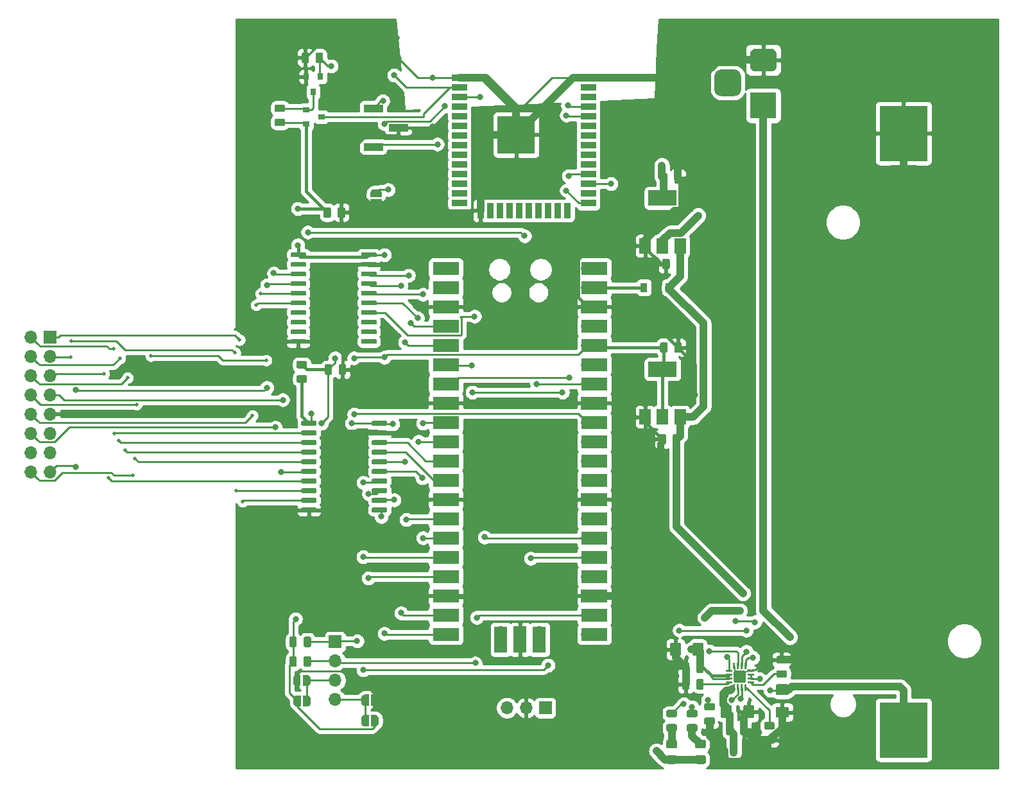
<source format=gbr>
G04 #@! TF.GenerationSoftware,KiCad,Pcbnew,5.1.5+dfsg1-2build2*
G04 #@! TF.CreationDate,2021-12-30T10:18:34+00:00*
G04 #@! TF.ProjectId,psion-org2-bluetooth-adapter,7073696f-6e2d-46f7-9267-322d626c7565,rev?*
G04 #@! TF.SameCoordinates,Original*
G04 #@! TF.FileFunction,Copper,L1,Top*
G04 #@! TF.FilePolarity,Positive*
%FSLAX46Y46*%
G04 Gerber Fmt 4.6, Leading zero omitted, Abs format (unit mm)*
G04 Created by KiCad (PCBNEW 5.1.5+dfsg1-2build2) date 2021-12-30 10:18:34*
%MOMM*%
%LPD*%
G04 APERTURE LIST*
%ADD10C,0.100000*%
%ADD11R,3.500000X3.500000*%
%ADD12R,1.500000X2.000000*%
%ADD13R,3.800000X2.000000*%
%ADD14R,0.900000X1.200000*%
%ADD15R,6.350000X7.340000*%
%ADD16R,0.800000X0.900000*%
%ADD17R,0.900000X0.800000*%
%ADD18O,1.700000X1.700000*%
%ADD19R,1.700000X1.700000*%
%ADD20R,2.000000X0.900000*%
%ADD21R,0.900000X2.000000*%
%ADD22R,5.000000X5.000000*%
%ADD23R,1.700000X3.500000*%
%ADD24R,3.500000X1.700000*%
%ADD25R,2.510000X1.000000*%
%ADD26C,0.500000*%
%ADD27C,0.800000*%
%ADD28C,0.250000*%
%ADD29C,1.000000*%
%ADD30C,0.400000*%
%ADD31C,0.200000*%
%ADD32C,0.500000*%
%ADD33C,0.254000*%
G04 APERTURE END LIST*
G04 #@! TA.AperFunction,SMDPad,CuDef*
D10*
G36*
X173805142Y-138701174D02*
G01*
X173828803Y-138704684D01*
X173852007Y-138710496D01*
X173874529Y-138718554D01*
X173896153Y-138728782D01*
X173916670Y-138741079D01*
X173935883Y-138755329D01*
X173953607Y-138771393D01*
X173969671Y-138789117D01*
X173983921Y-138808330D01*
X173996218Y-138828847D01*
X174006446Y-138850471D01*
X174014504Y-138872993D01*
X174020316Y-138896197D01*
X174023826Y-138919858D01*
X174025000Y-138943750D01*
X174025000Y-139856250D01*
X174023826Y-139880142D01*
X174020316Y-139903803D01*
X174014504Y-139927007D01*
X174006446Y-139949529D01*
X173996218Y-139971153D01*
X173983921Y-139991670D01*
X173969671Y-140010883D01*
X173953607Y-140028607D01*
X173935883Y-140044671D01*
X173916670Y-140058921D01*
X173896153Y-140071218D01*
X173874529Y-140081446D01*
X173852007Y-140089504D01*
X173828803Y-140095316D01*
X173805142Y-140098826D01*
X173781250Y-140100000D01*
X173293750Y-140100000D01*
X173269858Y-140098826D01*
X173246197Y-140095316D01*
X173222993Y-140089504D01*
X173200471Y-140081446D01*
X173178847Y-140071218D01*
X173158330Y-140058921D01*
X173139117Y-140044671D01*
X173121393Y-140028607D01*
X173105329Y-140010883D01*
X173091079Y-139991670D01*
X173078782Y-139971153D01*
X173068554Y-139949529D01*
X173060496Y-139927007D01*
X173054684Y-139903803D01*
X173051174Y-139880142D01*
X173050000Y-139856250D01*
X173050000Y-138943750D01*
X173051174Y-138919858D01*
X173054684Y-138896197D01*
X173060496Y-138872993D01*
X173068554Y-138850471D01*
X173078782Y-138828847D01*
X173091079Y-138808330D01*
X173105329Y-138789117D01*
X173121393Y-138771393D01*
X173139117Y-138755329D01*
X173158330Y-138741079D01*
X173178847Y-138728782D01*
X173200471Y-138718554D01*
X173222993Y-138710496D01*
X173246197Y-138704684D01*
X173269858Y-138701174D01*
X173293750Y-138700000D01*
X173781250Y-138700000D01*
X173805142Y-138701174D01*
G37*
G04 #@! TD.AperFunction*
G04 #@! TA.AperFunction,SMDPad,CuDef*
G36*
X171930142Y-138701174D02*
G01*
X171953803Y-138704684D01*
X171977007Y-138710496D01*
X171999529Y-138718554D01*
X172021153Y-138728782D01*
X172041670Y-138741079D01*
X172060883Y-138755329D01*
X172078607Y-138771393D01*
X172094671Y-138789117D01*
X172108921Y-138808330D01*
X172121218Y-138828847D01*
X172131446Y-138850471D01*
X172139504Y-138872993D01*
X172145316Y-138896197D01*
X172148826Y-138919858D01*
X172150000Y-138943750D01*
X172150000Y-139856250D01*
X172148826Y-139880142D01*
X172145316Y-139903803D01*
X172139504Y-139927007D01*
X172131446Y-139949529D01*
X172121218Y-139971153D01*
X172108921Y-139991670D01*
X172094671Y-140010883D01*
X172078607Y-140028607D01*
X172060883Y-140044671D01*
X172041670Y-140058921D01*
X172021153Y-140071218D01*
X171999529Y-140081446D01*
X171977007Y-140089504D01*
X171953803Y-140095316D01*
X171930142Y-140098826D01*
X171906250Y-140100000D01*
X171418750Y-140100000D01*
X171394858Y-140098826D01*
X171371197Y-140095316D01*
X171347993Y-140089504D01*
X171325471Y-140081446D01*
X171303847Y-140071218D01*
X171283330Y-140058921D01*
X171264117Y-140044671D01*
X171246393Y-140028607D01*
X171230329Y-140010883D01*
X171216079Y-139991670D01*
X171203782Y-139971153D01*
X171193554Y-139949529D01*
X171185496Y-139927007D01*
X171179684Y-139903803D01*
X171176174Y-139880142D01*
X171175000Y-139856250D01*
X171175000Y-138943750D01*
X171176174Y-138919858D01*
X171179684Y-138896197D01*
X171185496Y-138872993D01*
X171193554Y-138850471D01*
X171203782Y-138828847D01*
X171216079Y-138808330D01*
X171230329Y-138789117D01*
X171246393Y-138771393D01*
X171264117Y-138755329D01*
X171283330Y-138741079D01*
X171303847Y-138728782D01*
X171325471Y-138718554D01*
X171347993Y-138710496D01*
X171371197Y-138704684D01*
X171394858Y-138701174D01*
X171418750Y-138700000D01*
X171906250Y-138700000D01*
X171930142Y-138701174D01*
G37*
G04 #@! TD.AperFunction*
G04 #@! TA.AperFunction,SMDPad,CuDef*
G36*
X169480142Y-137751174D02*
G01*
X169503803Y-137754684D01*
X169527007Y-137760496D01*
X169549529Y-137768554D01*
X169571153Y-137778782D01*
X169591670Y-137791079D01*
X169610883Y-137805329D01*
X169628607Y-137821393D01*
X169644671Y-137839117D01*
X169658921Y-137858330D01*
X169671218Y-137878847D01*
X169681446Y-137900471D01*
X169689504Y-137922993D01*
X169695316Y-137946197D01*
X169698826Y-137969858D01*
X169700000Y-137993750D01*
X169700000Y-138481250D01*
X169698826Y-138505142D01*
X169695316Y-138528803D01*
X169689504Y-138552007D01*
X169681446Y-138574529D01*
X169671218Y-138596153D01*
X169658921Y-138616670D01*
X169644671Y-138635883D01*
X169628607Y-138653607D01*
X169610883Y-138669671D01*
X169591670Y-138683921D01*
X169571153Y-138696218D01*
X169549529Y-138706446D01*
X169527007Y-138714504D01*
X169503803Y-138720316D01*
X169480142Y-138723826D01*
X169456250Y-138725000D01*
X168543750Y-138725000D01*
X168519858Y-138723826D01*
X168496197Y-138720316D01*
X168472993Y-138714504D01*
X168450471Y-138706446D01*
X168428847Y-138696218D01*
X168408330Y-138683921D01*
X168389117Y-138669671D01*
X168371393Y-138653607D01*
X168355329Y-138635883D01*
X168341079Y-138616670D01*
X168328782Y-138596153D01*
X168318554Y-138574529D01*
X168310496Y-138552007D01*
X168304684Y-138528803D01*
X168301174Y-138505142D01*
X168300000Y-138481250D01*
X168300000Y-137993750D01*
X168301174Y-137969858D01*
X168304684Y-137946197D01*
X168310496Y-137922993D01*
X168318554Y-137900471D01*
X168328782Y-137878847D01*
X168341079Y-137858330D01*
X168355329Y-137839117D01*
X168371393Y-137821393D01*
X168389117Y-137805329D01*
X168408330Y-137791079D01*
X168428847Y-137778782D01*
X168450471Y-137768554D01*
X168472993Y-137760496D01*
X168496197Y-137754684D01*
X168519858Y-137751174D01*
X168543750Y-137750000D01*
X169456250Y-137750000D01*
X169480142Y-137751174D01*
G37*
G04 #@! TD.AperFunction*
G04 #@! TA.AperFunction,SMDPad,CuDef*
G36*
X169480142Y-135876174D02*
G01*
X169503803Y-135879684D01*
X169527007Y-135885496D01*
X169549529Y-135893554D01*
X169571153Y-135903782D01*
X169591670Y-135916079D01*
X169610883Y-135930329D01*
X169628607Y-135946393D01*
X169644671Y-135964117D01*
X169658921Y-135983330D01*
X169671218Y-136003847D01*
X169681446Y-136025471D01*
X169689504Y-136047993D01*
X169695316Y-136071197D01*
X169698826Y-136094858D01*
X169700000Y-136118750D01*
X169700000Y-136606250D01*
X169698826Y-136630142D01*
X169695316Y-136653803D01*
X169689504Y-136677007D01*
X169681446Y-136699529D01*
X169671218Y-136721153D01*
X169658921Y-136741670D01*
X169644671Y-136760883D01*
X169628607Y-136778607D01*
X169610883Y-136794671D01*
X169591670Y-136808921D01*
X169571153Y-136821218D01*
X169549529Y-136831446D01*
X169527007Y-136839504D01*
X169503803Y-136845316D01*
X169480142Y-136848826D01*
X169456250Y-136850000D01*
X168543750Y-136850000D01*
X168519858Y-136848826D01*
X168496197Y-136845316D01*
X168472993Y-136839504D01*
X168450471Y-136831446D01*
X168428847Y-136821218D01*
X168408330Y-136808921D01*
X168389117Y-136794671D01*
X168371393Y-136778607D01*
X168355329Y-136760883D01*
X168341079Y-136741670D01*
X168328782Y-136721153D01*
X168318554Y-136699529D01*
X168310496Y-136677007D01*
X168304684Y-136653803D01*
X168301174Y-136630142D01*
X168300000Y-136606250D01*
X168300000Y-136118750D01*
X168301174Y-136094858D01*
X168304684Y-136071197D01*
X168310496Y-136047993D01*
X168318554Y-136025471D01*
X168328782Y-136003847D01*
X168341079Y-135983330D01*
X168355329Y-135964117D01*
X168371393Y-135946393D01*
X168389117Y-135930329D01*
X168408330Y-135916079D01*
X168428847Y-135903782D01*
X168450471Y-135893554D01*
X168472993Y-135885496D01*
X168496197Y-135879684D01*
X168519858Y-135876174D01*
X168543750Y-135875000D01*
X169456250Y-135875000D01*
X169480142Y-135876174D01*
G37*
G04 #@! TD.AperFunction*
G04 #@! TA.AperFunction,ComponentPad*
G36*
X172360765Y-52354213D02*
G01*
X172445704Y-52366813D01*
X172528999Y-52387677D01*
X172609848Y-52416605D01*
X172687472Y-52453319D01*
X172761124Y-52497464D01*
X172830094Y-52548616D01*
X172893718Y-52606282D01*
X172951384Y-52669906D01*
X173002536Y-52738876D01*
X173046681Y-52812528D01*
X173083395Y-52890152D01*
X173112323Y-52971001D01*
X173133187Y-53054296D01*
X173145787Y-53139235D01*
X173150000Y-53225000D01*
X173150000Y-54975000D01*
X173145787Y-55060765D01*
X173133187Y-55145704D01*
X173112323Y-55228999D01*
X173083395Y-55309848D01*
X173046681Y-55387472D01*
X173002536Y-55461124D01*
X172951384Y-55530094D01*
X172893718Y-55593718D01*
X172830094Y-55651384D01*
X172761124Y-55702536D01*
X172687472Y-55746681D01*
X172609848Y-55783395D01*
X172528999Y-55812323D01*
X172445704Y-55833187D01*
X172360765Y-55845787D01*
X172275000Y-55850000D01*
X170525000Y-55850000D01*
X170439235Y-55845787D01*
X170354296Y-55833187D01*
X170271001Y-55812323D01*
X170190152Y-55783395D01*
X170112528Y-55746681D01*
X170038876Y-55702536D01*
X169969906Y-55651384D01*
X169906282Y-55593718D01*
X169848616Y-55530094D01*
X169797464Y-55461124D01*
X169753319Y-55387472D01*
X169716605Y-55309848D01*
X169687677Y-55228999D01*
X169666813Y-55145704D01*
X169654213Y-55060765D01*
X169650000Y-54975000D01*
X169650000Y-53225000D01*
X169654213Y-53139235D01*
X169666813Y-53054296D01*
X169687677Y-52971001D01*
X169716605Y-52890152D01*
X169753319Y-52812528D01*
X169797464Y-52738876D01*
X169848616Y-52669906D01*
X169906282Y-52606282D01*
X169969906Y-52548616D01*
X170038876Y-52497464D01*
X170112528Y-52453319D01*
X170190152Y-52416605D01*
X170271001Y-52387677D01*
X170354296Y-52366813D01*
X170439235Y-52354213D01*
X170525000Y-52350000D01*
X172275000Y-52350000D01*
X172360765Y-52354213D01*
G37*
G04 #@! TD.AperFunction*
G04 #@! TA.AperFunction,ComponentPad*
G36*
X177173513Y-49603611D02*
G01*
X177246318Y-49614411D01*
X177317714Y-49632295D01*
X177387013Y-49657090D01*
X177453548Y-49688559D01*
X177516678Y-49726398D01*
X177575795Y-49770242D01*
X177630330Y-49819670D01*
X177679758Y-49874205D01*
X177723602Y-49933322D01*
X177761441Y-49996452D01*
X177792910Y-50062987D01*
X177817705Y-50132286D01*
X177835589Y-50203682D01*
X177846389Y-50276487D01*
X177850000Y-50350000D01*
X177850000Y-51850000D01*
X177846389Y-51923513D01*
X177835589Y-51996318D01*
X177817705Y-52067714D01*
X177792910Y-52137013D01*
X177761441Y-52203548D01*
X177723602Y-52266678D01*
X177679758Y-52325795D01*
X177630330Y-52380330D01*
X177575795Y-52429758D01*
X177516678Y-52473602D01*
X177453548Y-52511441D01*
X177387013Y-52542910D01*
X177317714Y-52567705D01*
X177246318Y-52585589D01*
X177173513Y-52596389D01*
X177100000Y-52600000D01*
X175100000Y-52600000D01*
X175026487Y-52596389D01*
X174953682Y-52585589D01*
X174882286Y-52567705D01*
X174812987Y-52542910D01*
X174746452Y-52511441D01*
X174683322Y-52473602D01*
X174624205Y-52429758D01*
X174569670Y-52380330D01*
X174520242Y-52325795D01*
X174476398Y-52266678D01*
X174438559Y-52203548D01*
X174407090Y-52137013D01*
X174382295Y-52067714D01*
X174364411Y-51996318D01*
X174353611Y-51923513D01*
X174350000Y-51850000D01*
X174350000Y-50350000D01*
X174353611Y-50276487D01*
X174364411Y-50203682D01*
X174382295Y-50132286D01*
X174407090Y-50062987D01*
X174438559Y-49996452D01*
X174476398Y-49933322D01*
X174520242Y-49874205D01*
X174569670Y-49819670D01*
X174624205Y-49770242D01*
X174683322Y-49726398D01*
X174746452Y-49688559D01*
X174812987Y-49657090D01*
X174882286Y-49632295D01*
X174953682Y-49614411D01*
X175026487Y-49603611D01*
X175100000Y-49600000D01*
X177100000Y-49600000D01*
X177173513Y-49603611D01*
G37*
G04 #@! TD.AperFunction*
D11*
X176100000Y-57100000D03*
D12*
X160500000Y-75600000D03*
X165100000Y-75600000D03*
X162800000Y-75600000D03*
D13*
X162800000Y-69300000D03*
D12*
X160500000Y-98150000D03*
X165100000Y-98150000D03*
X162800000Y-98150000D03*
D13*
X162800000Y-91850000D03*
G04 #@! TA.AperFunction,SMDPad,CuDef*
D10*
G36*
X173818626Y-133400301D02*
G01*
X173824693Y-133401201D01*
X173830643Y-133402691D01*
X173836418Y-133404758D01*
X173841962Y-133407380D01*
X173847223Y-133410533D01*
X173852150Y-133414187D01*
X173856694Y-133418306D01*
X173860813Y-133422850D01*
X173864467Y-133427777D01*
X173867620Y-133433038D01*
X173870242Y-133438582D01*
X173872309Y-133444357D01*
X173873799Y-133450307D01*
X173874699Y-133456374D01*
X173875000Y-133462500D01*
X173875000Y-134212500D01*
X173874699Y-134218626D01*
X173873799Y-134224693D01*
X173872309Y-134230643D01*
X173870242Y-134236418D01*
X173867620Y-134241962D01*
X173864467Y-134247223D01*
X173860813Y-134252150D01*
X173856694Y-134256694D01*
X173852150Y-134260813D01*
X173847223Y-134264467D01*
X173841962Y-134267620D01*
X173836418Y-134270242D01*
X173830643Y-134272309D01*
X173824693Y-134273799D01*
X173818626Y-134274699D01*
X173812500Y-134275000D01*
X173687500Y-134275000D01*
X173681374Y-134274699D01*
X173675307Y-134273799D01*
X173669357Y-134272309D01*
X173663582Y-134270242D01*
X173658038Y-134267620D01*
X173652777Y-134264467D01*
X173647850Y-134260813D01*
X173643306Y-134256694D01*
X173639187Y-134252150D01*
X173635533Y-134247223D01*
X173632380Y-134241962D01*
X173629758Y-134236418D01*
X173627691Y-134230643D01*
X173626201Y-134224693D01*
X173625301Y-134218626D01*
X173625000Y-134212500D01*
X173625000Y-133462500D01*
X173625301Y-133456374D01*
X173626201Y-133450307D01*
X173627691Y-133444357D01*
X173629758Y-133438582D01*
X173632380Y-133433038D01*
X173635533Y-133427777D01*
X173639187Y-133422850D01*
X173643306Y-133418306D01*
X173647850Y-133414187D01*
X173652777Y-133410533D01*
X173658038Y-133407380D01*
X173663582Y-133404758D01*
X173669357Y-133402691D01*
X173675307Y-133401201D01*
X173681374Y-133400301D01*
X173687500Y-133400000D01*
X173812500Y-133400000D01*
X173818626Y-133400301D01*
G37*
G04 #@! TD.AperFunction*
G04 #@! TA.AperFunction,SMDPad,CuDef*
G36*
X173318626Y-133400301D02*
G01*
X173324693Y-133401201D01*
X173330643Y-133402691D01*
X173336418Y-133404758D01*
X173341962Y-133407380D01*
X173347223Y-133410533D01*
X173352150Y-133414187D01*
X173356694Y-133418306D01*
X173360813Y-133422850D01*
X173364467Y-133427777D01*
X173367620Y-133433038D01*
X173370242Y-133438582D01*
X173372309Y-133444357D01*
X173373799Y-133450307D01*
X173374699Y-133456374D01*
X173375000Y-133462500D01*
X173375000Y-134212500D01*
X173374699Y-134218626D01*
X173373799Y-134224693D01*
X173372309Y-134230643D01*
X173370242Y-134236418D01*
X173367620Y-134241962D01*
X173364467Y-134247223D01*
X173360813Y-134252150D01*
X173356694Y-134256694D01*
X173352150Y-134260813D01*
X173347223Y-134264467D01*
X173341962Y-134267620D01*
X173336418Y-134270242D01*
X173330643Y-134272309D01*
X173324693Y-134273799D01*
X173318626Y-134274699D01*
X173312500Y-134275000D01*
X173187500Y-134275000D01*
X173181374Y-134274699D01*
X173175307Y-134273799D01*
X173169357Y-134272309D01*
X173163582Y-134270242D01*
X173158038Y-134267620D01*
X173152777Y-134264467D01*
X173147850Y-134260813D01*
X173143306Y-134256694D01*
X173139187Y-134252150D01*
X173135533Y-134247223D01*
X173132380Y-134241962D01*
X173129758Y-134236418D01*
X173127691Y-134230643D01*
X173126201Y-134224693D01*
X173125301Y-134218626D01*
X173125000Y-134212500D01*
X173125000Y-133462500D01*
X173125301Y-133456374D01*
X173126201Y-133450307D01*
X173127691Y-133444357D01*
X173129758Y-133438582D01*
X173132380Y-133433038D01*
X173135533Y-133427777D01*
X173139187Y-133422850D01*
X173143306Y-133418306D01*
X173147850Y-133414187D01*
X173152777Y-133410533D01*
X173158038Y-133407380D01*
X173163582Y-133404758D01*
X173169357Y-133402691D01*
X173175307Y-133401201D01*
X173181374Y-133400301D01*
X173187500Y-133400000D01*
X173312500Y-133400000D01*
X173318626Y-133400301D01*
G37*
G04 #@! TD.AperFunction*
G04 #@! TA.AperFunction,SMDPad,CuDef*
G36*
X172818626Y-133400301D02*
G01*
X172824693Y-133401201D01*
X172830643Y-133402691D01*
X172836418Y-133404758D01*
X172841962Y-133407380D01*
X172847223Y-133410533D01*
X172852150Y-133414187D01*
X172856694Y-133418306D01*
X172860813Y-133422850D01*
X172864467Y-133427777D01*
X172867620Y-133433038D01*
X172870242Y-133438582D01*
X172872309Y-133444357D01*
X172873799Y-133450307D01*
X172874699Y-133456374D01*
X172875000Y-133462500D01*
X172875000Y-134212500D01*
X172874699Y-134218626D01*
X172873799Y-134224693D01*
X172872309Y-134230643D01*
X172870242Y-134236418D01*
X172867620Y-134241962D01*
X172864467Y-134247223D01*
X172860813Y-134252150D01*
X172856694Y-134256694D01*
X172852150Y-134260813D01*
X172847223Y-134264467D01*
X172841962Y-134267620D01*
X172836418Y-134270242D01*
X172830643Y-134272309D01*
X172824693Y-134273799D01*
X172818626Y-134274699D01*
X172812500Y-134275000D01*
X172687500Y-134275000D01*
X172681374Y-134274699D01*
X172675307Y-134273799D01*
X172669357Y-134272309D01*
X172663582Y-134270242D01*
X172658038Y-134267620D01*
X172652777Y-134264467D01*
X172647850Y-134260813D01*
X172643306Y-134256694D01*
X172639187Y-134252150D01*
X172635533Y-134247223D01*
X172632380Y-134241962D01*
X172629758Y-134236418D01*
X172627691Y-134230643D01*
X172626201Y-134224693D01*
X172625301Y-134218626D01*
X172625000Y-134212500D01*
X172625000Y-133462500D01*
X172625301Y-133456374D01*
X172626201Y-133450307D01*
X172627691Y-133444357D01*
X172629758Y-133438582D01*
X172632380Y-133433038D01*
X172635533Y-133427777D01*
X172639187Y-133422850D01*
X172643306Y-133418306D01*
X172647850Y-133414187D01*
X172652777Y-133410533D01*
X172658038Y-133407380D01*
X172663582Y-133404758D01*
X172669357Y-133402691D01*
X172675307Y-133401201D01*
X172681374Y-133400301D01*
X172687500Y-133400000D01*
X172812500Y-133400000D01*
X172818626Y-133400301D01*
G37*
G04 #@! TD.AperFunction*
G04 #@! TA.AperFunction,SMDPad,CuDef*
G36*
X172318626Y-133400301D02*
G01*
X172324693Y-133401201D01*
X172330643Y-133402691D01*
X172336418Y-133404758D01*
X172341962Y-133407380D01*
X172347223Y-133410533D01*
X172352150Y-133414187D01*
X172356694Y-133418306D01*
X172360813Y-133422850D01*
X172364467Y-133427777D01*
X172367620Y-133433038D01*
X172370242Y-133438582D01*
X172372309Y-133444357D01*
X172373799Y-133450307D01*
X172374699Y-133456374D01*
X172375000Y-133462500D01*
X172375000Y-134212500D01*
X172374699Y-134218626D01*
X172373799Y-134224693D01*
X172372309Y-134230643D01*
X172370242Y-134236418D01*
X172367620Y-134241962D01*
X172364467Y-134247223D01*
X172360813Y-134252150D01*
X172356694Y-134256694D01*
X172352150Y-134260813D01*
X172347223Y-134264467D01*
X172341962Y-134267620D01*
X172336418Y-134270242D01*
X172330643Y-134272309D01*
X172324693Y-134273799D01*
X172318626Y-134274699D01*
X172312500Y-134275000D01*
X172187500Y-134275000D01*
X172181374Y-134274699D01*
X172175307Y-134273799D01*
X172169357Y-134272309D01*
X172163582Y-134270242D01*
X172158038Y-134267620D01*
X172152777Y-134264467D01*
X172147850Y-134260813D01*
X172143306Y-134256694D01*
X172139187Y-134252150D01*
X172135533Y-134247223D01*
X172132380Y-134241962D01*
X172129758Y-134236418D01*
X172127691Y-134230643D01*
X172126201Y-134224693D01*
X172125301Y-134218626D01*
X172125000Y-134212500D01*
X172125000Y-133462500D01*
X172125301Y-133456374D01*
X172126201Y-133450307D01*
X172127691Y-133444357D01*
X172129758Y-133438582D01*
X172132380Y-133433038D01*
X172135533Y-133427777D01*
X172139187Y-133422850D01*
X172143306Y-133418306D01*
X172147850Y-133414187D01*
X172152777Y-133410533D01*
X172158038Y-133407380D01*
X172163582Y-133404758D01*
X172169357Y-133402691D01*
X172175307Y-133401201D01*
X172181374Y-133400301D01*
X172187500Y-133400000D01*
X172312500Y-133400000D01*
X172318626Y-133400301D01*
G37*
G04 #@! TD.AperFunction*
G04 #@! TA.AperFunction,SMDPad,CuDef*
G36*
X171943626Y-133025301D02*
G01*
X171949693Y-133026201D01*
X171955643Y-133027691D01*
X171961418Y-133029758D01*
X171966962Y-133032380D01*
X171972223Y-133035533D01*
X171977150Y-133039187D01*
X171981694Y-133043306D01*
X171985813Y-133047850D01*
X171989467Y-133052777D01*
X171992620Y-133058038D01*
X171995242Y-133063582D01*
X171997309Y-133069357D01*
X171998799Y-133075307D01*
X171999699Y-133081374D01*
X172000000Y-133087500D01*
X172000000Y-133212500D01*
X171999699Y-133218626D01*
X171998799Y-133224693D01*
X171997309Y-133230643D01*
X171995242Y-133236418D01*
X171992620Y-133241962D01*
X171989467Y-133247223D01*
X171985813Y-133252150D01*
X171981694Y-133256694D01*
X171977150Y-133260813D01*
X171972223Y-133264467D01*
X171966962Y-133267620D01*
X171961418Y-133270242D01*
X171955643Y-133272309D01*
X171949693Y-133273799D01*
X171943626Y-133274699D01*
X171937500Y-133275000D01*
X171187500Y-133275000D01*
X171181374Y-133274699D01*
X171175307Y-133273799D01*
X171169357Y-133272309D01*
X171163582Y-133270242D01*
X171158038Y-133267620D01*
X171152777Y-133264467D01*
X171147850Y-133260813D01*
X171143306Y-133256694D01*
X171139187Y-133252150D01*
X171135533Y-133247223D01*
X171132380Y-133241962D01*
X171129758Y-133236418D01*
X171127691Y-133230643D01*
X171126201Y-133224693D01*
X171125301Y-133218626D01*
X171125000Y-133212500D01*
X171125000Y-133087500D01*
X171125301Y-133081374D01*
X171126201Y-133075307D01*
X171127691Y-133069357D01*
X171129758Y-133063582D01*
X171132380Y-133058038D01*
X171135533Y-133052777D01*
X171139187Y-133047850D01*
X171143306Y-133043306D01*
X171147850Y-133039187D01*
X171152777Y-133035533D01*
X171158038Y-133032380D01*
X171163582Y-133029758D01*
X171169357Y-133027691D01*
X171175307Y-133026201D01*
X171181374Y-133025301D01*
X171187500Y-133025000D01*
X171937500Y-133025000D01*
X171943626Y-133025301D01*
G37*
G04 #@! TD.AperFunction*
G04 #@! TA.AperFunction,SMDPad,CuDef*
G36*
X171943626Y-132525301D02*
G01*
X171949693Y-132526201D01*
X171955643Y-132527691D01*
X171961418Y-132529758D01*
X171966962Y-132532380D01*
X171972223Y-132535533D01*
X171977150Y-132539187D01*
X171981694Y-132543306D01*
X171985813Y-132547850D01*
X171989467Y-132552777D01*
X171992620Y-132558038D01*
X171995242Y-132563582D01*
X171997309Y-132569357D01*
X171998799Y-132575307D01*
X171999699Y-132581374D01*
X172000000Y-132587500D01*
X172000000Y-132712500D01*
X171999699Y-132718626D01*
X171998799Y-132724693D01*
X171997309Y-132730643D01*
X171995242Y-132736418D01*
X171992620Y-132741962D01*
X171989467Y-132747223D01*
X171985813Y-132752150D01*
X171981694Y-132756694D01*
X171977150Y-132760813D01*
X171972223Y-132764467D01*
X171966962Y-132767620D01*
X171961418Y-132770242D01*
X171955643Y-132772309D01*
X171949693Y-132773799D01*
X171943626Y-132774699D01*
X171937500Y-132775000D01*
X171187500Y-132775000D01*
X171181374Y-132774699D01*
X171175307Y-132773799D01*
X171169357Y-132772309D01*
X171163582Y-132770242D01*
X171158038Y-132767620D01*
X171152777Y-132764467D01*
X171147850Y-132760813D01*
X171143306Y-132756694D01*
X171139187Y-132752150D01*
X171135533Y-132747223D01*
X171132380Y-132741962D01*
X171129758Y-132736418D01*
X171127691Y-132730643D01*
X171126201Y-132724693D01*
X171125301Y-132718626D01*
X171125000Y-132712500D01*
X171125000Y-132587500D01*
X171125301Y-132581374D01*
X171126201Y-132575307D01*
X171127691Y-132569357D01*
X171129758Y-132563582D01*
X171132380Y-132558038D01*
X171135533Y-132552777D01*
X171139187Y-132547850D01*
X171143306Y-132543306D01*
X171147850Y-132539187D01*
X171152777Y-132535533D01*
X171158038Y-132532380D01*
X171163582Y-132529758D01*
X171169357Y-132527691D01*
X171175307Y-132526201D01*
X171181374Y-132525301D01*
X171187500Y-132525000D01*
X171937500Y-132525000D01*
X171943626Y-132525301D01*
G37*
G04 #@! TD.AperFunction*
G04 #@! TA.AperFunction,SMDPad,CuDef*
G36*
X171943626Y-132025301D02*
G01*
X171949693Y-132026201D01*
X171955643Y-132027691D01*
X171961418Y-132029758D01*
X171966962Y-132032380D01*
X171972223Y-132035533D01*
X171977150Y-132039187D01*
X171981694Y-132043306D01*
X171985813Y-132047850D01*
X171989467Y-132052777D01*
X171992620Y-132058038D01*
X171995242Y-132063582D01*
X171997309Y-132069357D01*
X171998799Y-132075307D01*
X171999699Y-132081374D01*
X172000000Y-132087500D01*
X172000000Y-132212500D01*
X171999699Y-132218626D01*
X171998799Y-132224693D01*
X171997309Y-132230643D01*
X171995242Y-132236418D01*
X171992620Y-132241962D01*
X171989467Y-132247223D01*
X171985813Y-132252150D01*
X171981694Y-132256694D01*
X171977150Y-132260813D01*
X171972223Y-132264467D01*
X171966962Y-132267620D01*
X171961418Y-132270242D01*
X171955643Y-132272309D01*
X171949693Y-132273799D01*
X171943626Y-132274699D01*
X171937500Y-132275000D01*
X171187500Y-132275000D01*
X171181374Y-132274699D01*
X171175307Y-132273799D01*
X171169357Y-132272309D01*
X171163582Y-132270242D01*
X171158038Y-132267620D01*
X171152777Y-132264467D01*
X171147850Y-132260813D01*
X171143306Y-132256694D01*
X171139187Y-132252150D01*
X171135533Y-132247223D01*
X171132380Y-132241962D01*
X171129758Y-132236418D01*
X171127691Y-132230643D01*
X171126201Y-132224693D01*
X171125301Y-132218626D01*
X171125000Y-132212500D01*
X171125000Y-132087500D01*
X171125301Y-132081374D01*
X171126201Y-132075307D01*
X171127691Y-132069357D01*
X171129758Y-132063582D01*
X171132380Y-132058038D01*
X171135533Y-132052777D01*
X171139187Y-132047850D01*
X171143306Y-132043306D01*
X171147850Y-132039187D01*
X171152777Y-132035533D01*
X171158038Y-132032380D01*
X171163582Y-132029758D01*
X171169357Y-132027691D01*
X171175307Y-132026201D01*
X171181374Y-132025301D01*
X171187500Y-132025000D01*
X171937500Y-132025000D01*
X171943626Y-132025301D01*
G37*
G04 #@! TD.AperFunction*
G04 #@! TA.AperFunction,SMDPad,CuDef*
G36*
X171943626Y-131525301D02*
G01*
X171949693Y-131526201D01*
X171955643Y-131527691D01*
X171961418Y-131529758D01*
X171966962Y-131532380D01*
X171972223Y-131535533D01*
X171977150Y-131539187D01*
X171981694Y-131543306D01*
X171985813Y-131547850D01*
X171989467Y-131552777D01*
X171992620Y-131558038D01*
X171995242Y-131563582D01*
X171997309Y-131569357D01*
X171998799Y-131575307D01*
X171999699Y-131581374D01*
X172000000Y-131587500D01*
X172000000Y-131712500D01*
X171999699Y-131718626D01*
X171998799Y-131724693D01*
X171997309Y-131730643D01*
X171995242Y-131736418D01*
X171992620Y-131741962D01*
X171989467Y-131747223D01*
X171985813Y-131752150D01*
X171981694Y-131756694D01*
X171977150Y-131760813D01*
X171972223Y-131764467D01*
X171966962Y-131767620D01*
X171961418Y-131770242D01*
X171955643Y-131772309D01*
X171949693Y-131773799D01*
X171943626Y-131774699D01*
X171937500Y-131775000D01*
X171187500Y-131775000D01*
X171181374Y-131774699D01*
X171175307Y-131773799D01*
X171169357Y-131772309D01*
X171163582Y-131770242D01*
X171158038Y-131767620D01*
X171152777Y-131764467D01*
X171147850Y-131760813D01*
X171143306Y-131756694D01*
X171139187Y-131752150D01*
X171135533Y-131747223D01*
X171132380Y-131741962D01*
X171129758Y-131736418D01*
X171127691Y-131730643D01*
X171126201Y-131724693D01*
X171125301Y-131718626D01*
X171125000Y-131712500D01*
X171125000Y-131587500D01*
X171125301Y-131581374D01*
X171126201Y-131575307D01*
X171127691Y-131569357D01*
X171129758Y-131563582D01*
X171132380Y-131558038D01*
X171135533Y-131552777D01*
X171139187Y-131547850D01*
X171143306Y-131543306D01*
X171147850Y-131539187D01*
X171152777Y-131535533D01*
X171158038Y-131532380D01*
X171163582Y-131529758D01*
X171169357Y-131527691D01*
X171175307Y-131526201D01*
X171181374Y-131525301D01*
X171187500Y-131525000D01*
X171937500Y-131525000D01*
X171943626Y-131525301D01*
G37*
G04 #@! TD.AperFunction*
G04 #@! TA.AperFunction,SMDPad,CuDef*
G36*
X172318626Y-130525301D02*
G01*
X172324693Y-130526201D01*
X172330643Y-130527691D01*
X172336418Y-130529758D01*
X172341962Y-130532380D01*
X172347223Y-130535533D01*
X172352150Y-130539187D01*
X172356694Y-130543306D01*
X172360813Y-130547850D01*
X172364467Y-130552777D01*
X172367620Y-130558038D01*
X172370242Y-130563582D01*
X172372309Y-130569357D01*
X172373799Y-130575307D01*
X172374699Y-130581374D01*
X172375000Y-130587500D01*
X172375000Y-131337500D01*
X172374699Y-131343626D01*
X172373799Y-131349693D01*
X172372309Y-131355643D01*
X172370242Y-131361418D01*
X172367620Y-131366962D01*
X172364467Y-131372223D01*
X172360813Y-131377150D01*
X172356694Y-131381694D01*
X172352150Y-131385813D01*
X172347223Y-131389467D01*
X172341962Y-131392620D01*
X172336418Y-131395242D01*
X172330643Y-131397309D01*
X172324693Y-131398799D01*
X172318626Y-131399699D01*
X172312500Y-131400000D01*
X172187500Y-131400000D01*
X172181374Y-131399699D01*
X172175307Y-131398799D01*
X172169357Y-131397309D01*
X172163582Y-131395242D01*
X172158038Y-131392620D01*
X172152777Y-131389467D01*
X172147850Y-131385813D01*
X172143306Y-131381694D01*
X172139187Y-131377150D01*
X172135533Y-131372223D01*
X172132380Y-131366962D01*
X172129758Y-131361418D01*
X172127691Y-131355643D01*
X172126201Y-131349693D01*
X172125301Y-131343626D01*
X172125000Y-131337500D01*
X172125000Y-130587500D01*
X172125301Y-130581374D01*
X172126201Y-130575307D01*
X172127691Y-130569357D01*
X172129758Y-130563582D01*
X172132380Y-130558038D01*
X172135533Y-130552777D01*
X172139187Y-130547850D01*
X172143306Y-130543306D01*
X172147850Y-130539187D01*
X172152777Y-130535533D01*
X172158038Y-130532380D01*
X172163582Y-130529758D01*
X172169357Y-130527691D01*
X172175307Y-130526201D01*
X172181374Y-130525301D01*
X172187500Y-130525000D01*
X172312500Y-130525000D01*
X172318626Y-130525301D01*
G37*
G04 #@! TD.AperFunction*
G04 #@! TA.AperFunction,SMDPad,CuDef*
G36*
X172818626Y-130525301D02*
G01*
X172824693Y-130526201D01*
X172830643Y-130527691D01*
X172836418Y-130529758D01*
X172841962Y-130532380D01*
X172847223Y-130535533D01*
X172852150Y-130539187D01*
X172856694Y-130543306D01*
X172860813Y-130547850D01*
X172864467Y-130552777D01*
X172867620Y-130558038D01*
X172870242Y-130563582D01*
X172872309Y-130569357D01*
X172873799Y-130575307D01*
X172874699Y-130581374D01*
X172875000Y-130587500D01*
X172875000Y-131337500D01*
X172874699Y-131343626D01*
X172873799Y-131349693D01*
X172872309Y-131355643D01*
X172870242Y-131361418D01*
X172867620Y-131366962D01*
X172864467Y-131372223D01*
X172860813Y-131377150D01*
X172856694Y-131381694D01*
X172852150Y-131385813D01*
X172847223Y-131389467D01*
X172841962Y-131392620D01*
X172836418Y-131395242D01*
X172830643Y-131397309D01*
X172824693Y-131398799D01*
X172818626Y-131399699D01*
X172812500Y-131400000D01*
X172687500Y-131400000D01*
X172681374Y-131399699D01*
X172675307Y-131398799D01*
X172669357Y-131397309D01*
X172663582Y-131395242D01*
X172658038Y-131392620D01*
X172652777Y-131389467D01*
X172647850Y-131385813D01*
X172643306Y-131381694D01*
X172639187Y-131377150D01*
X172635533Y-131372223D01*
X172632380Y-131366962D01*
X172629758Y-131361418D01*
X172627691Y-131355643D01*
X172626201Y-131349693D01*
X172625301Y-131343626D01*
X172625000Y-131337500D01*
X172625000Y-130587500D01*
X172625301Y-130581374D01*
X172626201Y-130575307D01*
X172627691Y-130569357D01*
X172629758Y-130563582D01*
X172632380Y-130558038D01*
X172635533Y-130552777D01*
X172639187Y-130547850D01*
X172643306Y-130543306D01*
X172647850Y-130539187D01*
X172652777Y-130535533D01*
X172658038Y-130532380D01*
X172663582Y-130529758D01*
X172669357Y-130527691D01*
X172675307Y-130526201D01*
X172681374Y-130525301D01*
X172687500Y-130525000D01*
X172812500Y-130525000D01*
X172818626Y-130525301D01*
G37*
G04 #@! TD.AperFunction*
G04 #@! TA.AperFunction,SMDPad,CuDef*
G36*
X173318626Y-130525301D02*
G01*
X173324693Y-130526201D01*
X173330643Y-130527691D01*
X173336418Y-130529758D01*
X173341962Y-130532380D01*
X173347223Y-130535533D01*
X173352150Y-130539187D01*
X173356694Y-130543306D01*
X173360813Y-130547850D01*
X173364467Y-130552777D01*
X173367620Y-130558038D01*
X173370242Y-130563582D01*
X173372309Y-130569357D01*
X173373799Y-130575307D01*
X173374699Y-130581374D01*
X173375000Y-130587500D01*
X173375000Y-131337500D01*
X173374699Y-131343626D01*
X173373799Y-131349693D01*
X173372309Y-131355643D01*
X173370242Y-131361418D01*
X173367620Y-131366962D01*
X173364467Y-131372223D01*
X173360813Y-131377150D01*
X173356694Y-131381694D01*
X173352150Y-131385813D01*
X173347223Y-131389467D01*
X173341962Y-131392620D01*
X173336418Y-131395242D01*
X173330643Y-131397309D01*
X173324693Y-131398799D01*
X173318626Y-131399699D01*
X173312500Y-131400000D01*
X173187500Y-131400000D01*
X173181374Y-131399699D01*
X173175307Y-131398799D01*
X173169357Y-131397309D01*
X173163582Y-131395242D01*
X173158038Y-131392620D01*
X173152777Y-131389467D01*
X173147850Y-131385813D01*
X173143306Y-131381694D01*
X173139187Y-131377150D01*
X173135533Y-131372223D01*
X173132380Y-131366962D01*
X173129758Y-131361418D01*
X173127691Y-131355643D01*
X173126201Y-131349693D01*
X173125301Y-131343626D01*
X173125000Y-131337500D01*
X173125000Y-130587500D01*
X173125301Y-130581374D01*
X173126201Y-130575307D01*
X173127691Y-130569357D01*
X173129758Y-130563582D01*
X173132380Y-130558038D01*
X173135533Y-130552777D01*
X173139187Y-130547850D01*
X173143306Y-130543306D01*
X173147850Y-130539187D01*
X173152777Y-130535533D01*
X173158038Y-130532380D01*
X173163582Y-130529758D01*
X173169357Y-130527691D01*
X173175307Y-130526201D01*
X173181374Y-130525301D01*
X173187500Y-130525000D01*
X173312500Y-130525000D01*
X173318626Y-130525301D01*
G37*
G04 #@! TD.AperFunction*
G04 #@! TA.AperFunction,SMDPad,CuDef*
G36*
X173818626Y-130525301D02*
G01*
X173824693Y-130526201D01*
X173830643Y-130527691D01*
X173836418Y-130529758D01*
X173841962Y-130532380D01*
X173847223Y-130535533D01*
X173852150Y-130539187D01*
X173856694Y-130543306D01*
X173860813Y-130547850D01*
X173864467Y-130552777D01*
X173867620Y-130558038D01*
X173870242Y-130563582D01*
X173872309Y-130569357D01*
X173873799Y-130575307D01*
X173874699Y-130581374D01*
X173875000Y-130587500D01*
X173875000Y-131337500D01*
X173874699Y-131343626D01*
X173873799Y-131349693D01*
X173872309Y-131355643D01*
X173870242Y-131361418D01*
X173867620Y-131366962D01*
X173864467Y-131372223D01*
X173860813Y-131377150D01*
X173856694Y-131381694D01*
X173852150Y-131385813D01*
X173847223Y-131389467D01*
X173841962Y-131392620D01*
X173836418Y-131395242D01*
X173830643Y-131397309D01*
X173824693Y-131398799D01*
X173818626Y-131399699D01*
X173812500Y-131400000D01*
X173687500Y-131400000D01*
X173681374Y-131399699D01*
X173675307Y-131398799D01*
X173669357Y-131397309D01*
X173663582Y-131395242D01*
X173658038Y-131392620D01*
X173652777Y-131389467D01*
X173647850Y-131385813D01*
X173643306Y-131381694D01*
X173639187Y-131377150D01*
X173635533Y-131372223D01*
X173632380Y-131366962D01*
X173629758Y-131361418D01*
X173627691Y-131355643D01*
X173626201Y-131349693D01*
X173625301Y-131343626D01*
X173625000Y-131337500D01*
X173625000Y-130587500D01*
X173625301Y-130581374D01*
X173626201Y-130575307D01*
X173627691Y-130569357D01*
X173629758Y-130563582D01*
X173632380Y-130558038D01*
X173635533Y-130552777D01*
X173639187Y-130547850D01*
X173643306Y-130543306D01*
X173647850Y-130539187D01*
X173652777Y-130535533D01*
X173658038Y-130532380D01*
X173663582Y-130529758D01*
X173669357Y-130527691D01*
X173675307Y-130526201D01*
X173681374Y-130525301D01*
X173687500Y-130525000D01*
X173812500Y-130525000D01*
X173818626Y-130525301D01*
G37*
G04 #@! TD.AperFunction*
G04 #@! TA.AperFunction,SMDPad,CuDef*
G36*
X174818626Y-131525301D02*
G01*
X174824693Y-131526201D01*
X174830643Y-131527691D01*
X174836418Y-131529758D01*
X174841962Y-131532380D01*
X174847223Y-131535533D01*
X174852150Y-131539187D01*
X174856694Y-131543306D01*
X174860813Y-131547850D01*
X174864467Y-131552777D01*
X174867620Y-131558038D01*
X174870242Y-131563582D01*
X174872309Y-131569357D01*
X174873799Y-131575307D01*
X174874699Y-131581374D01*
X174875000Y-131587500D01*
X174875000Y-131712500D01*
X174874699Y-131718626D01*
X174873799Y-131724693D01*
X174872309Y-131730643D01*
X174870242Y-131736418D01*
X174867620Y-131741962D01*
X174864467Y-131747223D01*
X174860813Y-131752150D01*
X174856694Y-131756694D01*
X174852150Y-131760813D01*
X174847223Y-131764467D01*
X174841962Y-131767620D01*
X174836418Y-131770242D01*
X174830643Y-131772309D01*
X174824693Y-131773799D01*
X174818626Y-131774699D01*
X174812500Y-131775000D01*
X174062500Y-131775000D01*
X174056374Y-131774699D01*
X174050307Y-131773799D01*
X174044357Y-131772309D01*
X174038582Y-131770242D01*
X174033038Y-131767620D01*
X174027777Y-131764467D01*
X174022850Y-131760813D01*
X174018306Y-131756694D01*
X174014187Y-131752150D01*
X174010533Y-131747223D01*
X174007380Y-131741962D01*
X174004758Y-131736418D01*
X174002691Y-131730643D01*
X174001201Y-131724693D01*
X174000301Y-131718626D01*
X174000000Y-131712500D01*
X174000000Y-131587500D01*
X174000301Y-131581374D01*
X174001201Y-131575307D01*
X174002691Y-131569357D01*
X174004758Y-131563582D01*
X174007380Y-131558038D01*
X174010533Y-131552777D01*
X174014187Y-131547850D01*
X174018306Y-131543306D01*
X174022850Y-131539187D01*
X174027777Y-131535533D01*
X174033038Y-131532380D01*
X174038582Y-131529758D01*
X174044357Y-131527691D01*
X174050307Y-131526201D01*
X174056374Y-131525301D01*
X174062500Y-131525000D01*
X174812500Y-131525000D01*
X174818626Y-131525301D01*
G37*
G04 #@! TD.AperFunction*
G04 #@! TA.AperFunction,SMDPad,CuDef*
G36*
X174818626Y-132025301D02*
G01*
X174824693Y-132026201D01*
X174830643Y-132027691D01*
X174836418Y-132029758D01*
X174841962Y-132032380D01*
X174847223Y-132035533D01*
X174852150Y-132039187D01*
X174856694Y-132043306D01*
X174860813Y-132047850D01*
X174864467Y-132052777D01*
X174867620Y-132058038D01*
X174870242Y-132063582D01*
X174872309Y-132069357D01*
X174873799Y-132075307D01*
X174874699Y-132081374D01*
X174875000Y-132087500D01*
X174875000Y-132212500D01*
X174874699Y-132218626D01*
X174873799Y-132224693D01*
X174872309Y-132230643D01*
X174870242Y-132236418D01*
X174867620Y-132241962D01*
X174864467Y-132247223D01*
X174860813Y-132252150D01*
X174856694Y-132256694D01*
X174852150Y-132260813D01*
X174847223Y-132264467D01*
X174841962Y-132267620D01*
X174836418Y-132270242D01*
X174830643Y-132272309D01*
X174824693Y-132273799D01*
X174818626Y-132274699D01*
X174812500Y-132275000D01*
X174062500Y-132275000D01*
X174056374Y-132274699D01*
X174050307Y-132273799D01*
X174044357Y-132272309D01*
X174038582Y-132270242D01*
X174033038Y-132267620D01*
X174027777Y-132264467D01*
X174022850Y-132260813D01*
X174018306Y-132256694D01*
X174014187Y-132252150D01*
X174010533Y-132247223D01*
X174007380Y-132241962D01*
X174004758Y-132236418D01*
X174002691Y-132230643D01*
X174001201Y-132224693D01*
X174000301Y-132218626D01*
X174000000Y-132212500D01*
X174000000Y-132087500D01*
X174000301Y-132081374D01*
X174001201Y-132075307D01*
X174002691Y-132069357D01*
X174004758Y-132063582D01*
X174007380Y-132058038D01*
X174010533Y-132052777D01*
X174014187Y-132047850D01*
X174018306Y-132043306D01*
X174022850Y-132039187D01*
X174027777Y-132035533D01*
X174033038Y-132032380D01*
X174038582Y-132029758D01*
X174044357Y-132027691D01*
X174050307Y-132026201D01*
X174056374Y-132025301D01*
X174062500Y-132025000D01*
X174812500Y-132025000D01*
X174818626Y-132025301D01*
G37*
G04 #@! TD.AperFunction*
G04 #@! TA.AperFunction,SMDPad,CuDef*
G36*
X174818626Y-132525301D02*
G01*
X174824693Y-132526201D01*
X174830643Y-132527691D01*
X174836418Y-132529758D01*
X174841962Y-132532380D01*
X174847223Y-132535533D01*
X174852150Y-132539187D01*
X174856694Y-132543306D01*
X174860813Y-132547850D01*
X174864467Y-132552777D01*
X174867620Y-132558038D01*
X174870242Y-132563582D01*
X174872309Y-132569357D01*
X174873799Y-132575307D01*
X174874699Y-132581374D01*
X174875000Y-132587500D01*
X174875000Y-132712500D01*
X174874699Y-132718626D01*
X174873799Y-132724693D01*
X174872309Y-132730643D01*
X174870242Y-132736418D01*
X174867620Y-132741962D01*
X174864467Y-132747223D01*
X174860813Y-132752150D01*
X174856694Y-132756694D01*
X174852150Y-132760813D01*
X174847223Y-132764467D01*
X174841962Y-132767620D01*
X174836418Y-132770242D01*
X174830643Y-132772309D01*
X174824693Y-132773799D01*
X174818626Y-132774699D01*
X174812500Y-132775000D01*
X174062500Y-132775000D01*
X174056374Y-132774699D01*
X174050307Y-132773799D01*
X174044357Y-132772309D01*
X174038582Y-132770242D01*
X174033038Y-132767620D01*
X174027777Y-132764467D01*
X174022850Y-132760813D01*
X174018306Y-132756694D01*
X174014187Y-132752150D01*
X174010533Y-132747223D01*
X174007380Y-132741962D01*
X174004758Y-132736418D01*
X174002691Y-132730643D01*
X174001201Y-132724693D01*
X174000301Y-132718626D01*
X174000000Y-132712500D01*
X174000000Y-132587500D01*
X174000301Y-132581374D01*
X174001201Y-132575307D01*
X174002691Y-132569357D01*
X174004758Y-132563582D01*
X174007380Y-132558038D01*
X174010533Y-132552777D01*
X174014187Y-132547850D01*
X174018306Y-132543306D01*
X174022850Y-132539187D01*
X174027777Y-132535533D01*
X174033038Y-132532380D01*
X174038582Y-132529758D01*
X174044357Y-132527691D01*
X174050307Y-132526201D01*
X174056374Y-132525301D01*
X174062500Y-132525000D01*
X174812500Y-132525000D01*
X174818626Y-132525301D01*
G37*
G04 #@! TD.AperFunction*
G04 #@! TA.AperFunction,SMDPad,CuDef*
G36*
X174818626Y-133025301D02*
G01*
X174824693Y-133026201D01*
X174830643Y-133027691D01*
X174836418Y-133029758D01*
X174841962Y-133032380D01*
X174847223Y-133035533D01*
X174852150Y-133039187D01*
X174856694Y-133043306D01*
X174860813Y-133047850D01*
X174864467Y-133052777D01*
X174867620Y-133058038D01*
X174870242Y-133063582D01*
X174872309Y-133069357D01*
X174873799Y-133075307D01*
X174874699Y-133081374D01*
X174875000Y-133087500D01*
X174875000Y-133212500D01*
X174874699Y-133218626D01*
X174873799Y-133224693D01*
X174872309Y-133230643D01*
X174870242Y-133236418D01*
X174867620Y-133241962D01*
X174864467Y-133247223D01*
X174860813Y-133252150D01*
X174856694Y-133256694D01*
X174852150Y-133260813D01*
X174847223Y-133264467D01*
X174841962Y-133267620D01*
X174836418Y-133270242D01*
X174830643Y-133272309D01*
X174824693Y-133273799D01*
X174818626Y-133274699D01*
X174812500Y-133275000D01*
X174062500Y-133275000D01*
X174056374Y-133274699D01*
X174050307Y-133273799D01*
X174044357Y-133272309D01*
X174038582Y-133270242D01*
X174033038Y-133267620D01*
X174027777Y-133264467D01*
X174022850Y-133260813D01*
X174018306Y-133256694D01*
X174014187Y-133252150D01*
X174010533Y-133247223D01*
X174007380Y-133241962D01*
X174004758Y-133236418D01*
X174002691Y-133230643D01*
X174001201Y-133224693D01*
X174000301Y-133218626D01*
X174000000Y-133212500D01*
X174000000Y-133087500D01*
X174000301Y-133081374D01*
X174001201Y-133075307D01*
X174002691Y-133069357D01*
X174004758Y-133063582D01*
X174007380Y-133058038D01*
X174010533Y-133052777D01*
X174014187Y-133047850D01*
X174018306Y-133043306D01*
X174022850Y-133039187D01*
X174027777Y-133035533D01*
X174033038Y-133032380D01*
X174038582Y-133029758D01*
X174044357Y-133027691D01*
X174050307Y-133026201D01*
X174056374Y-133025301D01*
X174062500Y-133025000D01*
X174812500Y-133025000D01*
X174818626Y-133025301D01*
G37*
G04 #@! TD.AperFunction*
G04 #@! TA.AperFunction,SMDPad,CuDef*
G36*
X173574504Y-131601204D02*
G01*
X173598773Y-131604804D01*
X173622571Y-131610765D01*
X173645671Y-131619030D01*
X173667849Y-131629520D01*
X173688893Y-131642133D01*
X173708598Y-131656747D01*
X173726777Y-131673223D01*
X173743253Y-131691402D01*
X173757867Y-131711107D01*
X173770480Y-131732151D01*
X173780970Y-131754329D01*
X173789235Y-131777429D01*
X173795196Y-131801227D01*
X173798796Y-131825496D01*
X173800000Y-131850000D01*
X173800000Y-132950000D01*
X173798796Y-132974504D01*
X173795196Y-132998773D01*
X173789235Y-133022571D01*
X173780970Y-133045671D01*
X173770480Y-133067849D01*
X173757867Y-133088893D01*
X173743253Y-133108598D01*
X173726777Y-133126777D01*
X173708598Y-133143253D01*
X173688893Y-133157867D01*
X173667849Y-133170480D01*
X173645671Y-133180970D01*
X173622571Y-133189235D01*
X173598773Y-133195196D01*
X173574504Y-133198796D01*
X173550000Y-133200000D01*
X172450000Y-133200000D01*
X172425496Y-133198796D01*
X172401227Y-133195196D01*
X172377429Y-133189235D01*
X172354329Y-133180970D01*
X172332151Y-133170480D01*
X172311107Y-133157867D01*
X172291402Y-133143253D01*
X172273223Y-133126777D01*
X172256747Y-133108598D01*
X172242133Y-133088893D01*
X172229520Y-133067849D01*
X172219030Y-133045671D01*
X172210765Y-133022571D01*
X172204804Y-132998773D01*
X172201204Y-132974504D01*
X172200000Y-132950000D01*
X172200000Y-131850000D01*
X172201204Y-131825496D01*
X172204804Y-131801227D01*
X172210765Y-131777429D01*
X172219030Y-131754329D01*
X172229520Y-131732151D01*
X172242133Y-131711107D01*
X172256747Y-131691402D01*
X172273223Y-131673223D01*
X172291402Y-131656747D01*
X172311107Y-131642133D01*
X172332151Y-131629520D01*
X172354329Y-131619030D01*
X172377429Y-131610765D01*
X172401227Y-131604804D01*
X172425496Y-131601204D01*
X172450000Y-131600000D01*
X173550000Y-131600000D01*
X173574504Y-131601204D01*
G37*
G04 #@! TD.AperFunction*
G04 #@! TA.AperFunction,SMDPad,CuDef*
G36*
X164480142Y-136776174D02*
G01*
X164503803Y-136779684D01*
X164527007Y-136785496D01*
X164549529Y-136793554D01*
X164571153Y-136803782D01*
X164591670Y-136816079D01*
X164610883Y-136830329D01*
X164628607Y-136846393D01*
X164644671Y-136864117D01*
X164658921Y-136883330D01*
X164671218Y-136903847D01*
X164681446Y-136925471D01*
X164689504Y-136947993D01*
X164695316Y-136971197D01*
X164698826Y-136994858D01*
X164700000Y-137018750D01*
X164700000Y-137506250D01*
X164698826Y-137530142D01*
X164695316Y-137553803D01*
X164689504Y-137577007D01*
X164681446Y-137599529D01*
X164671218Y-137621153D01*
X164658921Y-137641670D01*
X164644671Y-137660883D01*
X164628607Y-137678607D01*
X164610883Y-137694671D01*
X164591670Y-137708921D01*
X164571153Y-137721218D01*
X164549529Y-137731446D01*
X164527007Y-137739504D01*
X164503803Y-137745316D01*
X164480142Y-137748826D01*
X164456250Y-137750000D01*
X163543750Y-137750000D01*
X163519858Y-137748826D01*
X163496197Y-137745316D01*
X163472993Y-137739504D01*
X163450471Y-137731446D01*
X163428847Y-137721218D01*
X163408330Y-137708921D01*
X163389117Y-137694671D01*
X163371393Y-137678607D01*
X163355329Y-137660883D01*
X163341079Y-137641670D01*
X163328782Y-137621153D01*
X163318554Y-137599529D01*
X163310496Y-137577007D01*
X163304684Y-137553803D01*
X163301174Y-137530142D01*
X163300000Y-137506250D01*
X163300000Y-137018750D01*
X163301174Y-136994858D01*
X163304684Y-136971197D01*
X163310496Y-136947993D01*
X163318554Y-136925471D01*
X163328782Y-136903847D01*
X163341079Y-136883330D01*
X163355329Y-136864117D01*
X163371393Y-136846393D01*
X163389117Y-136830329D01*
X163408330Y-136816079D01*
X163428847Y-136803782D01*
X163450471Y-136793554D01*
X163472993Y-136785496D01*
X163496197Y-136779684D01*
X163519858Y-136776174D01*
X163543750Y-136775000D01*
X164456250Y-136775000D01*
X164480142Y-136776174D01*
G37*
G04 #@! TD.AperFunction*
G04 #@! TA.AperFunction,SMDPad,CuDef*
G36*
X164480142Y-138651174D02*
G01*
X164503803Y-138654684D01*
X164527007Y-138660496D01*
X164549529Y-138668554D01*
X164571153Y-138678782D01*
X164591670Y-138691079D01*
X164610883Y-138705329D01*
X164628607Y-138721393D01*
X164644671Y-138739117D01*
X164658921Y-138758330D01*
X164671218Y-138778847D01*
X164681446Y-138800471D01*
X164689504Y-138822993D01*
X164695316Y-138846197D01*
X164698826Y-138869858D01*
X164700000Y-138893750D01*
X164700000Y-139381250D01*
X164698826Y-139405142D01*
X164695316Y-139428803D01*
X164689504Y-139452007D01*
X164681446Y-139474529D01*
X164671218Y-139496153D01*
X164658921Y-139516670D01*
X164644671Y-139535883D01*
X164628607Y-139553607D01*
X164610883Y-139569671D01*
X164591670Y-139583921D01*
X164571153Y-139596218D01*
X164549529Y-139606446D01*
X164527007Y-139614504D01*
X164503803Y-139620316D01*
X164480142Y-139623826D01*
X164456250Y-139625000D01*
X163543750Y-139625000D01*
X163519858Y-139623826D01*
X163496197Y-139620316D01*
X163472993Y-139614504D01*
X163450471Y-139606446D01*
X163428847Y-139596218D01*
X163408330Y-139583921D01*
X163389117Y-139569671D01*
X163371393Y-139553607D01*
X163355329Y-139535883D01*
X163341079Y-139516670D01*
X163328782Y-139496153D01*
X163318554Y-139474529D01*
X163310496Y-139452007D01*
X163304684Y-139428803D01*
X163301174Y-139405142D01*
X163300000Y-139381250D01*
X163300000Y-138893750D01*
X163301174Y-138869858D01*
X163304684Y-138846197D01*
X163310496Y-138822993D01*
X163318554Y-138800471D01*
X163328782Y-138778847D01*
X163341079Y-138758330D01*
X163355329Y-138739117D01*
X163371393Y-138721393D01*
X163389117Y-138705329D01*
X163408330Y-138691079D01*
X163428847Y-138678782D01*
X163450471Y-138668554D01*
X163472993Y-138660496D01*
X163496197Y-138654684D01*
X163519858Y-138651174D01*
X163543750Y-138650000D01*
X164456250Y-138650000D01*
X164480142Y-138651174D01*
G37*
G04 #@! TD.AperFunction*
G04 #@! TA.AperFunction,SMDPad,CuDef*
G36*
X167180142Y-136776174D02*
G01*
X167203803Y-136779684D01*
X167227007Y-136785496D01*
X167249529Y-136793554D01*
X167271153Y-136803782D01*
X167291670Y-136816079D01*
X167310883Y-136830329D01*
X167328607Y-136846393D01*
X167344671Y-136864117D01*
X167358921Y-136883330D01*
X167371218Y-136903847D01*
X167381446Y-136925471D01*
X167389504Y-136947993D01*
X167395316Y-136971197D01*
X167398826Y-136994858D01*
X167400000Y-137018750D01*
X167400000Y-137506250D01*
X167398826Y-137530142D01*
X167395316Y-137553803D01*
X167389504Y-137577007D01*
X167381446Y-137599529D01*
X167371218Y-137621153D01*
X167358921Y-137641670D01*
X167344671Y-137660883D01*
X167328607Y-137678607D01*
X167310883Y-137694671D01*
X167291670Y-137708921D01*
X167271153Y-137721218D01*
X167249529Y-137731446D01*
X167227007Y-137739504D01*
X167203803Y-137745316D01*
X167180142Y-137748826D01*
X167156250Y-137750000D01*
X166243750Y-137750000D01*
X166219858Y-137748826D01*
X166196197Y-137745316D01*
X166172993Y-137739504D01*
X166150471Y-137731446D01*
X166128847Y-137721218D01*
X166108330Y-137708921D01*
X166089117Y-137694671D01*
X166071393Y-137678607D01*
X166055329Y-137660883D01*
X166041079Y-137641670D01*
X166028782Y-137621153D01*
X166018554Y-137599529D01*
X166010496Y-137577007D01*
X166004684Y-137553803D01*
X166001174Y-137530142D01*
X166000000Y-137506250D01*
X166000000Y-137018750D01*
X166001174Y-136994858D01*
X166004684Y-136971197D01*
X166010496Y-136947993D01*
X166018554Y-136925471D01*
X166028782Y-136903847D01*
X166041079Y-136883330D01*
X166055329Y-136864117D01*
X166071393Y-136846393D01*
X166089117Y-136830329D01*
X166108330Y-136816079D01*
X166128847Y-136803782D01*
X166150471Y-136793554D01*
X166172993Y-136785496D01*
X166196197Y-136779684D01*
X166219858Y-136776174D01*
X166243750Y-136775000D01*
X167156250Y-136775000D01*
X167180142Y-136776174D01*
G37*
G04 #@! TD.AperFunction*
G04 #@! TA.AperFunction,SMDPad,CuDef*
G36*
X167180142Y-138651174D02*
G01*
X167203803Y-138654684D01*
X167227007Y-138660496D01*
X167249529Y-138668554D01*
X167271153Y-138678782D01*
X167291670Y-138691079D01*
X167310883Y-138705329D01*
X167328607Y-138721393D01*
X167344671Y-138739117D01*
X167358921Y-138758330D01*
X167371218Y-138778847D01*
X167381446Y-138800471D01*
X167389504Y-138822993D01*
X167395316Y-138846197D01*
X167398826Y-138869858D01*
X167400000Y-138893750D01*
X167400000Y-139381250D01*
X167398826Y-139405142D01*
X167395316Y-139428803D01*
X167389504Y-139452007D01*
X167381446Y-139474529D01*
X167371218Y-139496153D01*
X167358921Y-139516670D01*
X167344671Y-139535883D01*
X167328607Y-139553607D01*
X167310883Y-139569671D01*
X167291670Y-139583921D01*
X167271153Y-139596218D01*
X167249529Y-139606446D01*
X167227007Y-139614504D01*
X167203803Y-139620316D01*
X167180142Y-139623826D01*
X167156250Y-139625000D01*
X166243750Y-139625000D01*
X166219858Y-139623826D01*
X166196197Y-139620316D01*
X166172993Y-139614504D01*
X166150471Y-139606446D01*
X166128847Y-139596218D01*
X166108330Y-139583921D01*
X166089117Y-139569671D01*
X166071393Y-139553607D01*
X166055329Y-139535883D01*
X166041079Y-139516670D01*
X166028782Y-139496153D01*
X166018554Y-139474529D01*
X166010496Y-139452007D01*
X166004684Y-139428803D01*
X166001174Y-139405142D01*
X166000000Y-139381250D01*
X166000000Y-138893750D01*
X166001174Y-138869858D01*
X166004684Y-138846197D01*
X166010496Y-138822993D01*
X166018554Y-138800471D01*
X166028782Y-138778847D01*
X166041079Y-138758330D01*
X166055329Y-138739117D01*
X166071393Y-138721393D01*
X166089117Y-138705329D01*
X166108330Y-138691079D01*
X166128847Y-138678782D01*
X166150471Y-138668554D01*
X166172993Y-138660496D01*
X166196197Y-138654684D01*
X166219858Y-138651174D01*
X166243750Y-138650000D01*
X167156250Y-138650000D01*
X167180142Y-138651174D01*
G37*
G04 #@! TD.AperFunction*
G04 #@! TA.AperFunction,SMDPad,CuDef*
G36*
X178980142Y-129676174D02*
G01*
X179003803Y-129679684D01*
X179027007Y-129685496D01*
X179049529Y-129693554D01*
X179071153Y-129703782D01*
X179091670Y-129716079D01*
X179110883Y-129730329D01*
X179128607Y-129746393D01*
X179144671Y-129764117D01*
X179158921Y-129783330D01*
X179171218Y-129803847D01*
X179181446Y-129825471D01*
X179189504Y-129847993D01*
X179195316Y-129871197D01*
X179198826Y-129894858D01*
X179200000Y-129918750D01*
X179200000Y-130406250D01*
X179198826Y-130430142D01*
X179195316Y-130453803D01*
X179189504Y-130477007D01*
X179181446Y-130499529D01*
X179171218Y-130521153D01*
X179158921Y-130541670D01*
X179144671Y-130560883D01*
X179128607Y-130578607D01*
X179110883Y-130594671D01*
X179091670Y-130608921D01*
X179071153Y-130621218D01*
X179049529Y-130631446D01*
X179027007Y-130639504D01*
X179003803Y-130645316D01*
X178980142Y-130648826D01*
X178956250Y-130650000D01*
X178043750Y-130650000D01*
X178019858Y-130648826D01*
X177996197Y-130645316D01*
X177972993Y-130639504D01*
X177950471Y-130631446D01*
X177928847Y-130621218D01*
X177908330Y-130608921D01*
X177889117Y-130594671D01*
X177871393Y-130578607D01*
X177855329Y-130560883D01*
X177841079Y-130541670D01*
X177828782Y-130521153D01*
X177818554Y-130499529D01*
X177810496Y-130477007D01*
X177804684Y-130453803D01*
X177801174Y-130430142D01*
X177800000Y-130406250D01*
X177800000Y-129918750D01*
X177801174Y-129894858D01*
X177804684Y-129871197D01*
X177810496Y-129847993D01*
X177818554Y-129825471D01*
X177828782Y-129803847D01*
X177841079Y-129783330D01*
X177855329Y-129764117D01*
X177871393Y-129746393D01*
X177889117Y-129730329D01*
X177908330Y-129716079D01*
X177928847Y-129703782D01*
X177950471Y-129693554D01*
X177972993Y-129685496D01*
X177996197Y-129679684D01*
X178019858Y-129676174D01*
X178043750Y-129675000D01*
X178956250Y-129675000D01*
X178980142Y-129676174D01*
G37*
G04 #@! TD.AperFunction*
G04 #@! TA.AperFunction,SMDPad,CuDef*
G36*
X178980142Y-131551174D02*
G01*
X179003803Y-131554684D01*
X179027007Y-131560496D01*
X179049529Y-131568554D01*
X179071153Y-131578782D01*
X179091670Y-131591079D01*
X179110883Y-131605329D01*
X179128607Y-131621393D01*
X179144671Y-131639117D01*
X179158921Y-131658330D01*
X179171218Y-131678847D01*
X179181446Y-131700471D01*
X179189504Y-131722993D01*
X179195316Y-131746197D01*
X179198826Y-131769858D01*
X179200000Y-131793750D01*
X179200000Y-132281250D01*
X179198826Y-132305142D01*
X179195316Y-132328803D01*
X179189504Y-132352007D01*
X179181446Y-132374529D01*
X179171218Y-132396153D01*
X179158921Y-132416670D01*
X179144671Y-132435883D01*
X179128607Y-132453607D01*
X179110883Y-132469671D01*
X179091670Y-132483921D01*
X179071153Y-132496218D01*
X179049529Y-132506446D01*
X179027007Y-132514504D01*
X179003803Y-132520316D01*
X178980142Y-132523826D01*
X178956250Y-132525000D01*
X178043750Y-132525000D01*
X178019858Y-132523826D01*
X177996197Y-132520316D01*
X177972993Y-132514504D01*
X177950471Y-132506446D01*
X177928847Y-132496218D01*
X177908330Y-132483921D01*
X177889117Y-132469671D01*
X177871393Y-132453607D01*
X177855329Y-132435883D01*
X177841079Y-132416670D01*
X177828782Y-132396153D01*
X177818554Y-132374529D01*
X177810496Y-132352007D01*
X177804684Y-132328803D01*
X177801174Y-132305142D01*
X177800000Y-132281250D01*
X177800000Y-131793750D01*
X177801174Y-131769858D01*
X177804684Y-131746197D01*
X177810496Y-131722993D01*
X177818554Y-131700471D01*
X177828782Y-131678847D01*
X177841079Y-131658330D01*
X177855329Y-131639117D01*
X177871393Y-131621393D01*
X177889117Y-131605329D01*
X177908330Y-131591079D01*
X177928847Y-131578782D01*
X177950471Y-131568554D01*
X177972993Y-131560496D01*
X177996197Y-131554684D01*
X178019858Y-131551174D01*
X178043750Y-131550000D01*
X178956250Y-131550000D01*
X178980142Y-131551174D01*
G37*
G04 #@! TD.AperFunction*
G04 #@! TA.AperFunction,SMDPad,CuDef*
G36*
X177380142Y-140251174D02*
G01*
X177403803Y-140254684D01*
X177427007Y-140260496D01*
X177449529Y-140268554D01*
X177471153Y-140278782D01*
X177491670Y-140291079D01*
X177510883Y-140305329D01*
X177528607Y-140321393D01*
X177544671Y-140339117D01*
X177558921Y-140358330D01*
X177571218Y-140378847D01*
X177581446Y-140400471D01*
X177589504Y-140422993D01*
X177595316Y-140446197D01*
X177598826Y-140469858D01*
X177600000Y-140493750D01*
X177600000Y-140981250D01*
X177598826Y-141005142D01*
X177595316Y-141028803D01*
X177589504Y-141052007D01*
X177581446Y-141074529D01*
X177571218Y-141096153D01*
X177558921Y-141116670D01*
X177544671Y-141135883D01*
X177528607Y-141153607D01*
X177510883Y-141169671D01*
X177491670Y-141183921D01*
X177471153Y-141196218D01*
X177449529Y-141206446D01*
X177427007Y-141214504D01*
X177403803Y-141220316D01*
X177380142Y-141223826D01*
X177356250Y-141225000D01*
X176443750Y-141225000D01*
X176419858Y-141223826D01*
X176396197Y-141220316D01*
X176372993Y-141214504D01*
X176350471Y-141206446D01*
X176328847Y-141196218D01*
X176308330Y-141183921D01*
X176289117Y-141169671D01*
X176271393Y-141153607D01*
X176255329Y-141135883D01*
X176241079Y-141116670D01*
X176228782Y-141096153D01*
X176218554Y-141074529D01*
X176210496Y-141052007D01*
X176204684Y-141028803D01*
X176201174Y-141005142D01*
X176200000Y-140981250D01*
X176200000Y-140493750D01*
X176201174Y-140469858D01*
X176204684Y-140446197D01*
X176210496Y-140422993D01*
X176218554Y-140400471D01*
X176228782Y-140378847D01*
X176241079Y-140358330D01*
X176255329Y-140339117D01*
X176271393Y-140321393D01*
X176289117Y-140305329D01*
X176308330Y-140291079D01*
X176328847Y-140278782D01*
X176350471Y-140268554D01*
X176372993Y-140260496D01*
X176396197Y-140254684D01*
X176419858Y-140251174D01*
X176443750Y-140250000D01*
X177356250Y-140250000D01*
X177380142Y-140251174D01*
G37*
G04 #@! TD.AperFunction*
G04 #@! TA.AperFunction,SMDPad,CuDef*
G36*
X177380142Y-138376174D02*
G01*
X177403803Y-138379684D01*
X177427007Y-138385496D01*
X177449529Y-138393554D01*
X177471153Y-138403782D01*
X177491670Y-138416079D01*
X177510883Y-138430329D01*
X177528607Y-138446393D01*
X177544671Y-138464117D01*
X177558921Y-138483330D01*
X177571218Y-138503847D01*
X177581446Y-138525471D01*
X177589504Y-138547993D01*
X177595316Y-138571197D01*
X177598826Y-138594858D01*
X177600000Y-138618750D01*
X177600000Y-139106250D01*
X177598826Y-139130142D01*
X177595316Y-139153803D01*
X177589504Y-139177007D01*
X177581446Y-139199529D01*
X177571218Y-139221153D01*
X177558921Y-139241670D01*
X177544671Y-139260883D01*
X177528607Y-139278607D01*
X177510883Y-139294671D01*
X177491670Y-139308921D01*
X177471153Y-139321218D01*
X177449529Y-139331446D01*
X177427007Y-139339504D01*
X177403803Y-139345316D01*
X177380142Y-139348826D01*
X177356250Y-139350000D01*
X176443750Y-139350000D01*
X176419858Y-139348826D01*
X176396197Y-139345316D01*
X176372993Y-139339504D01*
X176350471Y-139331446D01*
X176328847Y-139321218D01*
X176308330Y-139308921D01*
X176289117Y-139294671D01*
X176271393Y-139278607D01*
X176255329Y-139260883D01*
X176241079Y-139241670D01*
X176228782Y-139221153D01*
X176218554Y-139199529D01*
X176210496Y-139177007D01*
X176204684Y-139153803D01*
X176201174Y-139130142D01*
X176200000Y-139106250D01*
X176200000Y-138618750D01*
X176201174Y-138594858D01*
X176204684Y-138571197D01*
X176210496Y-138547993D01*
X176218554Y-138525471D01*
X176228782Y-138503847D01*
X176241079Y-138483330D01*
X176255329Y-138464117D01*
X176271393Y-138446393D01*
X176289117Y-138430329D01*
X176308330Y-138416079D01*
X176328847Y-138403782D01*
X176350471Y-138393554D01*
X176372993Y-138385496D01*
X176396197Y-138379684D01*
X176419858Y-138376174D01*
X176443750Y-138375000D01*
X177356250Y-138375000D01*
X177380142Y-138376174D01*
G37*
G04 #@! TD.AperFunction*
G04 #@! TA.AperFunction,SMDPad,CuDef*
G36*
X166130142Y-132701174D02*
G01*
X166153803Y-132704684D01*
X166177007Y-132710496D01*
X166199529Y-132718554D01*
X166221153Y-132728782D01*
X166241670Y-132741079D01*
X166260883Y-132755329D01*
X166278607Y-132771393D01*
X166294671Y-132789117D01*
X166308921Y-132808330D01*
X166321218Y-132828847D01*
X166331446Y-132850471D01*
X166339504Y-132872993D01*
X166345316Y-132896197D01*
X166348826Y-132919858D01*
X166350000Y-132943750D01*
X166350000Y-133856250D01*
X166348826Y-133880142D01*
X166345316Y-133903803D01*
X166339504Y-133927007D01*
X166331446Y-133949529D01*
X166321218Y-133971153D01*
X166308921Y-133991670D01*
X166294671Y-134010883D01*
X166278607Y-134028607D01*
X166260883Y-134044671D01*
X166241670Y-134058921D01*
X166221153Y-134071218D01*
X166199529Y-134081446D01*
X166177007Y-134089504D01*
X166153803Y-134095316D01*
X166130142Y-134098826D01*
X166106250Y-134100000D01*
X165618750Y-134100000D01*
X165594858Y-134098826D01*
X165571197Y-134095316D01*
X165547993Y-134089504D01*
X165525471Y-134081446D01*
X165503847Y-134071218D01*
X165483330Y-134058921D01*
X165464117Y-134044671D01*
X165446393Y-134028607D01*
X165430329Y-134010883D01*
X165416079Y-133991670D01*
X165403782Y-133971153D01*
X165393554Y-133949529D01*
X165385496Y-133927007D01*
X165379684Y-133903803D01*
X165376174Y-133880142D01*
X165375000Y-133856250D01*
X165375000Y-132943750D01*
X165376174Y-132919858D01*
X165379684Y-132896197D01*
X165385496Y-132872993D01*
X165393554Y-132850471D01*
X165403782Y-132828847D01*
X165416079Y-132808330D01*
X165430329Y-132789117D01*
X165446393Y-132771393D01*
X165464117Y-132755329D01*
X165483330Y-132741079D01*
X165503847Y-132728782D01*
X165525471Y-132718554D01*
X165547993Y-132710496D01*
X165571197Y-132704684D01*
X165594858Y-132701174D01*
X165618750Y-132700000D01*
X166106250Y-132700000D01*
X166130142Y-132701174D01*
G37*
G04 #@! TD.AperFunction*
G04 #@! TA.AperFunction,SMDPad,CuDef*
G36*
X168005142Y-132701174D02*
G01*
X168028803Y-132704684D01*
X168052007Y-132710496D01*
X168074529Y-132718554D01*
X168096153Y-132728782D01*
X168116670Y-132741079D01*
X168135883Y-132755329D01*
X168153607Y-132771393D01*
X168169671Y-132789117D01*
X168183921Y-132808330D01*
X168196218Y-132828847D01*
X168206446Y-132850471D01*
X168214504Y-132872993D01*
X168220316Y-132896197D01*
X168223826Y-132919858D01*
X168225000Y-132943750D01*
X168225000Y-133856250D01*
X168223826Y-133880142D01*
X168220316Y-133903803D01*
X168214504Y-133927007D01*
X168206446Y-133949529D01*
X168196218Y-133971153D01*
X168183921Y-133991670D01*
X168169671Y-134010883D01*
X168153607Y-134028607D01*
X168135883Y-134044671D01*
X168116670Y-134058921D01*
X168096153Y-134071218D01*
X168074529Y-134081446D01*
X168052007Y-134089504D01*
X168028803Y-134095316D01*
X168005142Y-134098826D01*
X167981250Y-134100000D01*
X167493750Y-134100000D01*
X167469858Y-134098826D01*
X167446197Y-134095316D01*
X167422993Y-134089504D01*
X167400471Y-134081446D01*
X167378847Y-134071218D01*
X167358330Y-134058921D01*
X167339117Y-134044671D01*
X167321393Y-134028607D01*
X167305329Y-134010883D01*
X167291079Y-133991670D01*
X167278782Y-133971153D01*
X167268554Y-133949529D01*
X167260496Y-133927007D01*
X167254684Y-133903803D01*
X167251174Y-133880142D01*
X167250000Y-133856250D01*
X167250000Y-132943750D01*
X167251174Y-132919858D01*
X167254684Y-132896197D01*
X167260496Y-132872993D01*
X167268554Y-132850471D01*
X167278782Y-132828847D01*
X167291079Y-132808330D01*
X167305329Y-132789117D01*
X167321393Y-132771393D01*
X167339117Y-132755329D01*
X167358330Y-132741079D01*
X167378847Y-132728782D01*
X167400471Y-132718554D01*
X167422993Y-132710496D01*
X167446197Y-132704684D01*
X167469858Y-132701174D01*
X167493750Y-132700000D01*
X167981250Y-132700000D01*
X168005142Y-132701174D01*
G37*
G04 #@! TD.AperFunction*
G04 #@! TA.AperFunction,SMDPad,CuDef*
G36*
X164474505Y-142751204D02*
G01*
X164498773Y-142754804D01*
X164522572Y-142760765D01*
X164545671Y-142769030D01*
X164567850Y-142779520D01*
X164588893Y-142792132D01*
X164608599Y-142806747D01*
X164626777Y-142823223D01*
X164643253Y-142841401D01*
X164657868Y-142861107D01*
X164670480Y-142882150D01*
X164680970Y-142904329D01*
X164689235Y-142927428D01*
X164695196Y-142951227D01*
X164698796Y-142975495D01*
X164700000Y-142999999D01*
X164700000Y-143650001D01*
X164698796Y-143674505D01*
X164695196Y-143698773D01*
X164689235Y-143722572D01*
X164680970Y-143745671D01*
X164670480Y-143767850D01*
X164657868Y-143788893D01*
X164643253Y-143808599D01*
X164626777Y-143826777D01*
X164608599Y-143843253D01*
X164588893Y-143857868D01*
X164567850Y-143870480D01*
X164545671Y-143880970D01*
X164522572Y-143889235D01*
X164498773Y-143895196D01*
X164474505Y-143898796D01*
X164450001Y-143900000D01*
X163549999Y-143900000D01*
X163525495Y-143898796D01*
X163501227Y-143895196D01*
X163477428Y-143889235D01*
X163454329Y-143880970D01*
X163432150Y-143870480D01*
X163411107Y-143857868D01*
X163391401Y-143843253D01*
X163373223Y-143826777D01*
X163356747Y-143808599D01*
X163342132Y-143788893D01*
X163329520Y-143767850D01*
X163319030Y-143745671D01*
X163310765Y-143722572D01*
X163304804Y-143698773D01*
X163301204Y-143674505D01*
X163300000Y-143650001D01*
X163300000Y-142999999D01*
X163301204Y-142975495D01*
X163304804Y-142951227D01*
X163310765Y-142927428D01*
X163319030Y-142904329D01*
X163329520Y-142882150D01*
X163342132Y-142861107D01*
X163356747Y-142841401D01*
X163373223Y-142823223D01*
X163391401Y-142806747D01*
X163411107Y-142792132D01*
X163432150Y-142779520D01*
X163454329Y-142769030D01*
X163477428Y-142760765D01*
X163501227Y-142754804D01*
X163525495Y-142751204D01*
X163549999Y-142750000D01*
X164450001Y-142750000D01*
X164474505Y-142751204D01*
G37*
G04 #@! TD.AperFunction*
G04 #@! TA.AperFunction,SMDPad,CuDef*
G36*
X164474505Y-140701204D02*
G01*
X164498773Y-140704804D01*
X164522572Y-140710765D01*
X164545671Y-140719030D01*
X164567850Y-140729520D01*
X164588893Y-140742132D01*
X164608599Y-140756747D01*
X164626777Y-140773223D01*
X164643253Y-140791401D01*
X164657868Y-140811107D01*
X164670480Y-140832150D01*
X164680970Y-140854329D01*
X164689235Y-140877428D01*
X164695196Y-140901227D01*
X164698796Y-140925495D01*
X164700000Y-140949999D01*
X164700000Y-141600001D01*
X164698796Y-141624505D01*
X164695196Y-141648773D01*
X164689235Y-141672572D01*
X164680970Y-141695671D01*
X164670480Y-141717850D01*
X164657868Y-141738893D01*
X164643253Y-141758599D01*
X164626777Y-141776777D01*
X164608599Y-141793253D01*
X164588893Y-141807868D01*
X164567850Y-141820480D01*
X164545671Y-141830970D01*
X164522572Y-141839235D01*
X164498773Y-141845196D01*
X164474505Y-141848796D01*
X164450001Y-141850000D01*
X163549999Y-141850000D01*
X163525495Y-141848796D01*
X163501227Y-141845196D01*
X163477428Y-141839235D01*
X163454329Y-141830970D01*
X163432150Y-141820480D01*
X163411107Y-141807868D01*
X163391401Y-141793253D01*
X163373223Y-141776777D01*
X163356747Y-141758599D01*
X163342132Y-141738893D01*
X163329520Y-141717850D01*
X163319030Y-141695671D01*
X163310765Y-141672572D01*
X163304804Y-141648773D01*
X163301204Y-141624505D01*
X163300000Y-141600001D01*
X163300000Y-140949999D01*
X163301204Y-140925495D01*
X163304804Y-140901227D01*
X163310765Y-140877428D01*
X163319030Y-140854329D01*
X163329520Y-140832150D01*
X163342132Y-140811107D01*
X163356747Y-140791401D01*
X163373223Y-140773223D01*
X163391401Y-140756747D01*
X163411107Y-140742132D01*
X163432150Y-140729520D01*
X163454329Y-140719030D01*
X163477428Y-140710765D01*
X163501227Y-140704804D01*
X163525495Y-140701204D01*
X163549999Y-140700000D01*
X164450001Y-140700000D01*
X164474505Y-140701204D01*
G37*
G04 #@! TD.AperFunction*
G04 #@! TA.AperFunction,SMDPad,CuDef*
G36*
X168274505Y-142751204D02*
G01*
X168298773Y-142754804D01*
X168322572Y-142760765D01*
X168345671Y-142769030D01*
X168367850Y-142779520D01*
X168388893Y-142792132D01*
X168408599Y-142806747D01*
X168426777Y-142823223D01*
X168443253Y-142841401D01*
X168457868Y-142861107D01*
X168470480Y-142882150D01*
X168480970Y-142904329D01*
X168489235Y-142927428D01*
X168495196Y-142951227D01*
X168498796Y-142975495D01*
X168500000Y-142999999D01*
X168500000Y-143650001D01*
X168498796Y-143674505D01*
X168495196Y-143698773D01*
X168489235Y-143722572D01*
X168480970Y-143745671D01*
X168470480Y-143767850D01*
X168457868Y-143788893D01*
X168443253Y-143808599D01*
X168426777Y-143826777D01*
X168408599Y-143843253D01*
X168388893Y-143857868D01*
X168367850Y-143870480D01*
X168345671Y-143880970D01*
X168322572Y-143889235D01*
X168298773Y-143895196D01*
X168274505Y-143898796D01*
X168250001Y-143900000D01*
X167349999Y-143900000D01*
X167325495Y-143898796D01*
X167301227Y-143895196D01*
X167277428Y-143889235D01*
X167254329Y-143880970D01*
X167232150Y-143870480D01*
X167211107Y-143857868D01*
X167191401Y-143843253D01*
X167173223Y-143826777D01*
X167156747Y-143808599D01*
X167142132Y-143788893D01*
X167129520Y-143767850D01*
X167119030Y-143745671D01*
X167110765Y-143722572D01*
X167104804Y-143698773D01*
X167101204Y-143674505D01*
X167100000Y-143650001D01*
X167100000Y-142999999D01*
X167101204Y-142975495D01*
X167104804Y-142951227D01*
X167110765Y-142927428D01*
X167119030Y-142904329D01*
X167129520Y-142882150D01*
X167142132Y-142861107D01*
X167156747Y-142841401D01*
X167173223Y-142823223D01*
X167191401Y-142806747D01*
X167211107Y-142792132D01*
X167232150Y-142779520D01*
X167254329Y-142769030D01*
X167277428Y-142760765D01*
X167301227Y-142754804D01*
X167325495Y-142751204D01*
X167349999Y-142750000D01*
X168250001Y-142750000D01*
X168274505Y-142751204D01*
G37*
G04 #@! TD.AperFunction*
G04 #@! TA.AperFunction,SMDPad,CuDef*
G36*
X168274505Y-140701204D02*
G01*
X168298773Y-140704804D01*
X168322572Y-140710765D01*
X168345671Y-140719030D01*
X168367850Y-140729520D01*
X168388893Y-140742132D01*
X168408599Y-140756747D01*
X168426777Y-140773223D01*
X168443253Y-140791401D01*
X168457868Y-140811107D01*
X168470480Y-140832150D01*
X168480970Y-140854329D01*
X168489235Y-140877428D01*
X168495196Y-140901227D01*
X168498796Y-140925495D01*
X168500000Y-140949999D01*
X168500000Y-141600001D01*
X168498796Y-141624505D01*
X168495196Y-141648773D01*
X168489235Y-141672572D01*
X168480970Y-141695671D01*
X168470480Y-141717850D01*
X168457868Y-141738893D01*
X168443253Y-141758599D01*
X168426777Y-141776777D01*
X168408599Y-141793253D01*
X168388893Y-141807868D01*
X168367850Y-141820480D01*
X168345671Y-141830970D01*
X168322572Y-141839235D01*
X168298773Y-141845196D01*
X168274505Y-141848796D01*
X168250001Y-141850000D01*
X167349999Y-141850000D01*
X167325495Y-141848796D01*
X167301227Y-141845196D01*
X167277428Y-141839235D01*
X167254329Y-141830970D01*
X167232150Y-141820480D01*
X167211107Y-141807868D01*
X167191401Y-141793253D01*
X167173223Y-141776777D01*
X167156747Y-141758599D01*
X167142132Y-141738893D01*
X167129520Y-141717850D01*
X167119030Y-141695671D01*
X167110765Y-141672572D01*
X167104804Y-141648773D01*
X167101204Y-141624505D01*
X167100000Y-141600001D01*
X167100000Y-140949999D01*
X167101204Y-140925495D01*
X167104804Y-140901227D01*
X167110765Y-140877428D01*
X167119030Y-140854329D01*
X167129520Y-140832150D01*
X167142132Y-140811107D01*
X167156747Y-140791401D01*
X167173223Y-140773223D01*
X167191401Y-140756747D01*
X167211107Y-140742132D01*
X167232150Y-140729520D01*
X167254329Y-140719030D01*
X167277428Y-140710765D01*
X167301227Y-140704804D01*
X167325495Y-140701204D01*
X167349999Y-140700000D01*
X168250001Y-140700000D01*
X168274505Y-140701204D01*
G37*
G04 #@! TD.AperFunction*
D14*
X163650000Y-81100000D03*
X160350000Y-81100000D03*
G04 #@! TA.AperFunction,SMDPad,CuDef*
D10*
G36*
X165105142Y-66001174D02*
G01*
X165128803Y-66004684D01*
X165152007Y-66010496D01*
X165174529Y-66018554D01*
X165196153Y-66028782D01*
X165216670Y-66041079D01*
X165235883Y-66055329D01*
X165253607Y-66071393D01*
X165269671Y-66089117D01*
X165283921Y-66108330D01*
X165296218Y-66128847D01*
X165306446Y-66150471D01*
X165314504Y-66172993D01*
X165320316Y-66196197D01*
X165323826Y-66219858D01*
X165325000Y-66243750D01*
X165325000Y-67156250D01*
X165323826Y-67180142D01*
X165320316Y-67203803D01*
X165314504Y-67227007D01*
X165306446Y-67249529D01*
X165296218Y-67271153D01*
X165283921Y-67291670D01*
X165269671Y-67310883D01*
X165253607Y-67328607D01*
X165235883Y-67344671D01*
X165216670Y-67358921D01*
X165196153Y-67371218D01*
X165174529Y-67381446D01*
X165152007Y-67389504D01*
X165128803Y-67395316D01*
X165105142Y-67398826D01*
X165081250Y-67400000D01*
X164593750Y-67400000D01*
X164569858Y-67398826D01*
X164546197Y-67395316D01*
X164522993Y-67389504D01*
X164500471Y-67381446D01*
X164478847Y-67371218D01*
X164458330Y-67358921D01*
X164439117Y-67344671D01*
X164421393Y-67328607D01*
X164405329Y-67310883D01*
X164391079Y-67291670D01*
X164378782Y-67271153D01*
X164368554Y-67249529D01*
X164360496Y-67227007D01*
X164354684Y-67203803D01*
X164351174Y-67180142D01*
X164350000Y-67156250D01*
X164350000Y-66243750D01*
X164351174Y-66219858D01*
X164354684Y-66196197D01*
X164360496Y-66172993D01*
X164368554Y-66150471D01*
X164378782Y-66128847D01*
X164391079Y-66108330D01*
X164405329Y-66089117D01*
X164421393Y-66071393D01*
X164439117Y-66055329D01*
X164458330Y-66041079D01*
X164478847Y-66028782D01*
X164500471Y-66018554D01*
X164522993Y-66010496D01*
X164546197Y-66004684D01*
X164569858Y-66001174D01*
X164593750Y-66000000D01*
X165081250Y-66000000D01*
X165105142Y-66001174D01*
G37*
G04 #@! TD.AperFunction*
G04 #@! TA.AperFunction,SMDPad,CuDef*
G36*
X163230142Y-66001174D02*
G01*
X163253803Y-66004684D01*
X163277007Y-66010496D01*
X163299529Y-66018554D01*
X163321153Y-66028782D01*
X163341670Y-66041079D01*
X163360883Y-66055329D01*
X163378607Y-66071393D01*
X163394671Y-66089117D01*
X163408921Y-66108330D01*
X163421218Y-66128847D01*
X163431446Y-66150471D01*
X163439504Y-66172993D01*
X163445316Y-66196197D01*
X163448826Y-66219858D01*
X163450000Y-66243750D01*
X163450000Y-67156250D01*
X163448826Y-67180142D01*
X163445316Y-67203803D01*
X163439504Y-67227007D01*
X163431446Y-67249529D01*
X163421218Y-67271153D01*
X163408921Y-67291670D01*
X163394671Y-67310883D01*
X163378607Y-67328607D01*
X163360883Y-67344671D01*
X163341670Y-67358921D01*
X163321153Y-67371218D01*
X163299529Y-67381446D01*
X163277007Y-67389504D01*
X163253803Y-67395316D01*
X163230142Y-67398826D01*
X163206250Y-67400000D01*
X162718750Y-67400000D01*
X162694858Y-67398826D01*
X162671197Y-67395316D01*
X162647993Y-67389504D01*
X162625471Y-67381446D01*
X162603847Y-67371218D01*
X162583330Y-67358921D01*
X162564117Y-67344671D01*
X162546393Y-67328607D01*
X162530329Y-67310883D01*
X162516079Y-67291670D01*
X162503782Y-67271153D01*
X162493554Y-67249529D01*
X162485496Y-67227007D01*
X162479684Y-67203803D01*
X162476174Y-67180142D01*
X162475000Y-67156250D01*
X162475000Y-66243750D01*
X162476174Y-66219858D01*
X162479684Y-66196197D01*
X162485496Y-66172993D01*
X162493554Y-66150471D01*
X162503782Y-66128847D01*
X162516079Y-66108330D01*
X162530329Y-66089117D01*
X162546393Y-66071393D01*
X162564117Y-66055329D01*
X162583330Y-66041079D01*
X162603847Y-66028782D01*
X162625471Y-66018554D01*
X162647993Y-66010496D01*
X162671197Y-66004684D01*
X162694858Y-66001174D01*
X162718750Y-66000000D01*
X163206250Y-66000000D01*
X163230142Y-66001174D01*
G37*
G04 #@! TD.AperFunction*
G04 #@! TA.AperFunction,SMDPad,CuDef*
G36*
X165105142Y-88301174D02*
G01*
X165128803Y-88304684D01*
X165152007Y-88310496D01*
X165174529Y-88318554D01*
X165196153Y-88328782D01*
X165216670Y-88341079D01*
X165235883Y-88355329D01*
X165253607Y-88371393D01*
X165269671Y-88389117D01*
X165283921Y-88408330D01*
X165296218Y-88428847D01*
X165306446Y-88450471D01*
X165314504Y-88472993D01*
X165320316Y-88496197D01*
X165323826Y-88519858D01*
X165325000Y-88543750D01*
X165325000Y-89456250D01*
X165323826Y-89480142D01*
X165320316Y-89503803D01*
X165314504Y-89527007D01*
X165306446Y-89549529D01*
X165296218Y-89571153D01*
X165283921Y-89591670D01*
X165269671Y-89610883D01*
X165253607Y-89628607D01*
X165235883Y-89644671D01*
X165216670Y-89658921D01*
X165196153Y-89671218D01*
X165174529Y-89681446D01*
X165152007Y-89689504D01*
X165128803Y-89695316D01*
X165105142Y-89698826D01*
X165081250Y-89700000D01*
X164593750Y-89700000D01*
X164569858Y-89698826D01*
X164546197Y-89695316D01*
X164522993Y-89689504D01*
X164500471Y-89681446D01*
X164478847Y-89671218D01*
X164458330Y-89658921D01*
X164439117Y-89644671D01*
X164421393Y-89628607D01*
X164405329Y-89610883D01*
X164391079Y-89591670D01*
X164378782Y-89571153D01*
X164368554Y-89549529D01*
X164360496Y-89527007D01*
X164354684Y-89503803D01*
X164351174Y-89480142D01*
X164350000Y-89456250D01*
X164350000Y-88543750D01*
X164351174Y-88519858D01*
X164354684Y-88496197D01*
X164360496Y-88472993D01*
X164368554Y-88450471D01*
X164378782Y-88428847D01*
X164391079Y-88408330D01*
X164405329Y-88389117D01*
X164421393Y-88371393D01*
X164439117Y-88355329D01*
X164458330Y-88341079D01*
X164478847Y-88328782D01*
X164500471Y-88318554D01*
X164522993Y-88310496D01*
X164546197Y-88304684D01*
X164569858Y-88301174D01*
X164593750Y-88300000D01*
X165081250Y-88300000D01*
X165105142Y-88301174D01*
G37*
G04 #@! TD.AperFunction*
G04 #@! TA.AperFunction,SMDPad,CuDef*
G36*
X163230142Y-88301174D02*
G01*
X163253803Y-88304684D01*
X163277007Y-88310496D01*
X163299529Y-88318554D01*
X163321153Y-88328782D01*
X163341670Y-88341079D01*
X163360883Y-88355329D01*
X163378607Y-88371393D01*
X163394671Y-88389117D01*
X163408921Y-88408330D01*
X163421218Y-88428847D01*
X163431446Y-88450471D01*
X163439504Y-88472993D01*
X163445316Y-88496197D01*
X163448826Y-88519858D01*
X163450000Y-88543750D01*
X163450000Y-89456250D01*
X163448826Y-89480142D01*
X163445316Y-89503803D01*
X163439504Y-89527007D01*
X163431446Y-89549529D01*
X163421218Y-89571153D01*
X163408921Y-89591670D01*
X163394671Y-89610883D01*
X163378607Y-89628607D01*
X163360883Y-89644671D01*
X163341670Y-89658921D01*
X163321153Y-89671218D01*
X163299529Y-89681446D01*
X163277007Y-89689504D01*
X163253803Y-89695316D01*
X163230142Y-89698826D01*
X163206250Y-89700000D01*
X162718750Y-89700000D01*
X162694858Y-89698826D01*
X162671197Y-89695316D01*
X162647993Y-89689504D01*
X162625471Y-89681446D01*
X162603847Y-89671218D01*
X162583330Y-89658921D01*
X162564117Y-89644671D01*
X162546393Y-89628607D01*
X162530329Y-89610883D01*
X162516079Y-89591670D01*
X162503782Y-89571153D01*
X162493554Y-89549529D01*
X162485496Y-89527007D01*
X162479684Y-89503803D01*
X162476174Y-89480142D01*
X162475000Y-89456250D01*
X162475000Y-88543750D01*
X162476174Y-88519858D01*
X162479684Y-88496197D01*
X162485496Y-88472993D01*
X162493554Y-88450471D01*
X162503782Y-88428847D01*
X162516079Y-88408330D01*
X162530329Y-88389117D01*
X162546393Y-88371393D01*
X162564117Y-88355329D01*
X162583330Y-88341079D01*
X162603847Y-88328782D01*
X162625471Y-88318554D01*
X162647993Y-88310496D01*
X162671197Y-88304684D01*
X162694858Y-88301174D01*
X162718750Y-88300000D01*
X163206250Y-88300000D01*
X163230142Y-88301174D01*
G37*
G04 #@! TD.AperFunction*
G04 #@! TA.AperFunction,SMDPad,CuDef*
G36*
X163530142Y-77301174D02*
G01*
X163553803Y-77304684D01*
X163577007Y-77310496D01*
X163599529Y-77318554D01*
X163621153Y-77328782D01*
X163641670Y-77341079D01*
X163660883Y-77355329D01*
X163678607Y-77371393D01*
X163694671Y-77389117D01*
X163708921Y-77408330D01*
X163721218Y-77428847D01*
X163731446Y-77450471D01*
X163739504Y-77472993D01*
X163745316Y-77496197D01*
X163748826Y-77519858D01*
X163750000Y-77543750D01*
X163750000Y-78456250D01*
X163748826Y-78480142D01*
X163745316Y-78503803D01*
X163739504Y-78527007D01*
X163731446Y-78549529D01*
X163721218Y-78571153D01*
X163708921Y-78591670D01*
X163694671Y-78610883D01*
X163678607Y-78628607D01*
X163660883Y-78644671D01*
X163641670Y-78658921D01*
X163621153Y-78671218D01*
X163599529Y-78681446D01*
X163577007Y-78689504D01*
X163553803Y-78695316D01*
X163530142Y-78698826D01*
X163506250Y-78700000D01*
X163018750Y-78700000D01*
X162994858Y-78698826D01*
X162971197Y-78695316D01*
X162947993Y-78689504D01*
X162925471Y-78681446D01*
X162903847Y-78671218D01*
X162883330Y-78658921D01*
X162864117Y-78644671D01*
X162846393Y-78628607D01*
X162830329Y-78610883D01*
X162816079Y-78591670D01*
X162803782Y-78571153D01*
X162793554Y-78549529D01*
X162785496Y-78527007D01*
X162779684Y-78503803D01*
X162776174Y-78480142D01*
X162775000Y-78456250D01*
X162775000Y-77543750D01*
X162776174Y-77519858D01*
X162779684Y-77496197D01*
X162785496Y-77472993D01*
X162793554Y-77450471D01*
X162803782Y-77428847D01*
X162816079Y-77408330D01*
X162830329Y-77389117D01*
X162846393Y-77371393D01*
X162864117Y-77355329D01*
X162883330Y-77341079D01*
X162903847Y-77328782D01*
X162925471Y-77318554D01*
X162947993Y-77310496D01*
X162971197Y-77304684D01*
X162994858Y-77301174D01*
X163018750Y-77300000D01*
X163506250Y-77300000D01*
X163530142Y-77301174D01*
G37*
G04 #@! TD.AperFunction*
G04 #@! TA.AperFunction,SMDPad,CuDef*
G36*
X165405142Y-77301174D02*
G01*
X165428803Y-77304684D01*
X165452007Y-77310496D01*
X165474529Y-77318554D01*
X165496153Y-77328782D01*
X165516670Y-77341079D01*
X165535883Y-77355329D01*
X165553607Y-77371393D01*
X165569671Y-77389117D01*
X165583921Y-77408330D01*
X165596218Y-77428847D01*
X165606446Y-77450471D01*
X165614504Y-77472993D01*
X165620316Y-77496197D01*
X165623826Y-77519858D01*
X165625000Y-77543750D01*
X165625000Y-78456250D01*
X165623826Y-78480142D01*
X165620316Y-78503803D01*
X165614504Y-78527007D01*
X165606446Y-78549529D01*
X165596218Y-78571153D01*
X165583921Y-78591670D01*
X165569671Y-78610883D01*
X165553607Y-78628607D01*
X165535883Y-78644671D01*
X165516670Y-78658921D01*
X165496153Y-78671218D01*
X165474529Y-78681446D01*
X165452007Y-78689504D01*
X165428803Y-78695316D01*
X165405142Y-78698826D01*
X165381250Y-78700000D01*
X164893750Y-78700000D01*
X164869858Y-78698826D01*
X164846197Y-78695316D01*
X164822993Y-78689504D01*
X164800471Y-78681446D01*
X164778847Y-78671218D01*
X164758330Y-78658921D01*
X164739117Y-78644671D01*
X164721393Y-78628607D01*
X164705329Y-78610883D01*
X164691079Y-78591670D01*
X164678782Y-78571153D01*
X164668554Y-78549529D01*
X164660496Y-78527007D01*
X164654684Y-78503803D01*
X164651174Y-78480142D01*
X164650000Y-78456250D01*
X164650000Y-77543750D01*
X164651174Y-77519858D01*
X164654684Y-77496197D01*
X164660496Y-77472993D01*
X164668554Y-77450471D01*
X164678782Y-77428847D01*
X164691079Y-77408330D01*
X164705329Y-77389117D01*
X164721393Y-77371393D01*
X164739117Y-77355329D01*
X164758330Y-77341079D01*
X164778847Y-77328782D01*
X164800471Y-77318554D01*
X164822993Y-77310496D01*
X164846197Y-77304684D01*
X164869858Y-77301174D01*
X164893750Y-77300000D01*
X165381250Y-77300000D01*
X165405142Y-77301174D01*
G37*
G04 #@! TD.AperFunction*
G04 #@! TA.AperFunction,SMDPad,CuDef*
G36*
X163030142Y-100401174D02*
G01*
X163053803Y-100404684D01*
X163077007Y-100410496D01*
X163099529Y-100418554D01*
X163121153Y-100428782D01*
X163141670Y-100441079D01*
X163160883Y-100455329D01*
X163178607Y-100471393D01*
X163194671Y-100489117D01*
X163208921Y-100508330D01*
X163221218Y-100528847D01*
X163231446Y-100550471D01*
X163239504Y-100572993D01*
X163245316Y-100596197D01*
X163248826Y-100619858D01*
X163250000Y-100643750D01*
X163250000Y-101556250D01*
X163248826Y-101580142D01*
X163245316Y-101603803D01*
X163239504Y-101627007D01*
X163231446Y-101649529D01*
X163221218Y-101671153D01*
X163208921Y-101691670D01*
X163194671Y-101710883D01*
X163178607Y-101728607D01*
X163160883Y-101744671D01*
X163141670Y-101758921D01*
X163121153Y-101771218D01*
X163099529Y-101781446D01*
X163077007Y-101789504D01*
X163053803Y-101795316D01*
X163030142Y-101798826D01*
X163006250Y-101800000D01*
X162518750Y-101800000D01*
X162494858Y-101798826D01*
X162471197Y-101795316D01*
X162447993Y-101789504D01*
X162425471Y-101781446D01*
X162403847Y-101771218D01*
X162383330Y-101758921D01*
X162364117Y-101744671D01*
X162346393Y-101728607D01*
X162330329Y-101710883D01*
X162316079Y-101691670D01*
X162303782Y-101671153D01*
X162293554Y-101649529D01*
X162285496Y-101627007D01*
X162279684Y-101603803D01*
X162276174Y-101580142D01*
X162275000Y-101556250D01*
X162275000Y-100643750D01*
X162276174Y-100619858D01*
X162279684Y-100596197D01*
X162285496Y-100572993D01*
X162293554Y-100550471D01*
X162303782Y-100528847D01*
X162316079Y-100508330D01*
X162330329Y-100489117D01*
X162346393Y-100471393D01*
X162364117Y-100455329D01*
X162383330Y-100441079D01*
X162403847Y-100428782D01*
X162425471Y-100418554D01*
X162447993Y-100410496D01*
X162471197Y-100404684D01*
X162494858Y-100401174D01*
X162518750Y-100400000D01*
X163006250Y-100400000D01*
X163030142Y-100401174D01*
G37*
G04 #@! TD.AperFunction*
G04 #@! TA.AperFunction,SMDPad,CuDef*
G36*
X164905142Y-100401174D02*
G01*
X164928803Y-100404684D01*
X164952007Y-100410496D01*
X164974529Y-100418554D01*
X164996153Y-100428782D01*
X165016670Y-100441079D01*
X165035883Y-100455329D01*
X165053607Y-100471393D01*
X165069671Y-100489117D01*
X165083921Y-100508330D01*
X165096218Y-100528847D01*
X165106446Y-100550471D01*
X165114504Y-100572993D01*
X165120316Y-100596197D01*
X165123826Y-100619858D01*
X165125000Y-100643750D01*
X165125000Y-101556250D01*
X165123826Y-101580142D01*
X165120316Y-101603803D01*
X165114504Y-101627007D01*
X165106446Y-101649529D01*
X165096218Y-101671153D01*
X165083921Y-101691670D01*
X165069671Y-101710883D01*
X165053607Y-101728607D01*
X165035883Y-101744671D01*
X165016670Y-101758921D01*
X164996153Y-101771218D01*
X164974529Y-101781446D01*
X164952007Y-101789504D01*
X164928803Y-101795316D01*
X164905142Y-101798826D01*
X164881250Y-101800000D01*
X164393750Y-101800000D01*
X164369858Y-101798826D01*
X164346197Y-101795316D01*
X164322993Y-101789504D01*
X164300471Y-101781446D01*
X164278847Y-101771218D01*
X164258330Y-101758921D01*
X164239117Y-101744671D01*
X164221393Y-101728607D01*
X164205329Y-101710883D01*
X164191079Y-101691670D01*
X164178782Y-101671153D01*
X164168554Y-101649529D01*
X164160496Y-101627007D01*
X164154684Y-101603803D01*
X164151174Y-101580142D01*
X164150000Y-101556250D01*
X164150000Y-100643750D01*
X164151174Y-100619858D01*
X164154684Y-100596197D01*
X164160496Y-100572993D01*
X164168554Y-100550471D01*
X164178782Y-100528847D01*
X164191079Y-100508330D01*
X164205329Y-100489117D01*
X164221393Y-100471393D01*
X164239117Y-100455329D01*
X164258330Y-100441079D01*
X164278847Y-100428782D01*
X164300471Y-100418554D01*
X164322993Y-100410496D01*
X164346197Y-100404684D01*
X164369858Y-100401174D01*
X164393750Y-100400000D01*
X164881250Y-100400000D01*
X164905142Y-100401174D01*
G37*
G04 #@! TD.AperFunction*
G04 #@! TA.AperFunction,SMDPad,CuDef*
G36*
X166130142Y-130501174D02*
G01*
X166153803Y-130504684D01*
X166177007Y-130510496D01*
X166199529Y-130518554D01*
X166221153Y-130528782D01*
X166241670Y-130541079D01*
X166260883Y-130555329D01*
X166278607Y-130571393D01*
X166294671Y-130589117D01*
X166308921Y-130608330D01*
X166321218Y-130628847D01*
X166331446Y-130650471D01*
X166339504Y-130672993D01*
X166345316Y-130696197D01*
X166348826Y-130719858D01*
X166350000Y-130743750D01*
X166350000Y-131656250D01*
X166348826Y-131680142D01*
X166345316Y-131703803D01*
X166339504Y-131727007D01*
X166331446Y-131749529D01*
X166321218Y-131771153D01*
X166308921Y-131791670D01*
X166294671Y-131810883D01*
X166278607Y-131828607D01*
X166260883Y-131844671D01*
X166241670Y-131858921D01*
X166221153Y-131871218D01*
X166199529Y-131881446D01*
X166177007Y-131889504D01*
X166153803Y-131895316D01*
X166130142Y-131898826D01*
X166106250Y-131900000D01*
X165618750Y-131900000D01*
X165594858Y-131898826D01*
X165571197Y-131895316D01*
X165547993Y-131889504D01*
X165525471Y-131881446D01*
X165503847Y-131871218D01*
X165483330Y-131858921D01*
X165464117Y-131844671D01*
X165446393Y-131828607D01*
X165430329Y-131810883D01*
X165416079Y-131791670D01*
X165403782Y-131771153D01*
X165393554Y-131749529D01*
X165385496Y-131727007D01*
X165379684Y-131703803D01*
X165376174Y-131680142D01*
X165375000Y-131656250D01*
X165375000Y-130743750D01*
X165376174Y-130719858D01*
X165379684Y-130696197D01*
X165385496Y-130672993D01*
X165393554Y-130650471D01*
X165403782Y-130628847D01*
X165416079Y-130608330D01*
X165430329Y-130589117D01*
X165446393Y-130571393D01*
X165464117Y-130555329D01*
X165483330Y-130541079D01*
X165503847Y-130528782D01*
X165525471Y-130518554D01*
X165547993Y-130510496D01*
X165571197Y-130504684D01*
X165594858Y-130501174D01*
X165618750Y-130500000D01*
X166106250Y-130500000D01*
X166130142Y-130501174D01*
G37*
G04 #@! TD.AperFunction*
G04 #@! TA.AperFunction,SMDPad,CuDef*
G36*
X168005142Y-130501174D02*
G01*
X168028803Y-130504684D01*
X168052007Y-130510496D01*
X168074529Y-130518554D01*
X168096153Y-130528782D01*
X168116670Y-130541079D01*
X168135883Y-130555329D01*
X168153607Y-130571393D01*
X168169671Y-130589117D01*
X168183921Y-130608330D01*
X168196218Y-130628847D01*
X168206446Y-130650471D01*
X168214504Y-130672993D01*
X168220316Y-130696197D01*
X168223826Y-130719858D01*
X168225000Y-130743750D01*
X168225000Y-131656250D01*
X168223826Y-131680142D01*
X168220316Y-131703803D01*
X168214504Y-131727007D01*
X168206446Y-131749529D01*
X168196218Y-131771153D01*
X168183921Y-131791670D01*
X168169671Y-131810883D01*
X168153607Y-131828607D01*
X168135883Y-131844671D01*
X168116670Y-131858921D01*
X168096153Y-131871218D01*
X168074529Y-131881446D01*
X168052007Y-131889504D01*
X168028803Y-131895316D01*
X168005142Y-131898826D01*
X167981250Y-131900000D01*
X167493750Y-131900000D01*
X167469858Y-131898826D01*
X167446197Y-131895316D01*
X167422993Y-131889504D01*
X167400471Y-131881446D01*
X167378847Y-131871218D01*
X167358330Y-131858921D01*
X167339117Y-131844671D01*
X167321393Y-131828607D01*
X167305329Y-131810883D01*
X167291079Y-131791670D01*
X167278782Y-131771153D01*
X167268554Y-131749529D01*
X167260496Y-131727007D01*
X167254684Y-131703803D01*
X167251174Y-131680142D01*
X167250000Y-131656250D01*
X167250000Y-130743750D01*
X167251174Y-130719858D01*
X167254684Y-130696197D01*
X167260496Y-130672993D01*
X167268554Y-130650471D01*
X167278782Y-130628847D01*
X167291079Y-130608330D01*
X167305329Y-130589117D01*
X167321393Y-130571393D01*
X167339117Y-130555329D01*
X167358330Y-130541079D01*
X167378847Y-130528782D01*
X167400471Y-130518554D01*
X167422993Y-130510496D01*
X167446197Y-130504684D01*
X167469858Y-130501174D01*
X167493750Y-130500000D01*
X167981250Y-130500000D01*
X168005142Y-130501174D01*
G37*
G04 #@! TD.AperFunction*
G04 #@! TA.AperFunction,SMDPad,CuDef*
G36*
X164999504Y-127926204D02*
G01*
X165023773Y-127929804D01*
X165047571Y-127935765D01*
X165070671Y-127944030D01*
X165092849Y-127954520D01*
X165113893Y-127967133D01*
X165133598Y-127981747D01*
X165151777Y-127998223D01*
X165168253Y-128016402D01*
X165182867Y-128036107D01*
X165195480Y-128057151D01*
X165205970Y-128079329D01*
X165214235Y-128102429D01*
X165220196Y-128126227D01*
X165223796Y-128150496D01*
X165225000Y-128175000D01*
X165225000Y-129425000D01*
X165223796Y-129449504D01*
X165220196Y-129473773D01*
X165214235Y-129497571D01*
X165205970Y-129520671D01*
X165195480Y-129542849D01*
X165182867Y-129563893D01*
X165168253Y-129583598D01*
X165151777Y-129601777D01*
X165133598Y-129618253D01*
X165113893Y-129632867D01*
X165092849Y-129645480D01*
X165070671Y-129655970D01*
X165047571Y-129664235D01*
X165023773Y-129670196D01*
X164999504Y-129673796D01*
X164975000Y-129675000D01*
X164050000Y-129675000D01*
X164025496Y-129673796D01*
X164001227Y-129670196D01*
X163977429Y-129664235D01*
X163954329Y-129655970D01*
X163932151Y-129645480D01*
X163911107Y-129632867D01*
X163891402Y-129618253D01*
X163873223Y-129601777D01*
X163856747Y-129583598D01*
X163842133Y-129563893D01*
X163829520Y-129542849D01*
X163819030Y-129520671D01*
X163810765Y-129497571D01*
X163804804Y-129473773D01*
X163801204Y-129449504D01*
X163800000Y-129425000D01*
X163800000Y-128175000D01*
X163801204Y-128150496D01*
X163804804Y-128126227D01*
X163810765Y-128102429D01*
X163819030Y-128079329D01*
X163829520Y-128057151D01*
X163842133Y-128036107D01*
X163856747Y-128016402D01*
X163873223Y-127998223D01*
X163891402Y-127981747D01*
X163911107Y-127967133D01*
X163932151Y-127954520D01*
X163954329Y-127944030D01*
X163977429Y-127935765D01*
X164001227Y-127929804D01*
X164025496Y-127926204D01*
X164050000Y-127925000D01*
X164975000Y-127925000D01*
X164999504Y-127926204D01*
G37*
G04 #@! TD.AperFunction*
G04 #@! TA.AperFunction,SMDPad,CuDef*
G36*
X167974504Y-127926204D02*
G01*
X167998773Y-127929804D01*
X168022571Y-127935765D01*
X168045671Y-127944030D01*
X168067849Y-127954520D01*
X168088893Y-127967133D01*
X168108598Y-127981747D01*
X168126777Y-127998223D01*
X168143253Y-128016402D01*
X168157867Y-128036107D01*
X168170480Y-128057151D01*
X168180970Y-128079329D01*
X168189235Y-128102429D01*
X168195196Y-128126227D01*
X168198796Y-128150496D01*
X168200000Y-128175000D01*
X168200000Y-129425000D01*
X168198796Y-129449504D01*
X168195196Y-129473773D01*
X168189235Y-129497571D01*
X168180970Y-129520671D01*
X168170480Y-129542849D01*
X168157867Y-129563893D01*
X168143253Y-129583598D01*
X168126777Y-129601777D01*
X168108598Y-129618253D01*
X168088893Y-129632867D01*
X168067849Y-129645480D01*
X168045671Y-129655970D01*
X168022571Y-129664235D01*
X167998773Y-129670196D01*
X167974504Y-129673796D01*
X167950000Y-129675000D01*
X167025000Y-129675000D01*
X167000496Y-129673796D01*
X166976227Y-129670196D01*
X166952429Y-129664235D01*
X166929329Y-129655970D01*
X166907151Y-129645480D01*
X166886107Y-129632867D01*
X166866402Y-129618253D01*
X166848223Y-129601777D01*
X166831747Y-129583598D01*
X166817133Y-129563893D01*
X166804520Y-129542849D01*
X166794030Y-129520671D01*
X166785765Y-129497571D01*
X166779804Y-129473773D01*
X166776204Y-129449504D01*
X166775000Y-129425000D01*
X166775000Y-128175000D01*
X166776204Y-128150496D01*
X166779804Y-128126227D01*
X166785765Y-128102429D01*
X166794030Y-128079329D01*
X166804520Y-128057151D01*
X166817133Y-128036107D01*
X166831747Y-128016402D01*
X166848223Y-127998223D01*
X166866402Y-127981747D01*
X166886107Y-127967133D01*
X166907151Y-127954520D01*
X166929329Y-127944030D01*
X166952429Y-127935765D01*
X166976227Y-127929804D01*
X167000496Y-127926204D01*
X167025000Y-127925000D01*
X167950000Y-127925000D01*
X167974504Y-127926204D01*
G37*
G04 #@! TD.AperFunction*
G04 #@! TA.AperFunction,SMDPad,CuDef*
G36*
X179249504Y-136376204D02*
G01*
X179273773Y-136379804D01*
X179297571Y-136385765D01*
X179320671Y-136394030D01*
X179342849Y-136404520D01*
X179363893Y-136417133D01*
X179383598Y-136431747D01*
X179401777Y-136448223D01*
X179418253Y-136466402D01*
X179432867Y-136486107D01*
X179445480Y-136507151D01*
X179455970Y-136529329D01*
X179464235Y-136552429D01*
X179470196Y-136576227D01*
X179473796Y-136600496D01*
X179475000Y-136625000D01*
X179475000Y-137550000D01*
X179473796Y-137574504D01*
X179470196Y-137598773D01*
X179464235Y-137622571D01*
X179455970Y-137645671D01*
X179445480Y-137667849D01*
X179432867Y-137688893D01*
X179418253Y-137708598D01*
X179401777Y-137726777D01*
X179383598Y-137743253D01*
X179363893Y-137757867D01*
X179342849Y-137770480D01*
X179320671Y-137780970D01*
X179297571Y-137789235D01*
X179273773Y-137795196D01*
X179249504Y-137798796D01*
X179225000Y-137800000D01*
X177975000Y-137800000D01*
X177950496Y-137798796D01*
X177926227Y-137795196D01*
X177902429Y-137789235D01*
X177879329Y-137780970D01*
X177857151Y-137770480D01*
X177836107Y-137757867D01*
X177816402Y-137743253D01*
X177798223Y-137726777D01*
X177781747Y-137708598D01*
X177767133Y-137688893D01*
X177754520Y-137667849D01*
X177744030Y-137645671D01*
X177735765Y-137622571D01*
X177729804Y-137598773D01*
X177726204Y-137574504D01*
X177725000Y-137550000D01*
X177725000Y-136625000D01*
X177726204Y-136600496D01*
X177729804Y-136576227D01*
X177735765Y-136552429D01*
X177744030Y-136529329D01*
X177754520Y-136507151D01*
X177767133Y-136486107D01*
X177781747Y-136466402D01*
X177798223Y-136448223D01*
X177816402Y-136431747D01*
X177836107Y-136417133D01*
X177857151Y-136404520D01*
X177879329Y-136394030D01*
X177902429Y-136385765D01*
X177926227Y-136379804D01*
X177950496Y-136376204D01*
X177975000Y-136375000D01*
X179225000Y-136375000D01*
X179249504Y-136376204D01*
G37*
G04 #@! TD.AperFunction*
G04 #@! TA.AperFunction,SMDPad,CuDef*
G36*
X179249504Y-133401204D02*
G01*
X179273773Y-133404804D01*
X179297571Y-133410765D01*
X179320671Y-133419030D01*
X179342849Y-133429520D01*
X179363893Y-133442133D01*
X179383598Y-133456747D01*
X179401777Y-133473223D01*
X179418253Y-133491402D01*
X179432867Y-133511107D01*
X179445480Y-133532151D01*
X179455970Y-133554329D01*
X179464235Y-133577429D01*
X179470196Y-133601227D01*
X179473796Y-133625496D01*
X179475000Y-133650000D01*
X179475000Y-134575000D01*
X179473796Y-134599504D01*
X179470196Y-134623773D01*
X179464235Y-134647571D01*
X179455970Y-134670671D01*
X179445480Y-134692849D01*
X179432867Y-134713893D01*
X179418253Y-134733598D01*
X179401777Y-134751777D01*
X179383598Y-134768253D01*
X179363893Y-134782867D01*
X179342849Y-134795480D01*
X179320671Y-134805970D01*
X179297571Y-134814235D01*
X179273773Y-134820196D01*
X179249504Y-134823796D01*
X179225000Y-134825000D01*
X177975000Y-134825000D01*
X177950496Y-134823796D01*
X177926227Y-134820196D01*
X177902429Y-134814235D01*
X177879329Y-134805970D01*
X177857151Y-134795480D01*
X177836107Y-134782867D01*
X177816402Y-134768253D01*
X177798223Y-134751777D01*
X177781747Y-134733598D01*
X177767133Y-134713893D01*
X177754520Y-134692849D01*
X177744030Y-134670671D01*
X177735765Y-134647571D01*
X177729804Y-134623773D01*
X177726204Y-134599504D01*
X177725000Y-134575000D01*
X177725000Y-133650000D01*
X177726204Y-133625496D01*
X177729804Y-133601227D01*
X177735765Y-133577429D01*
X177744030Y-133554329D01*
X177754520Y-133532151D01*
X177767133Y-133511107D01*
X177781747Y-133491402D01*
X177798223Y-133473223D01*
X177816402Y-133456747D01*
X177836107Y-133442133D01*
X177857151Y-133429520D01*
X177879329Y-133419030D01*
X177902429Y-133410765D01*
X177926227Y-133404804D01*
X177950496Y-133401204D01*
X177975000Y-133400000D01*
X179225000Y-133400000D01*
X179249504Y-133401204D01*
G37*
G04 #@! TD.AperFunction*
G04 #@! TA.AperFunction,SMDPad,CuDef*
G36*
X174674504Y-136126204D02*
G01*
X174698773Y-136129804D01*
X174722571Y-136135765D01*
X174745671Y-136144030D01*
X174767849Y-136154520D01*
X174788893Y-136167133D01*
X174808598Y-136181747D01*
X174826777Y-136198223D01*
X174843253Y-136216402D01*
X174857867Y-136236107D01*
X174870480Y-136257151D01*
X174880970Y-136279329D01*
X174889235Y-136302429D01*
X174895196Y-136326227D01*
X174898796Y-136350496D01*
X174900000Y-136375000D01*
X174900000Y-137625000D01*
X174898796Y-137649504D01*
X174895196Y-137673773D01*
X174889235Y-137697571D01*
X174880970Y-137720671D01*
X174870480Y-137742849D01*
X174857867Y-137763893D01*
X174843253Y-137783598D01*
X174826777Y-137801777D01*
X174808598Y-137818253D01*
X174788893Y-137832867D01*
X174767849Y-137845480D01*
X174745671Y-137855970D01*
X174722571Y-137864235D01*
X174698773Y-137870196D01*
X174674504Y-137873796D01*
X174650000Y-137875000D01*
X173725000Y-137875000D01*
X173700496Y-137873796D01*
X173676227Y-137870196D01*
X173652429Y-137864235D01*
X173629329Y-137855970D01*
X173607151Y-137845480D01*
X173586107Y-137832867D01*
X173566402Y-137818253D01*
X173548223Y-137801777D01*
X173531747Y-137783598D01*
X173517133Y-137763893D01*
X173504520Y-137742849D01*
X173494030Y-137720671D01*
X173485765Y-137697571D01*
X173479804Y-137673773D01*
X173476204Y-137649504D01*
X173475000Y-137625000D01*
X173475000Y-136375000D01*
X173476204Y-136350496D01*
X173479804Y-136326227D01*
X173485765Y-136302429D01*
X173494030Y-136279329D01*
X173504520Y-136257151D01*
X173517133Y-136236107D01*
X173531747Y-136216402D01*
X173548223Y-136198223D01*
X173566402Y-136181747D01*
X173586107Y-136167133D01*
X173607151Y-136154520D01*
X173629329Y-136144030D01*
X173652429Y-136135765D01*
X173676227Y-136129804D01*
X173700496Y-136126204D01*
X173725000Y-136125000D01*
X174650000Y-136125000D01*
X174674504Y-136126204D01*
G37*
G04 #@! TD.AperFunction*
G04 #@! TA.AperFunction,SMDPad,CuDef*
G36*
X171699504Y-136126204D02*
G01*
X171723773Y-136129804D01*
X171747571Y-136135765D01*
X171770671Y-136144030D01*
X171792849Y-136154520D01*
X171813893Y-136167133D01*
X171833598Y-136181747D01*
X171851777Y-136198223D01*
X171868253Y-136216402D01*
X171882867Y-136236107D01*
X171895480Y-136257151D01*
X171905970Y-136279329D01*
X171914235Y-136302429D01*
X171920196Y-136326227D01*
X171923796Y-136350496D01*
X171925000Y-136375000D01*
X171925000Y-137625000D01*
X171923796Y-137649504D01*
X171920196Y-137673773D01*
X171914235Y-137697571D01*
X171905970Y-137720671D01*
X171895480Y-137742849D01*
X171882867Y-137763893D01*
X171868253Y-137783598D01*
X171851777Y-137801777D01*
X171833598Y-137818253D01*
X171813893Y-137832867D01*
X171792849Y-137845480D01*
X171770671Y-137855970D01*
X171747571Y-137864235D01*
X171723773Y-137870196D01*
X171699504Y-137873796D01*
X171675000Y-137875000D01*
X170750000Y-137875000D01*
X170725496Y-137873796D01*
X170701227Y-137870196D01*
X170677429Y-137864235D01*
X170654329Y-137855970D01*
X170632151Y-137845480D01*
X170611107Y-137832867D01*
X170591402Y-137818253D01*
X170573223Y-137801777D01*
X170556747Y-137783598D01*
X170542133Y-137763893D01*
X170529520Y-137742849D01*
X170519030Y-137720671D01*
X170510765Y-137697571D01*
X170504804Y-137673773D01*
X170501204Y-137649504D01*
X170500000Y-137625000D01*
X170500000Y-136375000D01*
X170501204Y-136350496D01*
X170504804Y-136326227D01*
X170510765Y-136302429D01*
X170519030Y-136279329D01*
X170529520Y-136257151D01*
X170542133Y-136236107D01*
X170556747Y-136216402D01*
X170573223Y-136198223D01*
X170591402Y-136181747D01*
X170611107Y-136167133D01*
X170632151Y-136154520D01*
X170654329Y-136144030D01*
X170677429Y-136135765D01*
X170701227Y-136129804D01*
X170725496Y-136126204D01*
X170750000Y-136125000D01*
X171675000Y-136125000D01*
X171699504Y-136126204D01*
G37*
G04 #@! TD.AperFunction*
D15*
X194600000Y-60770000D03*
X194600000Y-139430000D03*
D16*
X116700000Y-55300000D03*
X115750000Y-53300000D03*
X117650000Y-53300000D03*
D17*
X117800000Y-58600000D03*
X115800000Y-59550000D03*
X115800000Y-57650000D03*
D18*
X79460000Y-105380000D03*
X82000000Y-105380000D03*
X79460000Y-102840000D03*
X82000000Y-102840000D03*
X79460000Y-100300000D03*
X82000000Y-100300000D03*
X79460000Y-97760000D03*
X82000000Y-97760000D03*
X79460000Y-95220000D03*
X82000000Y-95220000D03*
X79460000Y-92680000D03*
X82000000Y-92680000D03*
X79460000Y-90140000D03*
X82000000Y-90140000D03*
X79460000Y-87600000D03*
D19*
X82000000Y-87680000D03*
D20*
X153000000Y-53445000D03*
X153000000Y-54715000D03*
X153000000Y-55985000D03*
X153000000Y-57255000D03*
X153000000Y-58525000D03*
X153000000Y-59795000D03*
X153000000Y-61065000D03*
X153000000Y-62335000D03*
X153000000Y-63605000D03*
X153000000Y-64875000D03*
X153000000Y-66145000D03*
X153000000Y-67415000D03*
X153000000Y-68685000D03*
X153000000Y-69955000D03*
D21*
X150215000Y-70955000D03*
X148945000Y-70955000D03*
X147675000Y-70955000D03*
X146405000Y-70955000D03*
X145135000Y-70955000D03*
X143865000Y-70955000D03*
X142595000Y-70955000D03*
X141325000Y-70955000D03*
X140055000Y-70955000D03*
X138785000Y-70955000D03*
D20*
X136000000Y-69955000D03*
X136000000Y-68685000D03*
X136000000Y-67415000D03*
X136000000Y-66145000D03*
X136000000Y-64875000D03*
X136000000Y-63605000D03*
X136000000Y-62335000D03*
X136000000Y-61065000D03*
X136000000Y-59795000D03*
X136000000Y-58525000D03*
X136000000Y-57255000D03*
X136000000Y-55985000D03*
X136000000Y-54715000D03*
X136000000Y-53445000D03*
D22*
X143500000Y-60945000D03*
D18*
X146540000Y-126600000D03*
D23*
X146540000Y-127500000D03*
D19*
X144000000Y-126600000D03*
D23*
X144000000Y-127500000D03*
D18*
X141460000Y-126600000D03*
D23*
X141460000Y-127500000D03*
D24*
X153790000Y-126830000D03*
X153790000Y-124290000D03*
X153790000Y-121750000D03*
X153790000Y-119210000D03*
X153790000Y-116670000D03*
X153790000Y-114130000D03*
X153790000Y-111590000D03*
X153790000Y-109050000D03*
X153790000Y-106510000D03*
X153790000Y-103970000D03*
X153790000Y-101430000D03*
X153790000Y-98890000D03*
X153790000Y-96350000D03*
X153790000Y-93810000D03*
X153790000Y-91270000D03*
X153790000Y-88730000D03*
X153790000Y-86190000D03*
X153790000Y-83650000D03*
X153790000Y-81110000D03*
X153790000Y-78570000D03*
X134210000Y-126830000D03*
X134210000Y-124290000D03*
X134210000Y-121750000D03*
X134210000Y-119210000D03*
X134210000Y-116670000D03*
X134210000Y-114130000D03*
X134210000Y-111590000D03*
X134210000Y-109050000D03*
X134210000Y-106510000D03*
X134210000Y-103970000D03*
X134210000Y-101430000D03*
X134210000Y-98890000D03*
X134210000Y-96350000D03*
X134210000Y-93810000D03*
X134210000Y-91270000D03*
X134210000Y-88730000D03*
X134210000Y-86190000D03*
X134210000Y-83650000D03*
X134210000Y-81110000D03*
X134210000Y-78570000D03*
D18*
X152890000Y-78570000D03*
X152890000Y-81110000D03*
D19*
X152890000Y-83650000D03*
D18*
X152890000Y-86190000D03*
X152890000Y-88730000D03*
X152890000Y-91270000D03*
X152890000Y-93810000D03*
D19*
X152890000Y-96350000D03*
D18*
X152890000Y-98890000D03*
X152890000Y-101430000D03*
X152890000Y-103970000D03*
X152890000Y-106510000D03*
D19*
X152890000Y-109050000D03*
D18*
X152890000Y-111590000D03*
X152890000Y-114130000D03*
X152890000Y-116670000D03*
X152890000Y-119210000D03*
D19*
X152890000Y-121750000D03*
D18*
X152890000Y-124290000D03*
X152890000Y-126830000D03*
X135110000Y-126830000D03*
X135110000Y-124290000D03*
D19*
X135110000Y-121750000D03*
D18*
X135110000Y-119210000D03*
X135110000Y-116670000D03*
X135110000Y-114130000D03*
X135110000Y-111590000D03*
D19*
X135110000Y-109050000D03*
D18*
X135110000Y-106510000D03*
X135110000Y-103970000D03*
X135110000Y-101430000D03*
X135110000Y-98890000D03*
D19*
X135110000Y-96350000D03*
D18*
X135110000Y-93810000D03*
X135110000Y-91270000D03*
X135110000Y-88730000D03*
X135110000Y-86190000D03*
D19*
X135110000Y-83650000D03*
D18*
X135110000Y-81110000D03*
X135110000Y-78570000D03*
G04 #@! TA.AperFunction,SMDPad,CuDef*
D10*
G36*
X126339703Y-98685722D02*
G01*
X126354264Y-98687882D01*
X126368543Y-98691459D01*
X126382403Y-98696418D01*
X126395710Y-98702712D01*
X126408336Y-98710280D01*
X126420159Y-98719048D01*
X126431066Y-98728934D01*
X126440952Y-98739841D01*
X126449720Y-98751664D01*
X126457288Y-98764290D01*
X126463582Y-98777597D01*
X126468541Y-98791457D01*
X126472118Y-98805736D01*
X126474278Y-98820297D01*
X126475000Y-98835000D01*
X126475000Y-99135000D01*
X126474278Y-99149703D01*
X126472118Y-99164264D01*
X126468541Y-99178543D01*
X126463582Y-99192403D01*
X126457288Y-99205710D01*
X126449720Y-99218336D01*
X126440952Y-99230159D01*
X126431066Y-99241066D01*
X126420159Y-99250952D01*
X126408336Y-99259720D01*
X126395710Y-99267288D01*
X126382403Y-99273582D01*
X126368543Y-99278541D01*
X126354264Y-99282118D01*
X126339703Y-99284278D01*
X126325000Y-99285000D01*
X124575000Y-99285000D01*
X124560297Y-99284278D01*
X124545736Y-99282118D01*
X124531457Y-99278541D01*
X124517597Y-99273582D01*
X124504290Y-99267288D01*
X124491664Y-99259720D01*
X124479841Y-99250952D01*
X124468934Y-99241066D01*
X124459048Y-99230159D01*
X124450280Y-99218336D01*
X124442712Y-99205710D01*
X124436418Y-99192403D01*
X124431459Y-99178543D01*
X124427882Y-99164264D01*
X124425722Y-99149703D01*
X124425000Y-99135000D01*
X124425000Y-98835000D01*
X124425722Y-98820297D01*
X124427882Y-98805736D01*
X124431459Y-98791457D01*
X124436418Y-98777597D01*
X124442712Y-98764290D01*
X124450280Y-98751664D01*
X124459048Y-98739841D01*
X124468934Y-98728934D01*
X124479841Y-98719048D01*
X124491664Y-98710280D01*
X124504290Y-98702712D01*
X124517597Y-98696418D01*
X124531457Y-98691459D01*
X124545736Y-98687882D01*
X124560297Y-98685722D01*
X124575000Y-98685000D01*
X126325000Y-98685000D01*
X126339703Y-98685722D01*
G37*
G04 #@! TD.AperFunction*
G04 #@! TA.AperFunction,SMDPad,CuDef*
G36*
X126339703Y-99955722D02*
G01*
X126354264Y-99957882D01*
X126368543Y-99961459D01*
X126382403Y-99966418D01*
X126395710Y-99972712D01*
X126408336Y-99980280D01*
X126420159Y-99989048D01*
X126431066Y-99998934D01*
X126440952Y-100009841D01*
X126449720Y-100021664D01*
X126457288Y-100034290D01*
X126463582Y-100047597D01*
X126468541Y-100061457D01*
X126472118Y-100075736D01*
X126474278Y-100090297D01*
X126475000Y-100105000D01*
X126475000Y-100405000D01*
X126474278Y-100419703D01*
X126472118Y-100434264D01*
X126468541Y-100448543D01*
X126463582Y-100462403D01*
X126457288Y-100475710D01*
X126449720Y-100488336D01*
X126440952Y-100500159D01*
X126431066Y-100511066D01*
X126420159Y-100520952D01*
X126408336Y-100529720D01*
X126395710Y-100537288D01*
X126382403Y-100543582D01*
X126368543Y-100548541D01*
X126354264Y-100552118D01*
X126339703Y-100554278D01*
X126325000Y-100555000D01*
X124575000Y-100555000D01*
X124560297Y-100554278D01*
X124545736Y-100552118D01*
X124531457Y-100548541D01*
X124517597Y-100543582D01*
X124504290Y-100537288D01*
X124491664Y-100529720D01*
X124479841Y-100520952D01*
X124468934Y-100511066D01*
X124459048Y-100500159D01*
X124450280Y-100488336D01*
X124442712Y-100475710D01*
X124436418Y-100462403D01*
X124431459Y-100448543D01*
X124427882Y-100434264D01*
X124425722Y-100419703D01*
X124425000Y-100405000D01*
X124425000Y-100105000D01*
X124425722Y-100090297D01*
X124427882Y-100075736D01*
X124431459Y-100061457D01*
X124436418Y-100047597D01*
X124442712Y-100034290D01*
X124450280Y-100021664D01*
X124459048Y-100009841D01*
X124468934Y-99998934D01*
X124479841Y-99989048D01*
X124491664Y-99980280D01*
X124504290Y-99972712D01*
X124517597Y-99966418D01*
X124531457Y-99961459D01*
X124545736Y-99957882D01*
X124560297Y-99955722D01*
X124575000Y-99955000D01*
X126325000Y-99955000D01*
X126339703Y-99955722D01*
G37*
G04 #@! TD.AperFunction*
G04 #@! TA.AperFunction,SMDPad,CuDef*
G36*
X126339703Y-101225722D02*
G01*
X126354264Y-101227882D01*
X126368543Y-101231459D01*
X126382403Y-101236418D01*
X126395710Y-101242712D01*
X126408336Y-101250280D01*
X126420159Y-101259048D01*
X126431066Y-101268934D01*
X126440952Y-101279841D01*
X126449720Y-101291664D01*
X126457288Y-101304290D01*
X126463582Y-101317597D01*
X126468541Y-101331457D01*
X126472118Y-101345736D01*
X126474278Y-101360297D01*
X126475000Y-101375000D01*
X126475000Y-101675000D01*
X126474278Y-101689703D01*
X126472118Y-101704264D01*
X126468541Y-101718543D01*
X126463582Y-101732403D01*
X126457288Y-101745710D01*
X126449720Y-101758336D01*
X126440952Y-101770159D01*
X126431066Y-101781066D01*
X126420159Y-101790952D01*
X126408336Y-101799720D01*
X126395710Y-101807288D01*
X126382403Y-101813582D01*
X126368543Y-101818541D01*
X126354264Y-101822118D01*
X126339703Y-101824278D01*
X126325000Y-101825000D01*
X124575000Y-101825000D01*
X124560297Y-101824278D01*
X124545736Y-101822118D01*
X124531457Y-101818541D01*
X124517597Y-101813582D01*
X124504290Y-101807288D01*
X124491664Y-101799720D01*
X124479841Y-101790952D01*
X124468934Y-101781066D01*
X124459048Y-101770159D01*
X124450280Y-101758336D01*
X124442712Y-101745710D01*
X124436418Y-101732403D01*
X124431459Y-101718543D01*
X124427882Y-101704264D01*
X124425722Y-101689703D01*
X124425000Y-101675000D01*
X124425000Y-101375000D01*
X124425722Y-101360297D01*
X124427882Y-101345736D01*
X124431459Y-101331457D01*
X124436418Y-101317597D01*
X124442712Y-101304290D01*
X124450280Y-101291664D01*
X124459048Y-101279841D01*
X124468934Y-101268934D01*
X124479841Y-101259048D01*
X124491664Y-101250280D01*
X124504290Y-101242712D01*
X124517597Y-101236418D01*
X124531457Y-101231459D01*
X124545736Y-101227882D01*
X124560297Y-101225722D01*
X124575000Y-101225000D01*
X126325000Y-101225000D01*
X126339703Y-101225722D01*
G37*
G04 #@! TD.AperFunction*
G04 #@! TA.AperFunction,SMDPad,CuDef*
G36*
X126339703Y-102495722D02*
G01*
X126354264Y-102497882D01*
X126368543Y-102501459D01*
X126382403Y-102506418D01*
X126395710Y-102512712D01*
X126408336Y-102520280D01*
X126420159Y-102529048D01*
X126431066Y-102538934D01*
X126440952Y-102549841D01*
X126449720Y-102561664D01*
X126457288Y-102574290D01*
X126463582Y-102587597D01*
X126468541Y-102601457D01*
X126472118Y-102615736D01*
X126474278Y-102630297D01*
X126475000Y-102645000D01*
X126475000Y-102945000D01*
X126474278Y-102959703D01*
X126472118Y-102974264D01*
X126468541Y-102988543D01*
X126463582Y-103002403D01*
X126457288Y-103015710D01*
X126449720Y-103028336D01*
X126440952Y-103040159D01*
X126431066Y-103051066D01*
X126420159Y-103060952D01*
X126408336Y-103069720D01*
X126395710Y-103077288D01*
X126382403Y-103083582D01*
X126368543Y-103088541D01*
X126354264Y-103092118D01*
X126339703Y-103094278D01*
X126325000Y-103095000D01*
X124575000Y-103095000D01*
X124560297Y-103094278D01*
X124545736Y-103092118D01*
X124531457Y-103088541D01*
X124517597Y-103083582D01*
X124504290Y-103077288D01*
X124491664Y-103069720D01*
X124479841Y-103060952D01*
X124468934Y-103051066D01*
X124459048Y-103040159D01*
X124450280Y-103028336D01*
X124442712Y-103015710D01*
X124436418Y-103002403D01*
X124431459Y-102988543D01*
X124427882Y-102974264D01*
X124425722Y-102959703D01*
X124425000Y-102945000D01*
X124425000Y-102645000D01*
X124425722Y-102630297D01*
X124427882Y-102615736D01*
X124431459Y-102601457D01*
X124436418Y-102587597D01*
X124442712Y-102574290D01*
X124450280Y-102561664D01*
X124459048Y-102549841D01*
X124468934Y-102538934D01*
X124479841Y-102529048D01*
X124491664Y-102520280D01*
X124504290Y-102512712D01*
X124517597Y-102506418D01*
X124531457Y-102501459D01*
X124545736Y-102497882D01*
X124560297Y-102495722D01*
X124575000Y-102495000D01*
X126325000Y-102495000D01*
X126339703Y-102495722D01*
G37*
G04 #@! TD.AperFunction*
G04 #@! TA.AperFunction,SMDPad,CuDef*
G36*
X126339703Y-103765722D02*
G01*
X126354264Y-103767882D01*
X126368543Y-103771459D01*
X126382403Y-103776418D01*
X126395710Y-103782712D01*
X126408336Y-103790280D01*
X126420159Y-103799048D01*
X126431066Y-103808934D01*
X126440952Y-103819841D01*
X126449720Y-103831664D01*
X126457288Y-103844290D01*
X126463582Y-103857597D01*
X126468541Y-103871457D01*
X126472118Y-103885736D01*
X126474278Y-103900297D01*
X126475000Y-103915000D01*
X126475000Y-104215000D01*
X126474278Y-104229703D01*
X126472118Y-104244264D01*
X126468541Y-104258543D01*
X126463582Y-104272403D01*
X126457288Y-104285710D01*
X126449720Y-104298336D01*
X126440952Y-104310159D01*
X126431066Y-104321066D01*
X126420159Y-104330952D01*
X126408336Y-104339720D01*
X126395710Y-104347288D01*
X126382403Y-104353582D01*
X126368543Y-104358541D01*
X126354264Y-104362118D01*
X126339703Y-104364278D01*
X126325000Y-104365000D01*
X124575000Y-104365000D01*
X124560297Y-104364278D01*
X124545736Y-104362118D01*
X124531457Y-104358541D01*
X124517597Y-104353582D01*
X124504290Y-104347288D01*
X124491664Y-104339720D01*
X124479841Y-104330952D01*
X124468934Y-104321066D01*
X124459048Y-104310159D01*
X124450280Y-104298336D01*
X124442712Y-104285710D01*
X124436418Y-104272403D01*
X124431459Y-104258543D01*
X124427882Y-104244264D01*
X124425722Y-104229703D01*
X124425000Y-104215000D01*
X124425000Y-103915000D01*
X124425722Y-103900297D01*
X124427882Y-103885736D01*
X124431459Y-103871457D01*
X124436418Y-103857597D01*
X124442712Y-103844290D01*
X124450280Y-103831664D01*
X124459048Y-103819841D01*
X124468934Y-103808934D01*
X124479841Y-103799048D01*
X124491664Y-103790280D01*
X124504290Y-103782712D01*
X124517597Y-103776418D01*
X124531457Y-103771459D01*
X124545736Y-103767882D01*
X124560297Y-103765722D01*
X124575000Y-103765000D01*
X126325000Y-103765000D01*
X126339703Y-103765722D01*
G37*
G04 #@! TD.AperFunction*
G04 #@! TA.AperFunction,SMDPad,CuDef*
G36*
X126339703Y-105035722D02*
G01*
X126354264Y-105037882D01*
X126368543Y-105041459D01*
X126382403Y-105046418D01*
X126395710Y-105052712D01*
X126408336Y-105060280D01*
X126420159Y-105069048D01*
X126431066Y-105078934D01*
X126440952Y-105089841D01*
X126449720Y-105101664D01*
X126457288Y-105114290D01*
X126463582Y-105127597D01*
X126468541Y-105141457D01*
X126472118Y-105155736D01*
X126474278Y-105170297D01*
X126475000Y-105185000D01*
X126475000Y-105485000D01*
X126474278Y-105499703D01*
X126472118Y-105514264D01*
X126468541Y-105528543D01*
X126463582Y-105542403D01*
X126457288Y-105555710D01*
X126449720Y-105568336D01*
X126440952Y-105580159D01*
X126431066Y-105591066D01*
X126420159Y-105600952D01*
X126408336Y-105609720D01*
X126395710Y-105617288D01*
X126382403Y-105623582D01*
X126368543Y-105628541D01*
X126354264Y-105632118D01*
X126339703Y-105634278D01*
X126325000Y-105635000D01*
X124575000Y-105635000D01*
X124560297Y-105634278D01*
X124545736Y-105632118D01*
X124531457Y-105628541D01*
X124517597Y-105623582D01*
X124504290Y-105617288D01*
X124491664Y-105609720D01*
X124479841Y-105600952D01*
X124468934Y-105591066D01*
X124459048Y-105580159D01*
X124450280Y-105568336D01*
X124442712Y-105555710D01*
X124436418Y-105542403D01*
X124431459Y-105528543D01*
X124427882Y-105514264D01*
X124425722Y-105499703D01*
X124425000Y-105485000D01*
X124425000Y-105185000D01*
X124425722Y-105170297D01*
X124427882Y-105155736D01*
X124431459Y-105141457D01*
X124436418Y-105127597D01*
X124442712Y-105114290D01*
X124450280Y-105101664D01*
X124459048Y-105089841D01*
X124468934Y-105078934D01*
X124479841Y-105069048D01*
X124491664Y-105060280D01*
X124504290Y-105052712D01*
X124517597Y-105046418D01*
X124531457Y-105041459D01*
X124545736Y-105037882D01*
X124560297Y-105035722D01*
X124575000Y-105035000D01*
X126325000Y-105035000D01*
X126339703Y-105035722D01*
G37*
G04 #@! TD.AperFunction*
G04 #@! TA.AperFunction,SMDPad,CuDef*
G36*
X126339703Y-106305722D02*
G01*
X126354264Y-106307882D01*
X126368543Y-106311459D01*
X126382403Y-106316418D01*
X126395710Y-106322712D01*
X126408336Y-106330280D01*
X126420159Y-106339048D01*
X126431066Y-106348934D01*
X126440952Y-106359841D01*
X126449720Y-106371664D01*
X126457288Y-106384290D01*
X126463582Y-106397597D01*
X126468541Y-106411457D01*
X126472118Y-106425736D01*
X126474278Y-106440297D01*
X126475000Y-106455000D01*
X126475000Y-106755000D01*
X126474278Y-106769703D01*
X126472118Y-106784264D01*
X126468541Y-106798543D01*
X126463582Y-106812403D01*
X126457288Y-106825710D01*
X126449720Y-106838336D01*
X126440952Y-106850159D01*
X126431066Y-106861066D01*
X126420159Y-106870952D01*
X126408336Y-106879720D01*
X126395710Y-106887288D01*
X126382403Y-106893582D01*
X126368543Y-106898541D01*
X126354264Y-106902118D01*
X126339703Y-106904278D01*
X126325000Y-106905000D01*
X124575000Y-106905000D01*
X124560297Y-106904278D01*
X124545736Y-106902118D01*
X124531457Y-106898541D01*
X124517597Y-106893582D01*
X124504290Y-106887288D01*
X124491664Y-106879720D01*
X124479841Y-106870952D01*
X124468934Y-106861066D01*
X124459048Y-106850159D01*
X124450280Y-106838336D01*
X124442712Y-106825710D01*
X124436418Y-106812403D01*
X124431459Y-106798543D01*
X124427882Y-106784264D01*
X124425722Y-106769703D01*
X124425000Y-106755000D01*
X124425000Y-106455000D01*
X124425722Y-106440297D01*
X124427882Y-106425736D01*
X124431459Y-106411457D01*
X124436418Y-106397597D01*
X124442712Y-106384290D01*
X124450280Y-106371664D01*
X124459048Y-106359841D01*
X124468934Y-106348934D01*
X124479841Y-106339048D01*
X124491664Y-106330280D01*
X124504290Y-106322712D01*
X124517597Y-106316418D01*
X124531457Y-106311459D01*
X124545736Y-106307882D01*
X124560297Y-106305722D01*
X124575000Y-106305000D01*
X126325000Y-106305000D01*
X126339703Y-106305722D01*
G37*
G04 #@! TD.AperFunction*
G04 #@! TA.AperFunction,SMDPad,CuDef*
G36*
X126339703Y-107575722D02*
G01*
X126354264Y-107577882D01*
X126368543Y-107581459D01*
X126382403Y-107586418D01*
X126395710Y-107592712D01*
X126408336Y-107600280D01*
X126420159Y-107609048D01*
X126431066Y-107618934D01*
X126440952Y-107629841D01*
X126449720Y-107641664D01*
X126457288Y-107654290D01*
X126463582Y-107667597D01*
X126468541Y-107681457D01*
X126472118Y-107695736D01*
X126474278Y-107710297D01*
X126475000Y-107725000D01*
X126475000Y-108025000D01*
X126474278Y-108039703D01*
X126472118Y-108054264D01*
X126468541Y-108068543D01*
X126463582Y-108082403D01*
X126457288Y-108095710D01*
X126449720Y-108108336D01*
X126440952Y-108120159D01*
X126431066Y-108131066D01*
X126420159Y-108140952D01*
X126408336Y-108149720D01*
X126395710Y-108157288D01*
X126382403Y-108163582D01*
X126368543Y-108168541D01*
X126354264Y-108172118D01*
X126339703Y-108174278D01*
X126325000Y-108175000D01*
X124575000Y-108175000D01*
X124560297Y-108174278D01*
X124545736Y-108172118D01*
X124531457Y-108168541D01*
X124517597Y-108163582D01*
X124504290Y-108157288D01*
X124491664Y-108149720D01*
X124479841Y-108140952D01*
X124468934Y-108131066D01*
X124459048Y-108120159D01*
X124450280Y-108108336D01*
X124442712Y-108095710D01*
X124436418Y-108082403D01*
X124431459Y-108068543D01*
X124427882Y-108054264D01*
X124425722Y-108039703D01*
X124425000Y-108025000D01*
X124425000Y-107725000D01*
X124425722Y-107710297D01*
X124427882Y-107695736D01*
X124431459Y-107681457D01*
X124436418Y-107667597D01*
X124442712Y-107654290D01*
X124450280Y-107641664D01*
X124459048Y-107629841D01*
X124468934Y-107618934D01*
X124479841Y-107609048D01*
X124491664Y-107600280D01*
X124504290Y-107592712D01*
X124517597Y-107586418D01*
X124531457Y-107581459D01*
X124545736Y-107577882D01*
X124560297Y-107575722D01*
X124575000Y-107575000D01*
X126325000Y-107575000D01*
X126339703Y-107575722D01*
G37*
G04 #@! TD.AperFunction*
G04 #@! TA.AperFunction,SMDPad,CuDef*
G36*
X126339703Y-108845722D02*
G01*
X126354264Y-108847882D01*
X126368543Y-108851459D01*
X126382403Y-108856418D01*
X126395710Y-108862712D01*
X126408336Y-108870280D01*
X126420159Y-108879048D01*
X126431066Y-108888934D01*
X126440952Y-108899841D01*
X126449720Y-108911664D01*
X126457288Y-108924290D01*
X126463582Y-108937597D01*
X126468541Y-108951457D01*
X126472118Y-108965736D01*
X126474278Y-108980297D01*
X126475000Y-108995000D01*
X126475000Y-109295000D01*
X126474278Y-109309703D01*
X126472118Y-109324264D01*
X126468541Y-109338543D01*
X126463582Y-109352403D01*
X126457288Y-109365710D01*
X126449720Y-109378336D01*
X126440952Y-109390159D01*
X126431066Y-109401066D01*
X126420159Y-109410952D01*
X126408336Y-109419720D01*
X126395710Y-109427288D01*
X126382403Y-109433582D01*
X126368543Y-109438541D01*
X126354264Y-109442118D01*
X126339703Y-109444278D01*
X126325000Y-109445000D01*
X124575000Y-109445000D01*
X124560297Y-109444278D01*
X124545736Y-109442118D01*
X124531457Y-109438541D01*
X124517597Y-109433582D01*
X124504290Y-109427288D01*
X124491664Y-109419720D01*
X124479841Y-109410952D01*
X124468934Y-109401066D01*
X124459048Y-109390159D01*
X124450280Y-109378336D01*
X124442712Y-109365710D01*
X124436418Y-109352403D01*
X124431459Y-109338543D01*
X124427882Y-109324264D01*
X124425722Y-109309703D01*
X124425000Y-109295000D01*
X124425000Y-108995000D01*
X124425722Y-108980297D01*
X124427882Y-108965736D01*
X124431459Y-108951457D01*
X124436418Y-108937597D01*
X124442712Y-108924290D01*
X124450280Y-108911664D01*
X124459048Y-108899841D01*
X124468934Y-108888934D01*
X124479841Y-108879048D01*
X124491664Y-108870280D01*
X124504290Y-108862712D01*
X124517597Y-108856418D01*
X124531457Y-108851459D01*
X124545736Y-108847882D01*
X124560297Y-108845722D01*
X124575000Y-108845000D01*
X126325000Y-108845000D01*
X126339703Y-108845722D01*
G37*
G04 #@! TD.AperFunction*
G04 #@! TA.AperFunction,SMDPad,CuDef*
G36*
X126339703Y-110115722D02*
G01*
X126354264Y-110117882D01*
X126368543Y-110121459D01*
X126382403Y-110126418D01*
X126395710Y-110132712D01*
X126408336Y-110140280D01*
X126420159Y-110149048D01*
X126431066Y-110158934D01*
X126440952Y-110169841D01*
X126449720Y-110181664D01*
X126457288Y-110194290D01*
X126463582Y-110207597D01*
X126468541Y-110221457D01*
X126472118Y-110235736D01*
X126474278Y-110250297D01*
X126475000Y-110265000D01*
X126475000Y-110565000D01*
X126474278Y-110579703D01*
X126472118Y-110594264D01*
X126468541Y-110608543D01*
X126463582Y-110622403D01*
X126457288Y-110635710D01*
X126449720Y-110648336D01*
X126440952Y-110660159D01*
X126431066Y-110671066D01*
X126420159Y-110680952D01*
X126408336Y-110689720D01*
X126395710Y-110697288D01*
X126382403Y-110703582D01*
X126368543Y-110708541D01*
X126354264Y-110712118D01*
X126339703Y-110714278D01*
X126325000Y-110715000D01*
X124575000Y-110715000D01*
X124560297Y-110714278D01*
X124545736Y-110712118D01*
X124531457Y-110708541D01*
X124517597Y-110703582D01*
X124504290Y-110697288D01*
X124491664Y-110689720D01*
X124479841Y-110680952D01*
X124468934Y-110671066D01*
X124459048Y-110660159D01*
X124450280Y-110648336D01*
X124442712Y-110635710D01*
X124436418Y-110622403D01*
X124431459Y-110608543D01*
X124427882Y-110594264D01*
X124425722Y-110579703D01*
X124425000Y-110565000D01*
X124425000Y-110265000D01*
X124425722Y-110250297D01*
X124427882Y-110235736D01*
X124431459Y-110221457D01*
X124436418Y-110207597D01*
X124442712Y-110194290D01*
X124450280Y-110181664D01*
X124459048Y-110169841D01*
X124468934Y-110158934D01*
X124479841Y-110149048D01*
X124491664Y-110140280D01*
X124504290Y-110132712D01*
X124517597Y-110126418D01*
X124531457Y-110121459D01*
X124545736Y-110117882D01*
X124560297Y-110115722D01*
X124575000Y-110115000D01*
X126325000Y-110115000D01*
X126339703Y-110115722D01*
G37*
G04 #@! TD.AperFunction*
G04 #@! TA.AperFunction,SMDPad,CuDef*
G36*
X117039703Y-110115722D02*
G01*
X117054264Y-110117882D01*
X117068543Y-110121459D01*
X117082403Y-110126418D01*
X117095710Y-110132712D01*
X117108336Y-110140280D01*
X117120159Y-110149048D01*
X117131066Y-110158934D01*
X117140952Y-110169841D01*
X117149720Y-110181664D01*
X117157288Y-110194290D01*
X117163582Y-110207597D01*
X117168541Y-110221457D01*
X117172118Y-110235736D01*
X117174278Y-110250297D01*
X117175000Y-110265000D01*
X117175000Y-110565000D01*
X117174278Y-110579703D01*
X117172118Y-110594264D01*
X117168541Y-110608543D01*
X117163582Y-110622403D01*
X117157288Y-110635710D01*
X117149720Y-110648336D01*
X117140952Y-110660159D01*
X117131066Y-110671066D01*
X117120159Y-110680952D01*
X117108336Y-110689720D01*
X117095710Y-110697288D01*
X117082403Y-110703582D01*
X117068543Y-110708541D01*
X117054264Y-110712118D01*
X117039703Y-110714278D01*
X117025000Y-110715000D01*
X115275000Y-110715000D01*
X115260297Y-110714278D01*
X115245736Y-110712118D01*
X115231457Y-110708541D01*
X115217597Y-110703582D01*
X115204290Y-110697288D01*
X115191664Y-110689720D01*
X115179841Y-110680952D01*
X115168934Y-110671066D01*
X115159048Y-110660159D01*
X115150280Y-110648336D01*
X115142712Y-110635710D01*
X115136418Y-110622403D01*
X115131459Y-110608543D01*
X115127882Y-110594264D01*
X115125722Y-110579703D01*
X115125000Y-110565000D01*
X115125000Y-110265000D01*
X115125722Y-110250297D01*
X115127882Y-110235736D01*
X115131459Y-110221457D01*
X115136418Y-110207597D01*
X115142712Y-110194290D01*
X115150280Y-110181664D01*
X115159048Y-110169841D01*
X115168934Y-110158934D01*
X115179841Y-110149048D01*
X115191664Y-110140280D01*
X115204290Y-110132712D01*
X115217597Y-110126418D01*
X115231457Y-110121459D01*
X115245736Y-110117882D01*
X115260297Y-110115722D01*
X115275000Y-110115000D01*
X117025000Y-110115000D01*
X117039703Y-110115722D01*
G37*
G04 #@! TD.AperFunction*
G04 #@! TA.AperFunction,SMDPad,CuDef*
G36*
X117039703Y-108845722D02*
G01*
X117054264Y-108847882D01*
X117068543Y-108851459D01*
X117082403Y-108856418D01*
X117095710Y-108862712D01*
X117108336Y-108870280D01*
X117120159Y-108879048D01*
X117131066Y-108888934D01*
X117140952Y-108899841D01*
X117149720Y-108911664D01*
X117157288Y-108924290D01*
X117163582Y-108937597D01*
X117168541Y-108951457D01*
X117172118Y-108965736D01*
X117174278Y-108980297D01*
X117175000Y-108995000D01*
X117175000Y-109295000D01*
X117174278Y-109309703D01*
X117172118Y-109324264D01*
X117168541Y-109338543D01*
X117163582Y-109352403D01*
X117157288Y-109365710D01*
X117149720Y-109378336D01*
X117140952Y-109390159D01*
X117131066Y-109401066D01*
X117120159Y-109410952D01*
X117108336Y-109419720D01*
X117095710Y-109427288D01*
X117082403Y-109433582D01*
X117068543Y-109438541D01*
X117054264Y-109442118D01*
X117039703Y-109444278D01*
X117025000Y-109445000D01*
X115275000Y-109445000D01*
X115260297Y-109444278D01*
X115245736Y-109442118D01*
X115231457Y-109438541D01*
X115217597Y-109433582D01*
X115204290Y-109427288D01*
X115191664Y-109419720D01*
X115179841Y-109410952D01*
X115168934Y-109401066D01*
X115159048Y-109390159D01*
X115150280Y-109378336D01*
X115142712Y-109365710D01*
X115136418Y-109352403D01*
X115131459Y-109338543D01*
X115127882Y-109324264D01*
X115125722Y-109309703D01*
X115125000Y-109295000D01*
X115125000Y-108995000D01*
X115125722Y-108980297D01*
X115127882Y-108965736D01*
X115131459Y-108951457D01*
X115136418Y-108937597D01*
X115142712Y-108924290D01*
X115150280Y-108911664D01*
X115159048Y-108899841D01*
X115168934Y-108888934D01*
X115179841Y-108879048D01*
X115191664Y-108870280D01*
X115204290Y-108862712D01*
X115217597Y-108856418D01*
X115231457Y-108851459D01*
X115245736Y-108847882D01*
X115260297Y-108845722D01*
X115275000Y-108845000D01*
X117025000Y-108845000D01*
X117039703Y-108845722D01*
G37*
G04 #@! TD.AperFunction*
G04 #@! TA.AperFunction,SMDPad,CuDef*
G36*
X117039703Y-107575722D02*
G01*
X117054264Y-107577882D01*
X117068543Y-107581459D01*
X117082403Y-107586418D01*
X117095710Y-107592712D01*
X117108336Y-107600280D01*
X117120159Y-107609048D01*
X117131066Y-107618934D01*
X117140952Y-107629841D01*
X117149720Y-107641664D01*
X117157288Y-107654290D01*
X117163582Y-107667597D01*
X117168541Y-107681457D01*
X117172118Y-107695736D01*
X117174278Y-107710297D01*
X117175000Y-107725000D01*
X117175000Y-108025000D01*
X117174278Y-108039703D01*
X117172118Y-108054264D01*
X117168541Y-108068543D01*
X117163582Y-108082403D01*
X117157288Y-108095710D01*
X117149720Y-108108336D01*
X117140952Y-108120159D01*
X117131066Y-108131066D01*
X117120159Y-108140952D01*
X117108336Y-108149720D01*
X117095710Y-108157288D01*
X117082403Y-108163582D01*
X117068543Y-108168541D01*
X117054264Y-108172118D01*
X117039703Y-108174278D01*
X117025000Y-108175000D01*
X115275000Y-108175000D01*
X115260297Y-108174278D01*
X115245736Y-108172118D01*
X115231457Y-108168541D01*
X115217597Y-108163582D01*
X115204290Y-108157288D01*
X115191664Y-108149720D01*
X115179841Y-108140952D01*
X115168934Y-108131066D01*
X115159048Y-108120159D01*
X115150280Y-108108336D01*
X115142712Y-108095710D01*
X115136418Y-108082403D01*
X115131459Y-108068543D01*
X115127882Y-108054264D01*
X115125722Y-108039703D01*
X115125000Y-108025000D01*
X115125000Y-107725000D01*
X115125722Y-107710297D01*
X115127882Y-107695736D01*
X115131459Y-107681457D01*
X115136418Y-107667597D01*
X115142712Y-107654290D01*
X115150280Y-107641664D01*
X115159048Y-107629841D01*
X115168934Y-107618934D01*
X115179841Y-107609048D01*
X115191664Y-107600280D01*
X115204290Y-107592712D01*
X115217597Y-107586418D01*
X115231457Y-107581459D01*
X115245736Y-107577882D01*
X115260297Y-107575722D01*
X115275000Y-107575000D01*
X117025000Y-107575000D01*
X117039703Y-107575722D01*
G37*
G04 #@! TD.AperFunction*
G04 #@! TA.AperFunction,SMDPad,CuDef*
G36*
X117039703Y-106305722D02*
G01*
X117054264Y-106307882D01*
X117068543Y-106311459D01*
X117082403Y-106316418D01*
X117095710Y-106322712D01*
X117108336Y-106330280D01*
X117120159Y-106339048D01*
X117131066Y-106348934D01*
X117140952Y-106359841D01*
X117149720Y-106371664D01*
X117157288Y-106384290D01*
X117163582Y-106397597D01*
X117168541Y-106411457D01*
X117172118Y-106425736D01*
X117174278Y-106440297D01*
X117175000Y-106455000D01*
X117175000Y-106755000D01*
X117174278Y-106769703D01*
X117172118Y-106784264D01*
X117168541Y-106798543D01*
X117163582Y-106812403D01*
X117157288Y-106825710D01*
X117149720Y-106838336D01*
X117140952Y-106850159D01*
X117131066Y-106861066D01*
X117120159Y-106870952D01*
X117108336Y-106879720D01*
X117095710Y-106887288D01*
X117082403Y-106893582D01*
X117068543Y-106898541D01*
X117054264Y-106902118D01*
X117039703Y-106904278D01*
X117025000Y-106905000D01*
X115275000Y-106905000D01*
X115260297Y-106904278D01*
X115245736Y-106902118D01*
X115231457Y-106898541D01*
X115217597Y-106893582D01*
X115204290Y-106887288D01*
X115191664Y-106879720D01*
X115179841Y-106870952D01*
X115168934Y-106861066D01*
X115159048Y-106850159D01*
X115150280Y-106838336D01*
X115142712Y-106825710D01*
X115136418Y-106812403D01*
X115131459Y-106798543D01*
X115127882Y-106784264D01*
X115125722Y-106769703D01*
X115125000Y-106755000D01*
X115125000Y-106455000D01*
X115125722Y-106440297D01*
X115127882Y-106425736D01*
X115131459Y-106411457D01*
X115136418Y-106397597D01*
X115142712Y-106384290D01*
X115150280Y-106371664D01*
X115159048Y-106359841D01*
X115168934Y-106348934D01*
X115179841Y-106339048D01*
X115191664Y-106330280D01*
X115204290Y-106322712D01*
X115217597Y-106316418D01*
X115231457Y-106311459D01*
X115245736Y-106307882D01*
X115260297Y-106305722D01*
X115275000Y-106305000D01*
X117025000Y-106305000D01*
X117039703Y-106305722D01*
G37*
G04 #@! TD.AperFunction*
G04 #@! TA.AperFunction,SMDPad,CuDef*
G36*
X117039703Y-105035722D02*
G01*
X117054264Y-105037882D01*
X117068543Y-105041459D01*
X117082403Y-105046418D01*
X117095710Y-105052712D01*
X117108336Y-105060280D01*
X117120159Y-105069048D01*
X117131066Y-105078934D01*
X117140952Y-105089841D01*
X117149720Y-105101664D01*
X117157288Y-105114290D01*
X117163582Y-105127597D01*
X117168541Y-105141457D01*
X117172118Y-105155736D01*
X117174278Y-105170297D01*
X117175000Y-105185000D01*
X117175000Y-105485000D01*
X117174278Y-105499703D01*
X117172118Y-105514264D01*
X117168541Y-105528543D01*
X117163582Y-105542403D01*
X117157288Y-105555710D01*
X117149720Y-105568336D01*
X117140952Y-105580159D01*
X117131066Y-105591066D01*
X117120159Y-105600952D01*
X117108336Y-105609720D01*
X117095710Y-105617288D01*
X117082403Y-105623582D01*
X117068543Y-105628541D01*
X117054264Y-105632118D01*
X117039703Y-105634278D01*
X117025000Y-105635000D01*
X115275000Y-105635000D01*
X115260297Y-105634278D01*
X115245736Y-105632118D01*
X115231457Y-105628541D01*
X115217597Y-105623582D01*
X115204290Y-105617288D01*
X115191664Y-105609720D01*
X115179841Y-105600952D01*
X115168934Y-105591066D01*
X115159048Y-105580159D01*
X115150280Y-105568336D01*
X115142712Y-105555710D01*
X115136418Y-105542403D01*
X115131459Y-105528543D01*
X115127882Y-105514264D01*
X115125722Y-105499703D01*
X115125000Y-105485000D01*
X115125000Y-105185000D01*
X115125722Y-105170297D01*
X115127882Y-105155736D01*
X115131459Y-105141457D01*
X115136418Y-105127597D01*
X115142712Y-105114290D01*
X115150280Y-105101664D01*
X115159048Y-105089841D01*
X115168934Y-105078934D01*
X115179841Y-105069048D01*
X115191664Y-105060280D01*
X115204290Y-105052712D01*
X115217597Y-105046418D01*
X115231457Y-105041459D01*
X115245736Y-105037882D01*
X115260297Y-105035722D01*
X115275000Y-105035000D01*
X117025000Y-105035000D01*
X117039703Y-105035722D01*
G37*
G04 #@! TD.AperFunction*
G04 #@! TA.AperFunction,SMDPad,CuDef*
G36*
X117039703Y-103765722D02*
G01*
X117054264Y-103767882D01*
X117068543Y-103771459D01*
X117082403Y-103776418D01*
X117095710Y-103782712D01*
X117108336Y-103790280D01*
X117120159Y-103799048D01*
X117131066Y-103808934D01*
X117140952Y-103819841D01*
X117149720Y-103831664D01*
X117157288Y-103844290D01*
X117163582Y-103857597D01*
X117168541Y-103871457D01*
X117172118Y-103885736D01*
X117174278Y-103900297D01*
X117175000Y-103915000D01*
X117175000Y-104215000D01*
X117174278Y-104229703D01*
X117172118Y-104244264D01*
X117168541Y-104258543D01*
X117163582Y-104272403D01*
X117157288Y-104285710D01*
X117149720Y-104298336D01*
X117140952Y-104310159D01*
X117131066Y-104321066D01*
X117120159Y-104330952D01*
X117108336Y-104339720D01*
X117095710Y-104347288D01*
X117082403Y-104353582D01*
X117068543Y-104358541D01*
X117054264Y-104362118D01*
X117039703Y-104364278D01*
X117025000Y-104365000D01*
X115275000Y-104365000D01*
X115260297Y-104364278D01*
X115245736Y-104362118D01*
X115231457Y-104358541D01*
X115217597Y-104353582D01*
X115204290Y-104347288D01*
X115191664Y-104339720D01*
X115179841Y-104330952D01*
X115168934Y-104321066D01*
X115159048Y-104310159D01*
X115150280Y-104298336D01*
X115142712Y-104285710D01*
X115136418Y-104272403D01*
X115131459Y-104258543D01*
X115127882Y-104244264D01*
X115125722Y-104229703D01*
X115125000Y-104215000D01*
X115125000Y-103915000D01*
X115125722Y-103900297D01*
X115127882Y-103885736D01*
X115131459Y-103871457D01*
X115136418Y-103857597D01*
X115142712Y-103844290D01*
X115150280Y-103831664D01*
X115159048Y-103819841D01*
X115168934Y-103808934D01*
X115179841Y-103799048D01*
X115191664Y-103790280D01*
X115204290Y-103782712D01*
X115217597Y-103776418D01*
X115231457Y-103771459D01*
X115245736Y-103767882D01*
X115260297Y-103765722D01*
X115275000Y-103765000D01*
X117025000Y-103765000D01*
X117039703Y-103765722D01*
G37*
G04 #@! TD.AperFunction*
G04 #@! TA.AperFunction,SMDPad,CuDef*
G36*
X117039703Y-102495722D02*
G01*
X117054264Y-102497882D01*
X117068543Y-102501459D01*
X117082403Y-102506418D01*
X117095710Y-102512712D01*
X117108336Y-102520280D01*
X117120159Y-102529048D01*
X117131066Y-102538934D01*
X117140952Y-102549841D01*
X117149720Y-102561664D01*
X117157288Y-102574290D01*
X117163582Y-102587597D01*
X117168541Y-102601457D01*
X117172118Y-102615736D01*
X117174278Y-102630297D01*
X117175000Y-102645000D01*
X117175000Y-102945000D01*
X117174278Y-102959703D01*
X117172118Y-102974264D01*
X117168541Y-102988543D01*
X117163582Y-103002403D01*
X117157288Y-103015710D01*
X117149720Y-103028336D01*
X117140952Y-103040159D01*
X117131066Y-103051066D01*
X117120159Y-103060952D01*
X117108336Y-103069720D01*
X117095710Y-103077288D01*
X117082403Y-103083582D01*
X117068543Y-103088541D01*
X117054264Y-103092118D01*
X117039703Y-103094278D01*
X117025000Y-103095000D01*
X115275000Y-103095000D01*
X115260297Y-103094278D01*
X115245736Y-103092118D01*
X115231457Y-103088541D01*
X115217597Y-103083582D01*
X115204290Y-103077288D01*
X115191664Y-103069720D01*
X115179841Y-103060952D01*
X115168934Y-103051066D01*
X115159048Y-103040159D01*
X115150280Y-103028336D01*
X115142712Y-103015710D01*
X115136418Y-103002403D01*
X115131459Y-102988543D01*
X115127882Y-102974264D01*
X115125722Y-102959703D01*
X115125000Y-102945000D01*
X115125000Y-102645000D01*
X115125722Y-102630297D01*
X115127882Y-102615736D01*
X115131459Y-102601457D01*
X115136418Y-102587597D01*
X115142712Y-102574290D01*
X115150280Y-102561664D01*
X115159048Y-102549841D01*
X115168934Y-102538934D01*
X115179841Y-102529048D01*
X115191664Y-102520280D01*
X115204290Y-102512712D01*
X115217597Y-102506418D01*
X115231457Y-102501459D01*
X115245736Y-102497882D01*
X115260297Y-102495722D01*
X115275000Y-102495000D01*
X117025000Y-102495000D01*
X117039703Y-102495722D01*
G37*
G04 #@! TD.AperFunction*
G04 #@! TA.AperFunction,SMDPad,CuDef*
G36*
X117039703Y-101225722D02*
G01*
X117054264Y-101227882D01*
X117068543Y-101231459D01*
X117082403Y-101236418D01*
X117095710Y-101242712D01*
X117108336Y-101250280D01*
X117120159Y-101259048D01*
X117131066Y-101268934D01*
X117140952Y-101279841D01*
X117149720Y-101291664D01*
X117157288Y-101304290D01*
X117163582Y-101317597D01*
X117168541Y-101331457D01*
X117172118Y-101345736D01*
X117174278Y-101360297D01*
X117175000Y-101375000D01*
X117175000Y-101675000D01*
X117174278Y-101689703D01*
X117172118Y-101704264D01*
X117168541Y-101718543D01*
X117163582Y-101732403D01*
X117157288Y-101745710D01*
X117149720Y-101758336D01*
X117140952Y-101770159D01*
X117131066Y-101781066D01*
X117120159Y-101790952D01*
X117108336Y-101799720D01*
X117095710Y-101807288D01*
X117082403Y-101813582D01*
X117068543Y-101818541D01*
X117054264Y-101822118D01*
X117039703Y-101824278D01*
X117025000Y-101825000D01*
X115275000Y-101825000D01*
X115260297Y-101824278D01*
X115245736Y-101822118D01*
X115231457Y-101818541D01*
X115217597Y-101813582D01*
X115204290Y-101807288D01*
X115191664Y-101799720D01*
X115179841Y-101790952D01*
X115168934Y-101781066D01*
X115159048Y-101770159D01*
X115150280Y-101758336D01*
X115142712Y-101745710D01*
X115136418Y-101732403D01*
X115131459Y-101718543D01*
X115127882Y-101704264D01*
X115125722Y-101689703D01*
X115125000Y-101675000D01*
X115125000Y-101375000D01*
X115125722Y-101360297D01*
X115127882Y-101345736D01*
X115131459Y-101331457D01*
X115136418Y-101317597D01*
X115142712Y-101304290D01*
X115150280Y-101291664D01*
X115159048Y-101279841D01*
X115168934Y-101268934D01*
X115179841Y-101259048D01*
X115191664Y-101250280D01*
X115204290Y-101242712D01*
X115217597Y-101236418D01*
X115231457Y-101231459D01*
X115245736Y-101227882D01*
X115260297Y-101225722D01*
X115275000Y-101225000D01*
X117025000Y-101225000D01*
X117039703Y-101225722D01*
G37*
G04 #@! TD.AperFunction*
G04 #@! TA.AperFunction,SMDPad,CuDef*
G36*
X117039703Y-99955722D02*
G01*
X117054264Y-99957882D01*
X117068543Y-99961459D01*
X117082403Y-99966418D01*
X117095710Y-99972712D01*
X117108336Y-99980280D01*
X117120159Y-99989048D01*
X117131066Y-99998934D01*
X117140952Y-100009841D01*
X117149720Y-100021664D01*
X117157288Y-100034290D01*
X117163582Y-100047597D01*
X117168541Y-100061457D01*
X117172118Y-100075736D01*
X117174278Y-100090297D01*
X117175000Y-100105000D01*
X117175000Y-100405000D01*
X117174278Y-100419703D01*
X117172118Y-100434264D01*
X117168541Y-100448543D01*
X117163582Y-100462403D01*
X117157288Y-100475710D01*
X117149720Y-100488336D01*
X117140952Y-100500159D01*
X117131066Y-100511066D01*
X117120159Y-100520952D01*
X117108336Y-100529720D01*
X117095710Y-100537288D01*
X117082403Y-100543582D01*
X117068543Y-100548541D01*
X117054264Y-100552118D01*
X117039703Y-100554278D01*
X117025000Y-100555000D01*
X115275000Y-100555000D01*
X115260297Y-100554278D01*
X115245736Y-100552118D01*
X115231457Y-100548541D01*
X115217597Y-100543582D01*
X115204290Y-100537288D01*
X115191664Y-100529720D01*
X115179841Y-100520952D01*
X115168934Y-100511066D01*
X115159048Y-100500159D01*
X115150280Y-100488336D01*
X115142712Y-100475710D01*
X115136418Y-100462403D01*
X115131459Y-100448543D01*
X115127882Y-100434264D01*
X115125722Y-100419703D01*
X115125000Y-100405000D01*
X115125000Y-100105000D01*
X115125722Y-100090297D01*
X115127882Y-100075736D01*
X115131459Y-100061457D01*
X115136418Y-100047597D01*
X115142712Y-100034290D01*
X115150280Y-100021664D01*
X115159048Y-100009841D01*
X115168934Y-99998934D01*
X115179841Y-99989048D01*
X115191664Y-99980280D01*
X115204290Y-99972712D01*
X115217597Y-99966418D01*
X115231457Y-99961459D01*
X115245736Y-99957882D01*
X115260297Y-99955722D01*
X115275000Y-99955000D01*
X117025000Y-99955000D01*
X117039703Y-99955722D01*
G37*
G04 #@! TD.AperFunction*
G04 #@! TA.AperFunction,SMDPad,CuDef*
G36*
X117039703Y-98685722D02*
G01*
X117054264Y-98687882D01*
X117068543Y-98691459D01*
X117082403Y-98696418D01*
X117095710Y-98702712D01*
X117108336Y-98710280D01*
X117120159Y-98719048D01*
X117131066Y-98728934D01*
X117140952Y-98739841D01*
X117149720Y-98751664D01*
X117157288Y-98764290D01*
X117163582Y-98777597D01*
X117168541Y-98791457D01*
X117172118Y-98805736D01*
X117174278Y-98820297D01*
X117175000Y-98835000D01*
X117175000Y-99135000D01*
X117174278Y-99149703D01*
X117172118Y-99164264D01*
X117168541Y-99178543D01*
X117163582Y-99192403D01*
X117157288Y-99205710D01*
X117149720Y-99218336D01*
X117140952Y-99230159D01*
X117131066Y-99241066D01*
X117120159Y-99250952D01*
X117108336Y-99259720D01*
X117095710Y-99267288D01*
X117082403Y-99273582D01*
X117068543Y-99278541D01*
X117054264Y-99282118D01*
X117039703Y-99284278D01*
X117025000Y-99285000D01*
X115275000Y-99285000D01*
X115260297Y-99284278D01*
X115245736Y-99282118D01*
X115231457Y-99278541D01*
X115217597Y-99273582D01*
X115204290Y-99267288D01*
X115191664Y-99259720D01*
X115179841Y-99250952D01*
X115168934Y-99241066D01*
X115159048Y-99230159D01*
X115150280Y-99218336D01*
X115142712Y-99205710D01*
X115136418Y-99192403D01*
X115131459Y-99178543D01*
X115127882Y-99164264D01*
X115125722Y-99149703D01*
X115125000Y-99135000D01*
X115125000Y-98835000D01*
X115125722Y-98820297D01*
X115127882Y-98805736D01*
X115131459Y-98791457D01*
X115136418Y-98777597D01*
X115142712Y-98764290D01*
X115150280Y-98751664D01*
X115159048Y-98739841D01*
X115168934Y-98728934D01*
X115179841Y-98719048D01*
X115191664Y-98710280D01*
X115204290Y-98702712D01*
X115217597Y-98696418D01*
X115231457Y-98691459D01*
X115245736Y-98687882D01*
X115260297Y-98685722D01*
X115275000Y-98685000D01*
X117025000Y-98685000D01*
X117039703Y-98685722D01*
G37*
G04 #@! TD.AperFunction*
G04 #@! TA.AperFunction,SMDPad,CuDef*
G36*
X124939703Y-76485722D02*
G01*
X124954264Y-76487882D01*
X124968543Y-76491459D01*
X124982403Y-76496418D01*
X124995710Y-76502712D01*
X125008336Y-76510280D01*
X125020159Y-76519048D01*
X125031066Y-76528934D01*
X125040952Y-76539841D01*
X125049720Y-76551664D01*
X125057288Y-76564290D01*
X125063582Y-76577597D01*
X125068541Y-76591457D01*
X125072118Y-76605736D01*
X125074278Y-76620297D01*
X125075000Y-76635000D01*
X125075000Y-76935000D01*
X125074278Y-76949703D01*
X125072118Y-76964264D01*
X125068541Y-76978543D01*
X125063582Y-76992403D01*
X125057288Y-77005710D01*
X125049720Y-77018336D01*
X125040952Y-77030159D01*
X125031066Y-77041066D01*
X125020159Y-77050952D01*
X125008336Y-77059720D01*
X124995710Y-77067288D01*
X124982403Y-77073582D01*
X124968543Y-77078541D01*
X124954264Y-77082118D01*
X124939703Y-77084278D01*
X124925000Y-77085000D01*
X123175000Y-77085000D01*
X123160297Y-77084278D01*
X123145736Y-77082118D01*
X123131457Y-77078541D01*
X123117597Y-77073582D01*
X123104290Y-77067288D01*
X123091664Y-77059720D01*
X123079841Y-77050952D01*
X123068934Y-77041066D01*
X123059048Y-77030159D01*
X123050280Y-77018336D01*
X123042712Y-77005710D01*
X123036418Y-76992403D01*
X123031459Y-76978543D01*
X123027882Y-76964264D01*
X123025722Y-76949703D01*
X123025000Y-76935000D01*
X123025000Y-76635000D01*
X123025722Y-76620297D01*
X123027882Y-76605736D01*
X123031459Y-76591457D01*
X123036418Y-76577597D01*
X123042712Y-76564290D01*
X123050280Y-76551664D01*
X123059048Y-76539841D01*
X123068934Y-76528934D01*
X123079841Y-76519048D01*
X123091664Y-76510280D01*
X123104290Y-76502712D01*
X123117597Y-76496418D01*
X123131457Y-76491459D01*
X123145736Y-76487882D01*
X123160297Y-76485722D01*
X123175000Y-76485000D01*
X124925000Y-76485000D01*
X124939703Y-76485722D01*
G37*
G04 #@! TD.AperFunction*
G04 #@! TA.AperFunction,SMDPad,CuDef*
G36*
X124939703Y-77755722D02*
G01*
X124954264Y-77757882D01*
X124968543Y-77761459D01*
X124982403Y-77766418D01*
X124995710Y-77772712D01*
X125008336Y-77780280D01*
X125020159Y-77789048D01*
X125031066Y-77798934D01*
X125040952Y-77809841D01*
X125049720Y-77821664D01*
X125057288Y-77834290D01*
X125063582Y-77847597D01*
X125068541Y-77861457D01*
X125072118Y-77875736D01*
X125074278Y-77890297D01*
X125075000Y-77905000D01*
X125075000Y-78205000D01*
X125074278Y-78219703D01*
X125072118Y-78234264D01*
X125068541Y-78248543D01*
X125063582Y-78262403D01*
X125057288Y-78275710D01*
X125049720Y-78288336D01*
X125040952Y-78300159D01*
X125031066Y-78311066D01*
X125020159Y-78320952D01*
X125008336Y-78329720D01*
X124995710Y-78337288D01*
X124982403Y-78343582D01*
X124968543Y-78348541D01*
X124954264Y-78352118D01*
X124939703Y-78354278D01*
X124925000Y-78355000D01*
X123175000Y-78355000D01*
X123160297Y-78354278D01*
X123145736Y-78352118D01*
X123131457Y-78348541D01*
X123117597Y-78343582D01*
X123104290Y-78337288D01*
X123091664Y-78329720D01*
X123079841Y-78320952D01*
X123068934Y-78311066D01*
X123059048Y-78300159D01*
X123050280Y-78288336D01*
X123042712Y-78275710D01*
X123036418Y-78262403D01*
X123031459Y-78248543D01*
X123027882Y-78234264D01*
X123025722Y-78219703D01*
X123025000Y-78205000D01*
X123025000Y-77905000D01*
X123025722Y-77890297D01*
X123027882Y-77875736D01*
X123031459Y-77861457D01*
X123036418Y-77847597D01*
X123042712Y-77834290D01*
X123050280Y-77821664D01*
X123059048Y-77809841D01*
X123068934Y-77798934D01*
X123079841Y-77789048D01*
X123091664Y-77780280D01*
X123104290Y-77772712D01*
X123117597Y-77766418D01*
X123131457Y-77761459D01*
X123145736Y-77757882D01*
X123160297Y-77755722D01*
X123175000Y-77755000D01*
X124925000Y-77755000D01*
X124939703Y-77755722D01*
G37*
G04 #@! TD.AperFunction*
G04 #@! TA.AperFunction,SMDPad,CuDef*
G36*
X124939703Y-79025722D02*
G01*
X124954264Y-79027882D01*
X124968543Y-79031459D01*
X124982403Y-79036418D01*
X124995710Y-79042712D01*
X125008336Y-79050280D01*
X125020159Y-79059048D01*
X125031066Y-79068934D01*
X125040952Y-79079841D01*
X125049720Y-79091664D01*
X125057288Y-79104290D01*
X125063582Y-79117597D01*
X125068541Y-79131457D01*
X125072118Y-79145736D01*
X125074278Y-79160297D01*
X125075000Y-79175000D01*
X125075000Y-79475000D01*
X125074278Y-79489703D01*
X125072118Y-79504264D01*
X125068541Y-79518543D01*
X125063582Y-79532403D01*
X125057288Y-79545710D01*
X125049720Y-79558336D01*
X125040952Y-79570159D01*
X125031066Y-79581066D01*
X125020159Y-79590952D01*
X125008336Y-79599720D01*
X124995710Y-79607288D01*
X124982403Y-79613582D01*
X124968543Y-79618541D01*
X124954264Y-79622118D01*
X124939703Y-79624278D01*
X124925000Y-79625000D01*
X123175000Y-79625000D01*
X123160297Y-79624278D01*
X123145736Y-79622118D01*
X123131457Y-79618541D01*
X123117597Y-79613582D01*
X123104290Y-79607288D01*
X123091664Y-79599720D01*
X123079841Y-79590952D01*
X123068934Y-79581066D01*
X123059048Y-79570159D01*
X123050280Y-79558336D01*
X123042712Y-79545710D01*
X123036418Y-79532403D01*
X123031459Y-79518543D01*
X123027882Y-79504264D01*
X123025722Y-79489703D01*
X123025000Y-79475000D01*
X123025000Y-79175000D01*
X123025722Y-79160297D01*
X123027882Y-79145736D01*
X123031459Y-79131457D01*
X123036418Y-79117597D01*
X123042712Y-79104290D01*
X123050280Y-79091664D01*
X123059048Y-79079841D01*
X123068934Y-79068934D01*
X123079841Y-79059048D01*
X123091664Y-79050280D01*
X123104290Y-79042712D01*
X123117597Y-79036418D01*
X123131457Y-79031459D01*
X123145736Y-79027882D01*
X123160297Y-79025722D01*
X123175000Y-79025000D01*
X124925000Y-79025000D01*
X124939703Y-79025722D01*
G37*
G04 #@! TD.AperFunction*
G04 #@! TA.AperFunction,SMDPad,CuDef*
G36*
X124939703Y-80295722D02*
G01*
X124954264Y-80297882D01*
X124968543Y-80301459D01*
X124982403Y-80306418D01*
X124995710Y-80312712D01*
X125008336Y-80320280D01*
X125020159Y-80329048D01*
X125031066Y-80338934D01*
X125040952Y-80349841D01*
X125049720Y-80361664D01*
X125057288Y-80374290D01*
X125063582Y-80387597D01*
X125068541Y-80401457D01*
X125072118Y-80415736D01*
X125074278Y-80430297D01*
X125075000Y-80445000D01*
X125075000Y-80745000D01*
X125074278Y-80759703D01*
X125072118Y-80774264D01*
X125068541Y-80788543D01*
X125063582Y-80802403D01*
X125057288Y-80815710D01*
X125049720Y-80828336D01*
X125040952Y-80840159D01*
X125031066Y-80851066D01*
X125020159Y-80860952D01*
X125008336Y-80869720D01*
X124995710Y-80877288D01*
X124982403Y-80883582D01*
X124968543Y-80888541D01*
X124954264Y-80892118D01*
X124939703Y-80894278D01*
X124925000Y-80895000D01*
X123175000Y-80895000D01*
X123160297Y-80894278D01*
X123145736Y-80892118D01*
X123131457Y-80888541D01*
X123117597Y-80883582D01*
X123104290Y-80877288D01*
X123091664Y-80869720D01*
X123079841Y-80860952D01*
X123068934Y-80851066D01*
X123059048Y-80840159D01*
X123050280Y-80828336D01*
X123042712Y-80815710D01*
X123036418Y-80802403D01*
X123031459Y-80788543D01*
X123027882Y-80774264D01*
X123025722Y-80759703D01*
X123025000Y-80745000D01*
X123025000Y-80445000D01*
X123025722Y-80430297D01*
X123027882Y-80415736D01*
X123031459Y-80401457D01*
X123036418Y-80387597D01*
X123042712Y-80374290D01*
X123050280Y-80361664D01*
X123059048Y-80349841D01*
X123068934Y-80338934D01*
X123079841Y-80329048D01*
X123091664Y-80320280D01*
X123104290Y-80312712D01*
X123117597Y-80306418D01*
X123131457Y-80301459D01*
X123145736Y-80297882D01*
X123160297Y-80295722D01*
X123175000Y-80295000D01*
X124925000Y-80295000D01*
X124939703Y-80295722D01*
G37*
G04 #@! TD.AperFunction*
G04 #@! TA.AperFunction,SMDPad,CuDef*
G36*
X124939703Y-81565722D02*
G01*
X124954264Y-81567882D01*
X124968543Y-81571459D01*
X124982403Y-81576418D01*
X124995710Y-81582712D01*
X125008336Y-81590280D01*
X125020159Y-81599048D01*
X125031066Y-81608934D01*
X125040952Y-81619841D01*
X125049720Y-81631664D01*
X125057288Y-81644290D01*
X125063582Y-81657597D01*
X125068541Y-81671457D01*
X125072118Y-81685736D01*
X125074278Y-81700297D01*
X125075000Y-81715000D01*
X125075000Y-82015000D01*
X125074278Y-82029703D01*
X125072118Y-82044264D01*
X125068541Y-82058543D01*
X125063582Y-82072403D01*
X125057288Y-82085710D01*
X125049720Y-82098336D01*
X125040952Y-82110159D01*
X125031066Y-82121066D01*
X125020159Y-82130952D01*
X125008336Y-82139720D01*
X124995710Y-82147288D01*
X124982403Y-82153582D01*
X124968543Y-82158541D01*
X124954264Y-82162118D01*
X124939703Y-82164278D01*
X124925000Y-82165000D01*
X123175000Y-82165000D01*
X123160297Y-82164278D01*
X123145736Y-82162118D01*
X123131457Y-82158541D01*
X123117597Y-82153582D01*
X123104290Y-82147288D01*
X123091664Y-82139720D01*
X123079841Y-82130952D01*
X123068934Y-82121066D01*
X123059048Y-82110159D01*
X123050280Y-82098336D01*
X123042712Y-82085710D01*
X123036418Y-82072403D01*
X123031459Y-82058543D01*
X123027882Y-82044264D01*
X123025722Y-82029703D01*
X123025000Y-82015000D01*
X123025000Y-81715000D01*
X123025722Y-81700297D01*
X123027882Y-81685736D01*
X123031459Y-81671457D01*
X123036418Y-81657597D01*
X123042712Y-81644290D01*
X123050280Y-81631664D01*
X123059048Y-81619841D01*
X123068934Y-81608934D01*
X123079841Y-81599048D01*
X123091664Y-81590280D01*
X123104290Y-81582712D01*
X123117597Y-81576418D01*
X123131457Y-81571459D01*
X123145736Y-81567882D01*
X123160297Y-81565722D01*
X123175000Y-81565000D01*
X124925000Y-81565000D01*
X124939703Y-81565722D01*
G37*
G04 #@! TD.AperFunction*
G04 #@! TA.AperFunction,SMDPad,CuDef*
G36*
X124939703Y-82835722D02*
G01*
X124954264Y-82837882D01*
X124968543Y-82841459D01*
X124982403Y-82846418D01*
X124995710Y-82852712D01*
X125008336Y-82860280D01*
X125020159Y-82869048D01*
X125031066Y-82878934D01*
X125040952Y-82889841D01*
X125049720Y-82901664D01*
X125057288Y-82914290D01*
X125063582Y-82927597D01*
X125068541Y-82941457D01*
X125072118Y-82955736D01*
X125074278Y-82970297D01*
X125075000Y-82985000D01*
X125075000Y-83285000D01*
X125074278Y-83299703D01*
X125072118Y-83314264D01*
X125068541Y-83328543D01*
X125063582Y-83342403D01*
X125057288Y-83355710D01*
X125049720Y-83368336D01*
X125040952Y-83380159D01*
X125031066Y-83391066D01*
X125020159Y-83400952D01*
X125008336Y-83409720D01*
X124995710Y-83417288D01*
X124982403Y-83423582D01*
X124968543Y-83428541D01*
X124954264Y-83432118D01*
X124939703Y-83434278D01*
X124925000Y-83435000D01*
X123175000Y-83435000D01*
X123160297Y-83434278D01*
X123145736Y-83432118D01*
X123131457Y-83428541D01*
X123117597Y-83423582D01*
X123104290Y-83417288D01*
X123091664Y-83409720D01*
X123079841Y-83400952D01*
X123068934Y-83391066D01*
X123059048Y-83380159D01*
X123050280Y-83368336D01*
X123042712Y-83355710D01*
X123036418Y-83342403D01*
X123031459Y-83328543D01*
X123027882Y-83314264D01*
X123025722Y-83299703D01*
X123025000Y-83285000D01*
X123025000Y-82985000D01*
X123025722Y-82970297D01*
X123027882Y-82955736D01*
X123031459Y-82941457D01*
X123036418Y-82927597D01*
X123042712Y-82914290D01*
X123050280Y-82901664D01*
X123059048Y-82889841D01*
X123068934Y-82878934D01*
X123079841Y-82869048D01*
X123091664Y-82860280D01*
X123104290Y-82852712D01*
X123117597Y-82846418D01*
X123131457Y-82841459D01*
X123145736Y-82837882D01*
X123160297Y-82835722D01*
X123175000Y-82835000D01*
X124925000Y-82835000D01*
X124939703Y-82835722D01*
G37*
G04 #@! TD.AperFunction*
G04 #@! TA.AperFunction,SMDPad,CuDef*
G36*
X124939703Y-84105722D02*
G01*
X124954264Y-84107882D01*
X124968543Y-84111459D01*
X124982403Y-84116418D01*
X124995710Y-84122712D01*
X125008336Y-84130280D01*
X125020159Y-84139048D01*
X125031066Y-84148934D01*
X125040952Y-84159841D01*
X125049720Y-84171664D01*
X125057288Y-84184290D01*
X125063582Y-84197597D01*
X125068541Y-84211457D01*
X125072118Y-84225736D01*
X125074278Y-84240297D01*
X125075000Y-84255000D01*
X125075000Y-84555000D01*
X125074278Y-84569703D01*
X125072118Y-84584264D01*
X125068541Y-84598543D01*
X125063582Y-84612403D01*
X125057288Y-84625710D01*
X125049720Y-84638336D01*
X125040952Y-84650159D01*
X125031066Y-84661066D01*
X125020159Y-84670952D01*
X125008336Y-84679720D01*
X124995710Y-84687288D01*
X124982403Y-84693582D01*
X124968543Y-84698541D01*
X124954264Y-84702118D01*
X124939703Y-84704278D01*
X124925000Y-84705000D01*
X123175000Y-84705000D01*
X123160297Y-84704278D01*
X123145736Y-84702118D01*
X123131457Y-84698541D01*
X123117597Y-84693582D01*
X123104290Y-84687288D01*
X123091664Y-84679720D01*
X123079841Y-84670952D01*
X123068934Y-84661066D01*
X123059048Y-84650159D01*
X123050280Y-84638336D01*
X123042712Y-84625710D01*
X123036418Y-84612403D01*
X123031459Y-84598543D01*
X123027882Y-84584264D01*
X123025722Y-84569703D01*
X123025000Y-84555000D01*
X123025000Y-84255000D01*
X123025722Y-84240297D01*
X123027882Y-84225736D01*
X123031459Y-84211457D01*
X123036418Y-84197597D01*
X123042712Y-84184290D01*
X123050280Y-84171664D01*
X123059048Y-84159841D01*
X123068934Y-84148934D01*
X123079841Y-84139048D01*
X123091664Y-84130280D01*
X123104290Y-84122712D01*
X123117597Y-84116418D01*
X123131457Y-84111459D01*
X123145736Y-84107882D01*
X123160297Y-84105722D01*
X123175000Y-84105000D01*
X124925000Y-84105000D01*
X124939703Y-84105722D01*
G37*
G04 #@! TD.AperFunction*
G04 #@! TA.AperFunction,SMDPad,CuDef*
G36*
X124939703Y-85375722D02*
G01*
X124954264Y-85377882D01*
X124968543Y-85381459D01*
X124982403Y-85386418D01*
X124995710Y-85392712D01*
X125008336Y-85400280D01*
X125020159Y-85409048D01*
X125031066Y-85418934D01*
X125040952Y-85429841D01*
X125049720Y-85441664D01*
X125057288Y-85454290D01*
X125063582Y-85467597D01*
X125068541Y-85481457D01*
X125072118Y-85495736D01*
X125074278Y-85510297D01*
X125075000Y-85525000D01*
X125075000Y-85825000D01*
X125074278Y-85839703D01*
X125072118Y-85854264D01*
X125068541Y-85868543D01*
X125063582Y-85882403D01*
X125057288Y-85895710D01*
X125049720Y-85908336D01*
X125040952Y-85920159D01*
X125031066Y-85931066D01*
X125020159Y-85940952D01*
X125008336Y-85949720D01*
X124995710Y-85957288D01*
X124982403Y-85963582D01*
X124968543Y-85968541D01*
X124954264Y-85972118D01*
X124939703Y-85974278D01*
X124925000Y-85975000D01*
X123175000Y-85975000D01*
X123160297Y-85974278D01*
X123145736Y-85972118D01*
X123131457Y-85968541D01*
X123117597Y-85963582D01*
X123104290Y-85957288D01*
X123091664Y-85949720D01*
X123079841Y-85940952D01*
X123068934Y-85931066D01*
X123059048Y-85920159D01*
X123050280Y-85908336D01*
X123042712Y-85895710D01*
X123036418Y-85882403D01*
X123031459Y-85868543D01*
X123027882Y-85854264D01*
X123025722Y-85839703D01*
X123025000Y-85825000D01*
X123025000Y-85525000D01*
X123025722Y-85510297D01*
X123027882Y-85495736D01*
X123031459Y-85481457D01*
X123036418Y-85467597D01*
X123042712Y-85454290D01*
X123050280Y-85441664D01*
X123059048Y-85429841D01*
X123068934Y-85418934D01*
X123079841Y-85409048D01*
X123091664Y-85400280D01*
X123104290Y-85392712D01*
X123117597Y-85386418D01*
X123131457Y-85381459D01*
X123145736Y-85377882D01*
X123160297Y-85375722D01*
X123175000Y-85375000D01*
X124925000Y-85375000D01*
X124939703Y-85375722D01*
G37*
G04 #@! TD.AperFunction*
G04 #@! TA.AperFunction,SMDPad,CuDef*
G36*
X124939703Y-86645722D02*
G01*
X124954264Y-86647882D01*
X124968543Y-86651459D01*
X124982403Y-86656418D01*
X124995710Y-86662712D01*
X125008336Y-86670280D01*
X125020159Y-86679048D01*
X125031066Y-86688934D01*
X125040952Y-86699841D01*
X125049720Y-86711664D01*
X125057288Y-86724290D01*
X125063582Y-86737597D01*
X125068541Y-86751457D01*
X125072118Y-86765736D01*
X125074278Y-86780297D01*
X125075000Y-86795000D01*
X125075000Y-87095000D01*
X125074278Y-87109703D01*
X125072118Y-87124264D01*
X125068541Y-87138543D01*
X125063582Y-87152403D01*
X125057288Y-87165710D01*
X125049720Y-87178336D01*
X125040952Y-87190159D01*
X125031066Y-87201066D01*
X125020159Y-87210952D01*
X125008336Y-87219720D01*
X124995710Y-87227288D01*
X124982403Y-87233582D01*
X124968543Y-87238541D01*
X124954264Y-87242118D01*
X124939703Y-87244278D01*
X124925000Y-87245000D01*
X123175000Y-87245000D01*
X123160297Y-87244278D01*
X123145736Y-87242118D01*
X123131457Y-87238541D01*
X123117597Y-87233582D01*
X123104290Y-87227288D01*
X123091664Y-87219720D01*
X123079841Y-87210952D01*
X123068934Y-87201066D01*
X123059048Y-87190159D01*
X123050280Y-87178336D01*
X123042712Y-87165710D01*
X123036418Y-87152403D01*
X123031459Y-87138543D01*
X123027882Y-87124264D01*
X123025722Y-87109703D01*
X123025000Y-87095000D01*
X123025000Y-86795000D01*
X123025722Y-86780297D01*
X123027882Y-86765736D01*
X123031459Y-86751457D01*
X123036418Y-86737597D01*
X123042712Y-86724290D01*
X123050280Y-86711664D01*
X123059048Y-86699841D01*
X123068934Y-86688934D01*
X123079841Y-86679048D01*
X123091664Y-86670280D01*
X123104290Y-86662712D01*
X123117597Y-86656418D01*
X123131457Y-86651459D01*
X123145736Y-86647882D01*
X123160297Y-86645722D01*
X123175000Y-86645000D01*
X124925000Y-86645000D01*
X124939703Y-86645722D01*
G37*
G04 #@! TD.AperFunction*
G04 #@! TA.AperFunction,SMDPad,CuDef*
G36*
X124939703Y-87915722D02*
G01*
X124954264Y-87917882D01*
X124968543Y-87921459D01*
X124982403Y-87926418D01*
X124995710Y-87932712D01*
X125008336Y-87940280D01*
X125020159Y-87949048D01*
X125031066Y-87958934D01*
X125040952Y-87969841D01*
X125049720Y-87981664D01*
X125057288Y-87994290D01*
X125063582Y-88007597D01*
X125068541Y-88021457D01*
X125072118Y-88035736D01*
X125074278Y-88050297D01*
X125075000Y-88065000D01*
X125075000Y-88365000D01*
X125074278Y-88379703D01*
X125072118Y-88394264D01*
X125068541Y-88408543D01*
X125063582Y-88422403D01*
X125057288Y-88435710D01*
X125049720Y-88448336D01*
X125040952Y-88460159D01*
X125031066Y-88471066D01*
X125020159Y-88480952D01*
X125008336Y-88489720D01*
X124995710Y-88497288D01*
X124982403Y-88503582D01*
X124968543Y-88508541D01*
X124954264Y-88512118D01*
X124939703Y-88514278D01*
X124925000Y-88515000D01*
X123175000Y-88515000D01*
X123160297Y-88514278D01*
X123145736Y-88512118D01*
X123131457Y-88508541D01*
X123117597Y-88503582D01*
X123104290Y-88497288D01*
X123091664Y-88489720D01*
X123079841Y-88480952D01*
X123068934Y-88471066D01*
X123059048Y-88460159D01*
X123050280Y-88448336D01*
X123042712Y-88435710D01*
X123036418Y-88422403D01*
X123031459Y-88408543D01*
X123027882Y-88394264D01*
X123025722Y-88379703D01*
X123025000Y-88365000D01*
X123025000Y-88065000D01*
X123025722Y-88050297D01*
X123027882Y-88035736D01*
X123031459Y-88021457D01*
X123036418Y-88007597D01*
X123042712Y-87994290D01*
X123050280Y-87981664D01*
X123059048Y-87969841D01*
X123068934Y-87958934D01*
X123079841Y-87949048D01*
X123091664Y-87940280D01*
X123104290Y-87932712D01*
X123117597Y-87926418D01*
X123131457Y-87921459D01*
X123145736Y-87917882D01*
X123160297Y-87915722D01*
X123175000Y-87915000D01*
X124925000Y-87915000D01*
X124939703Y-87915722D01*
G37*
G04 #@! TD.AperFunction*
G04 #@! TA.AperFunction,SMDPad,CuDef*
G36*
X115639703Y-87915722D02*
G01*
X115654264Y-87917882D01*
X115668543Y-87921459D01*
X115682403Y-87926418D01*
X115695710Y-87932712D01*
X115708336Y-87940280D01*
X115720159Y-87949048D01*
X115731066Y-87958934D01*
X115740952Y-87969841D01*
X115749720Y-87981664D01*
X115757288Y-87994290D01*
X115763582Y-88007597D01*
X115768541Y-88021457D01*
X115772118Y-88035736D01*
X115774278Y-88050297D01*
X115775000Y-88065000D01*
X115775000Y-88365000D01*
X115774278Y-88379703D01*
X115772118Y-88394264D01*
X115768541Y-88408543D01*
X115763582Y-88422403D01*
X115757288Y-88435710D01*
X115749720Y-88448336D01*
X115740952Y-88460159D01*
X115731066Y-88471066D01*
X115720159Y-88480952D01*
X115708336Y-88489720D01*
X115695710Y-88497288D01*
X115682403Y-88503582D01*
X115668543Y-88508541D01*
X115654264Y-88512118D01*
X115639703Y-88514278D01*
X115625000Y-88515000D01*
X113875000Y-88515000D01*
X113860297Y-88514278D01*
X113845736Y-88512118D01*
X113831457Y-88508541D01*
X113817597Y-88503582D01*
X113804290Y-88497288D01*
X113791664Y-88489720D01*
X113779841Y-88480952D01*
X113768934Y-88471066D01*
X113759048Y-88460159D01*
X113750280Y-88448336D01*
X113742712Y-88435710D01*
X113736418Y-88422403D01*
X113731459Y-88408543D01*
X113727882Y-88394264D01*
X113725722Y-88379703D01*
X113725000Y-88365000D01*
X113725000Y-88065000D01*
X113725722Y-88050297D01*
X113727882Y-88035736D01*
X113731459Y-88021457D01*
X113736418Y-88007597D01*
X113742712Y-87994290D01*
X113750280Y-87981664D01*
X113759048Y-87969841D01*
X113768934Y-87958934D01*
X113779841Y-87949048D01*
X113791664Y-87940280D01*
X113804290Y-87932712D01*
X113817597Y-87926418D01*
X113831457Y-87921459D01*
X113845736Y-87917882D01*
X113860297Y-87915722D01*
X113875000Y-87915000D01*
X115625000Y-87915000D01*
X115639703Y-87915722D01*
G37*
G04 #@! TD.AperFunction*
G04 #@! TA.AperFunction,SMDPad,CuDef*
G36*
X115639703Y-86645722D02*
G01*
X115654264Y-86647882D01*
X115668543Y-86651459D01*
X115682403Y-86656418D01*
X115695710Y-86662712D01*
X115708336Y-86670280D01*
X115720159Y-86679048D01*
X115731066Y-86688934D01*
X115740952Y-86699841D01*
X115749720Y-86711664D01*
X115757288Y-86724290D01*
X115763582Y-86737597D01*
X115768541Y-86751457D01*
X115772118Y-86765736D01*
X115774278Y-86780297D01*
X115775000Y-86795000D01*
X115775000Y-87095000D01*
X115774278Y-87109703D01*
X115772118Y-87124264D01*
X115768541Y-87138543D01*
X115763582Y-87152403D01*
X115757288Y-87165710D01*
X115749720Y-87178336D01*
X115740952Y-87190159D01*
X115731066Y-87201066D01*
X115720159Y-87210952D01*
X115708336Y-87219720D01*
X115695710Y-87227288D01*
X115682403Y-87233582D01*
X115668543Y-87238541D01*
X115654264Y-87242118D01*
X115639703Y-87244278D01*
X115625000Y-87245000D01*
X113875000Y-87245000D01*
X113860297Y-87244278D01*
X113845736Y-87242118D01*
X113831457Y-87238541D01*
X113817597Y-87233582D01*
X113804290Y-87227288D01*
X113791664Y-87219720D01*
X113779841Y-87210952D01*
X113768934Y-87201066D01*
X113759048Y-87190159D01*
X113750280Y-87178336D01*
X113742712Y-87165710D01*
X113736418Y-87152403D01*
X113731459Y-87138543D01*
X113727882Y-87124264D01*
X113725722Y-87109703D01*
X113725000Y-87095000D01*
X113725000Y-86795000D01*
X113725722Y-86780297D01*
X113727882Y-86765736D01*
X113731459Y-86751457D01*
X113736418Y-86737597D01*
X113742712Y-86724290D01*
X113750280Y-86711664D01*
X113759048Y-86699841D01*
X113768934Y-86688934D01*
X113779841Y-86679048D01*
X113791664Y-86670280D01*
X113804290Y-86662712D01*
X113817597Y-86656418D01*
X113831457Y-86651459D01*
X113845736Y-86647882D01*
X113860297Y-86645722D01*
X113875000Y-86645000D01*
X115625000Y-86645000D01*
X115639703Y-86645722D01*
G37*
G04 #@! TD.AperFunction*
G04 #@! TA.AperFunction,SMDPad,CuDef*
G36*
X115639703Y-85375722D02*
G01*
X115654264Y-85377882D01*
X115668543Y-85381459D01*
X115682403Y-85386418D01*
X115695710Y-85392712D01*
X115708336Y-85400280D01*
X115720159Y-85409048D01*
X115731066Y-85418934D01*
X115740952Y-85429841D01*
X115749720Y-85441664D01*
X115757288Y-85454290D01*
X115763582Y-85467597D01*
X115768541Y-85481457D01*
X115772118Y-85495736D01*
X115774278Y-85510297D01*
X115775000Y-85525000D01*
X115775000Y-85825000D01*
X115774278Y-85839703D01*
X115772118Y-85854264D01*
X115768541Y-85868543D01*
X115763582Y-85882403D01*
X115757288Y-85895710D01*
X115749720Y-85908336D01*
X115740952Y-85920159D01*
X115731066Y-85931066D01*
X115720159Y-85940952D01*
X115708336Y-85949720D01*
X115695710Y-85957288D01*
X115682403Y-85963582D01*
X115668543Y-85968541D01*
X115654264Y-85972118D01*
X115639703Y-85974278D01*
X115625000Y-85975000D01*
X113875000Y-85975000D01*
X113860297Y-85974278D01*
X113845736Y-85972118D01*
X113831457Y-85968541D01*
X113817597Y-85963582D01*
X113804290Y-85957288D01*
X113791664Y-85949720D01*
X113779841Y-85940952D01*
X113768934Y-85931066D01*
X113759048Y-85920159D01*
X113750280Y-85908336D01*
X113742712Y-85895710D01*
X113736418Y-85882403D01*
X113731459Y-85868543D01*
X113727882Y-85854264D01*
X113725722Y-85839703D01*
X113725000Y-85825000D01*
X113725000Y-85525000D01*
X113725722Y-85510297D01*
X113727882Y-85495736D01*
X113731459Y-85481457D01*
X113736418Y-85467597D01*
X113742712Y-85454290D01*
X113750280Y-85441664D01*
X113759048Y-85429841D01*
X113768934Y-85418934D01*
X113779841Y-85409048D01*
X113791664Y-85400280D01*
X113804290Y-85392712D01*
X113817597Y-85386418D01*
X113831457Y-85381459D01*
X113845736Y-85377882D01*
X113860297Y-85375722D01*
X113875000Y-85375000D01*
X115625000Y-85375000D01*
X115639703Y-85375722D01*
G37*
G04 #@! TD.AperFunction*
G04 #@! TA.AperFunction,SMDPad,CuDef*
G36*
X115639703Y-84105722D02*
G01*
X115654264Y-84107882D01*
X115668543Y-84111459D01*
X115682403Y-84116418D01*
X115695710Y-84122712D01*
X115708336Y-84130280D01*
X115720159Y-84139048D01*
X115731066Y-84148934D01*
X115740952Y-84159841D01*
X115749720Y-84171664D01*
X115757288Y-84184290D01*
X115763582Y-84197597D01*
X115768541Y-84211457D01*
X115772118Y-84225736D01*
X115774278Y-84240297D01*
X115775000Y-84255000D01*
X115775000Y-84555000D01*
X115774278Y-84569703D01*
X115772118Y-84584264D01*
X115768541Y-84598543D01*
X115763582Y-84612403D01*
X115757288Y-84625710D01*
X115749720Y-84638336D01*
X115740952Y-84650159D01*
X115731066Y-84661066D01*
X115720159Y-84670952D01*
X115708336Y-84679720D01*
X115695710Y-84687288D01*
X115682403Y-84693582D01*
X115668543Y-84698541D01*
X115654264Y-84702118D01*
X115639703Y-84704278D01*
X115625000Y-84705000D01*
X113875000Y-84705000D01*
X113860297Y-84704278D01*
X113845736Y-84702118D01*
X113831457Y-84698541D01*
X113817597Y-84693582D01*
X113804290Y-84687288D01*
X113791664Y-84679720D01*
X113779841Y-84670952D01*
X113768934Y-84661066D01*
X113759048Y-84650159D01*
X113750280Y-84638336D01*
X113742712Y-84625710D01*
X113736418Y-84612403D01*
X113731459Y-84598543D01*
X113727882Y-84584264D01*
X113725722Y-84569703D01*
X113725000Y-84555000D01*
X113725000Y-84255000D01*
X113725722Y-84240297D01*
X113727882Y-84225736D01*
X113731459Y-84211457D01*
X113736418Y-84197597D01*
X113742712Y-84184290D01*
X113750280Y-84171664D01*
X113759048Y-84159841D01*
X113768934Y-84148934D01*
X113779841Y-84139048D01*
X113791664Y-84130280D01*
X113804290Y-84122712D01*
X113817597Y-84116418D01*
X113831457Y-84111459D01*
X113845736Y-84107882D01*
X113860297Y-84105722D01*
X113875000Y-84105000D01*
X115625000Y-84105000D01*
X115639703Y-84105722D01*
G37*
G04 #@! TD.AperFunction*
G04 #@! TA.AperFunction,SMDPad,CuDef*
G36*
X115639703Y-82835722D02*
G01*
X115654264Y-82837882D01*
X115668543Y-82841459D01*
X115682403Y-82846418D01*
X115695710Y-82852712D01*
X115708336Y-82860280D01*
X115720159Y-82869048D01*
X115731066Y-82878934D01*
X115740952Y-82889841D01*
X115749720Y-82901664D01*
X115757288Y-82914290D01*
X115763582Y-82927597D01*
X115768541Y-82941457D01*
X115772118Y-82955736D01*
X115774278Y-82970297D01*
X115775000Y-82985000D01*
X115775000Y-83285000D01*
X115774278Y-83299703D01*
X115772118Y-83314264D01*
X115768541Y-83328543D01*
X115763582Y-83342403D01*
X115757288Y-83355710D01*
X115749720Y-83368336D01*
X115740952Y-83380159D01*
X115731066Y-83391066D01*
X115720159Y-83400952D01*
X115708336Y-83409720D01*
X115695710Y-83417288D01*
X115682403Y-83423582D01*
X115668543Y-83428541D01*
X115654264Y-83432118D01*
X115639703Y-83434278D01*
X115625000Y-83435000D01*
X113875000Y-83435000D01*
X113860297Y-83434278D01*
X113845736Y-83432118D01*
X113831457Y-83428541D01*
X113817597Y-83423582D01*
X113804290Y-83417288D01*
X113791664Y-83409720D01*
X113779841Y-83400952D01*
X113768934Y-83391066D01*
X113759048Y-83380159D01*
X113750280Y-83368336D01*
X113742712Y-83355710D01*
X113736418Y-83342403D01*
X113731459Y-83328543D01*
X113727882Y-83314264D01*
X113725722Y-83299703D01*
X113725000Y-83285000D01*
X113725000Y-82985000D01*
X113725722Y-82970297D01*
X113727882Y-82955736D01*
X113731459Y-82941457D01*
X113736418Y-82927597D01*
X113742712Y-82914290D01*
X113750280Y-82901664D01*
X113759048Y-82889841D01*
X113768934Y-82878934D01*
X113779841Y-82869048D01*
X113791664Y-82860280D01*
X113804290Y-82852712D01*
X113817597Y-82846418D01*
X113831457Y-82841459D01*
X113845736Y-82837882D01*
X113860297Y-82835722D01*
X113875000Y-82835000D01*
X115625000Y-82835000D01*
X115639703Y-82835722D01*
G37*
G04 #@! TD.AperFunction*
G04 #@! TA.AperFunction,SMDPad,CuDef*
G36*
X115639703Y-81565722D02*
G01*
X115654264Y-81567882D01*
X115668543Y-81571459D01*
X115682403Y-81576418D01*
X115695710Y-81582712D01*
X115708336Y-81590280D01*
X115720159Y-81599048D01*
X115731066Y-81608934D01*
X115740952Y-81619841D01*
X115749720Y-81631664D01*
X115757288Y-81644290D01*
X115763582Y-81657597D01*
X115768541Y-81671457D01*
X115772118Y-81685736D01*
X115774278Y-81700297D01*
X115775000Y-81715000D01*
X115775000Y-82015000D01*
X115774278Y-82029703D01*
X115772118Y-82044264D01*
X115768541Y-82058543D01*
X115763582Y-82072403D01*
X115757288Y-82085710D01*
X115749720Y-82098336D01*
X115740952Y-82110159D01*
X115731066Y-82121066D01*
X115720159Y-82130952D01*
X115708336Y-82139720D01*
X115695710Y-82147288D01*
X115682403Y-82153582D01*
X115668543Y-82158541D01*
X115654264Y-82162118D01*
X115639703Y-82164278D01*
X115625000Y-82165000D01*
X113875000Y-82165000D01*
X113860297Y-82164278D01*
X113845736Y-82162118D01*
X113831457Y-82158541D01*
X113817597Y-82153582D01*
X113804290Y-82147288D01*
X113791664Y-82139720D01*
X113779841Y-82130952D01*
X113768934Y-82121066D01*
X113759048Y-82110159D01*
X113750280Y-82098336D01*
X113742712Y-82085710D01*
X113736418Y-82072403D01*
X113731459Y-82058543D01*
X113727882Y-82044264D01*
X113725722Y-82029703D01*
X113725000Y-82015000D01*
X113725000Y-81715000D01*
X113725722Y-81700297D01*
X113727882Y-81685736D01*
X113731459Y-81671457D01*
X113736418Y-81657597D01*
X113742712Y-81644290D01*
X113750280Y-81631664D01*
X113759048Y-81619841D01*
X113768934Y-81608934D01*
X113779841Y-81599048D01*
X113791664Y-81590280D01*
X113804290Y-81582712D01*
X113817597Y-81576418D01*
X113831457Y-81571459D01*
X113845736Y-81567882D01*
X113860297Y-81565722D01*
X113875000Y-81565000D01*
X115625000Y-81565000D01*
X115639703Y-81565722D01*
G37*
G04 #@! TD.AperFunction*
G04 #@! TA.AperFunction,SMDPad,CuDef*
G36*
X115639703Y-80295722D02*
G01*
X115654264Y-80297882D01*
X115668543Y-80301459D01*
X115682403Y-80306418D01*
X115695710Y-80312712D01*
X115708336Y-80320280D01*
X115720159Y-80329048D01*
X115731066Y-80338934D01*
X115740952Y-80349841D01*
X115749720Y-80361664D01*
X115757288Y-80374290D01*
X115763582Y-80387597D01*
X115768541Y-80401457D01*
X115772118Y-80415736D01*
X115774278Y-80430297D01*
X115775000Y-80445000D01*
X115775000Y-80745000D01*
X115774278Y-80759703D01*
X115772118Y-80774264D01*
X115768541Y-80788543D01*
X115763582Y-80802403D01*
X115757288Y-80815710D01*
X115749720Y-80828336D01*
X115740952Y-80840159D01*
X115731066Y-80851066D01*
X115720159Y-80860952D01*
X115708336Y-80869720D01*
X115695710Y-80877288D01*
X115682403Y-80883582D01*
X115668543Y-80888541D01*
X115654264Y-80892118D01*
X115639703Y-80894278D01*
X115625000Y-80895000D01*
X113875000Y-80895000D01*
X113860297Y-80894278D01*
X113845736Y-80892118D01*
X113831457Y-80888541D01*
X113817597Y-80883582D01*
X113804290Y-80877288D01*
X113791664Y-80869720D01*
X113779841Y-80860952D01*
X113768934Y-80851066D01*
X113759048Y-80840159D01*
X113750280Y-80828336D01*
X113742712Y-80815710D01*
X113736418Y-80802403D01*
X113731459Y-80788543D01*
X113727882Y-80774264D01*
X113725722Y-80759703D01*
X113725000Y-80745000D01*
X113725000Y-80445000D01*
X113725722Y-80430297D01*
X113727882Y-80415736D01*
X113731459Y-80401457D01*
X113736418Y-80387597D01*
X113742712Y-80374290D01*
X113750280Y-80361664D01*
X113759048Y-80349841D01*
X113768934Y-80338934D01*
X113779841Y-80329048D01*
X113791664Y-80320280D01*
X113804290Y-80312712D01*
X113817597Y-80306418D01*
X113831457Y-80301459D01*
X113845736Y-80297882D01*
X113860297Y-80295722D01*
X113875000Y-80295000D01*
X115625000Y-80295000D01*
X115639703Y-80295722D01*
G37*
G04 #@! TD.AperFunction*
G04 #@! TA.AperFunction,SMDPad,CuDef*
G36*
X115639703Y-79025722D02*
G01*
X115654264Y-79027882D01*
X115668543Y-79031459D01*
X115682403Y-79036418D01*
X115695710Y-79042712D01*
X115708336Y-79050280D01*
X115720159Y-79059048D01*
X115731066Y-79068934D01*
X115740952Y-79079841D01*
X115749720Y-79091664D01*
X115757288Y-79104290D01*
X115763582Y-79117597D01*
X115768541Y-79131457D01*
X115772118Y-79145736D01*
X115774278Y-79160297D01*
X115775000Y-79175000D01*
X115775000Y-79475000D01*
X115774278Y-79489703D01*
X115772118Y-79504264D01*
X115768541Y-79518543D01*
X115763582Y-79532403D01*
X115757288Y-79545710D01*
X115749720Y-79558336D01*
X115740952Y-79570159D01*
X115731066Y-79581066D01*
X115720159Y-79590952D01*
X115708336Y-79599720D01*
X115695710Y-79607288D01*
X115682403Y-79613582D01*
X115668543Y-79618541D01*
X115654264Y-79622118D01*
X115639703Y-79624278D01*
X115625000Y-79625000D01*
X113875000Y-79625000D01*
X113860297Y-79624278D01*
X113845736Y-79622118D01*
X113831457Y-79618541D01*
X113817597Y-79613582D01*
X113804290Y-79607288D01*
X113791664Y-79599720D01*
X113779841Y-79590952D01*
X113768934Y-79581066D01*
X113759048Y-79570159D01*
X113750280Y-79558336D01*
X113742712Y-79545710D01*
X113736418Y-79532403D01*
X113731459Y-79518543D01*
X113727882Y-79504264D01*
X113725722Y-79489703D01*
X113725000Y-79475000D01*
X113725000Y-79175000D01*
X113725722Y-79160297D01*
X113727882Y-79145736D01*
X113731459Y-79131457D01*
X113736418Y-79117597D01*
X113742712Y-79104290D01*
X113750280Y-79091664D01*
X113759048Y-79079841D01*
X113768934Y-79068934D01*
X113779841Y-79059048D01*
X113791664Y-79050280D01*
X113804290Y-79042712D01*
X113817597Y-79036418D01*
X113831457Y-79031459D01*
X113845736Y-79027882D01*
X113860297Y-79025722D01*
X113875000Y-79025000D01*
X115625000Y-79025000D01*
X115639703Y-79025722D01*
G37*
G04 #@! TD.AperFunction*
G04 #@! TA.AperFunction,SMDPad,CuDef*
G36*
X115639703Y-77755722D02*
G01*
X115654264Y-77757882D01*
X115668543Y-77761459D01*
X115682403Y-77766418D01*
X115695710Y-77772712D01*
X115708336Y-77780280D01*
X115720159Y-77789048D01*
X115731066Y-77798934D01*
X115740952Y-77809841D01*
X115749720Y-77821664D01*
X115757288Y-77834290D01*
X115763582Y-77847597D01*
X115768541Y-77861457D01*
X115772118Y-77875736D01*
X115774278Y-77890297D01*
X115775000Y-77905000D01*
X115775000Y-78205000D01*
X115774278Y-78219703D01*
X115772118Y-78234264D01*
X115768541Y-78248543D01*
X115763582Y-78262403D01*
X115757288Y-78275710D01*
X115749720Y-78288336D01*
X115740952Y-78300159D01*
X115731066Y-78311066D01*
X115720159Y-78320952D01*
X115708336Y-78329720D01*
X115695710Y-78337288D01*
X115682403Y-78343582D01*
X115668543Y-78348541D01*
X115654264Y-78352118D01*
X115639703Y-78354278D01*
X115625000Y-78355000D01*
X113875000Y-78355000D01*
X113860297Y-78354278D01*
X113845736Y-78352118D01*
X113831457Y-78348541D01*
X113817597Y-78343582D01*
X113804290Y-78337288D01*
X113791664Y-78329720D01*
X113779841Y-78320952D01*
X113768934Y-78311066D01*
X113759048Y-78300159D01*
X113750280Y-78288336D01*
X113742712Y-78275710D01*
X113736418Y-78262403D01*
X113731459Y-78248543D01*
X113727882Y-78234264D01*
X113725722Y-78219703D01*
X113725000Y-78205000D01*
X113725000Y-77905000D01*
X113725722Y-77890297D01*
X113727882Y-77875736D01*
X113731459Y-77861457D01*
X113736418Y-77847597D01*
X113742712Y-77834290D01*
X113750280Y-77821664D01*
X113759048Y-77809841D01*
X113768934Y-77798934D01*
X113779841Y-77789048D01*
X113791664Y-77780280D01*
X113804290Y-77772712D01*
X113817597Y-77766418D01*
X113831457Y-77761459D01*
X113845736Y-77757882D01*
X113860297Y-77755722D01*
X113875000Y-77755000D01*
X115625000Y-77755000D01*
X115639703Y-77755722D01*
G37*
G04 #@! TD.AperFunction*
G04 #@! TA.AperFunction,SMDPad,CuDef*
G36*
X115639703Y-76485722D02*
G01*
X115654264Y-76487882D01*
X115668543Y-76491459D01*
X115682403Y-76496418D01*
X115695710Y-76502712D01*
X115708336Y-76510280D01*
X115720159Y-76519048D01*
X115731066Y-76528934D01*
X115740952Y-76539841D01*
X115749720Y-76551664D01*
X115757288Y-76564290D01*
X115763582Y-76577597D01*
X115768541Y-76591457D01*
X115772118Y-76605736D01*
X115774278Y-76620297D01*
X115775000Y-76635000D01*
X115775000Y-76935000D01*
X115774278Y-76949703D01*
X115772118Y-76964264D01*
X115768541Y-76978543D01*
X115763582Y-76992403D01*
X115757288Y-77005710D01*
X115749720Y-77018336D01*
X115740952Y-77030159D01*
X115731066Y-77041066D01*
X115720159Y-77050952D01*
X115708336Y-77059720D01*
X115695710Y-77067288D01*
X115682403Y-77073582D01*
X115668543Y-77078541D01*
X115654264Y-77082118D01*
X115639703Y-77084278D01*
X115625000Y-77085000D01*
X113875000Y-77085000D01*
X113860297Y-77084278D01*
X113845736Y-77082118D01*
X113831457Y-77078541D01*
X113817597Y-77073582D01*
X113804290Y-77067288D01*
X113791664Y-77059720D01*
X113779841Y-77050952D01*
X113768934Y-77041066D01*
X113759048Y-77030159D01*
X113750280Y-77018336D01*
X113742712Y-77005710D01*
X113736418Y-76992403D01*
X113731459Y-76978543D01*
X113727882Y-76964264D01*
X113725722Y-76949703D01*
X113725000Y-76935000D01*
X113725000Y-76635000D01*
X113725722Y-76620297D01*
X113727882Y-76605736D01*
X113731459Y-76591457D01*
X113736418Y-76577597D01*
X113742712Y-76564290D01*
X113750280Y-76551664D01*
X113759048Y-76539841D01*
X113768934Y-76528934D01*
X113779841Y-76519048D01*
X113791664Y-76510280D01*
X113804290Y-76502712D01*
X113817597Y-76496418D01*
X113831457Y-76491459D01*
X113845736Y-76487882D01*
X113860297Y-76485722D01*
X113875000Y-76485000D01*
X115625000Y-76485000D01*
X115639703Y-76485722D01*
G37*
G04 #@! TD.AperFunction*
G04 #@! TA.AperFunction,SMDPad,CuDef*
G36*
X116205142Y-129701174D02*
G01*
X116228803Y-129704684D01*
X116252007Y-129710496D01*
X116274529Y-129718554D01*
X116296153Y-129728782D01*
X116316670Y-129741079D01*
X116335883Y-129755329D01*
X116353607Y-129771393D01*
X116369671Y-129789117D01*
X116383921Y-129808330D01*
X116396218Y-129828847D01*
X116406446Y-129850471D01*
X116414504Y-129872993D01*
X116420316Y-129896197D01*
X116423826Y-129919858D01*
X116425000Y-129943750D01*
X116425000Y-130856250D01*
X116423826Y-130880142D01*
X116420316Y-130903803D01*
X116414504Y-130927007D01*
X116406446Y-130949529D01*
X116396218Y-130971153D01*
X116383921Y-130991670D01*
X116369671Y-131010883D01*
X116353607Y-131028607D01*
X116335883Y-131044671D01*
X116316670Y-131058921D01*
X116296153Y-131071218D01*
X116274529Y-131081446D01*
X116252007Y-131089504D01*
X116228803Y-131095316D01*
X116205142Y-131098826D01*
X116181250Y-131100000D01*
X115693750Y-131100000D01*
X115669858Y-131098826D01*
X115646197Y-131095316D01*
X115622993Y-131089504D01*
X115600471Y-131081446D01*
X115578847Y-131071218D01*
X115558330Y-131058921D01*
X115539117Y-131044671D01*
X115521393Y-131028607D01*
X115505329Y-131010883D01*
X115491079Y-130991670D01*
X115478782Y-130971153D01*
X115468554Y-130949529D01*
X115460496Y-130927007D01*
X115454684Y-130903803D01*
X115451174Y-130880142D01*
X115450000Y-130856250D01*
X115450000Y-129943750D01*
X115451174Y-129919858D01*
X115454684Y-129896197D01*
X115460496Y-129872993D01*
X115468554Y-129850471D01*
X115478782Y-129828847D01*
X115491079Y-129808330D01*
X115505329Y-129789117D01*
X115521393Y-129771393D01*
X115539117Y-129755329D01*
X115558330Y-129741079D01*
X115578847Y-129728782D01*
X115600471Y-129718554D01*
X115622993Y-129710496D01*
X115646197Y-129704684D01*
X115669858Y-129701174D01*
X115693750Y-129700000D01*
X116181250Y-129700000D01*
X116205142Y-129701174D01*
G37*
G04 #@! TD.AperFunction*
G04 #@! TA.AperFunction,SMDPad,CuDef*
G36*
X114330142Y-129701174D02*
G01*
X114353803Y-129704684D01*
X114377007Y-129710496D01*
X114399529Y-129718554D01*
X114421153Y-129728782D01*
X114441670Y-129741079D01*
X114460883Y-129755329D01*
X114478607Y-129771393D01*
X114494671Y-129789117D01*
X114508921Y-129808330D01*
X114521218Y-129828847D01*
X114531446Y-129850471D01*
X114539504Y-129872993D01*
X114545316Y-129896197D01*
X114548826Y-129919858D01*
X114550000Y-129943750D01*
X114550000Y-130856250D01*
X114548826Y-130880142D01*
X114545316Y-130903803D01*
X114539504Y-130927007D01*
X114531446Y-130949529D01*
X114521218Y-130971153D01*
X114508921Y-130991670D01*
X114494671Y-131010883D01*
X114478607Y-131028607D01*
X114460883Y-131044671D01*
X114441670Y-131058921D01*
X114421153Y-131071218D01*
X114399529Y-131081446D01*
X114377007Y-131089504D01*
X114353803Y-131095316D01*
X114330142Y-131098826D01*
X114306250Y-131100000D01*
X113818750Y-131100000D01*
X113794858Y-131098826D01*
X113771197Y-131095316D01*
X113747993Y-131089504D01*
X113725471Y-131081446D01*
X113703847Y-131071218D01*
X113683330Y-131058921D01*
X113664117Y-131044671D01*
X113646393Y-131028607D01*
X113630329Y-131010883D01*
X113616079Y-130991670D01*
X113603782Y-130971153D01*
X113593554Y-130949529D01*
X113585496Y-130927007D01*
X113579684Y-130903803D01*
X113576174Y-130880142D01*
X113575000Y-130856250D01*
X113575000Y-129943750D01*
X113576174Y-129919858D01*
X113579684Y-129896197D01*
X113585496Y-129872993D01*
X113593554Y-129850471D01*
X113603782Y-129828847D01*
X113616079Y-129808330D01*
X113630329Y-129789117D01*
X113646393Y-129771393D01*
X113664117Y-129755329D01*
X113683330Y-129741079D01*
X113703847Y-129728782D01*
X113725471Y-129718554D01*
X113747993Y-129710496D01*
X113771197Y-129704684D01*
X113794858Y-129701174D01*
X113818750Y-129700000D01*
X114306250Y-129700000D01*
X114330142Y-129701174D01*
G37*
G04 #@! TD.AperFunction*
G04 #@! TA.AperFunction,SMDPad,CuDef*
G36*
X116205142Y-127101174D02*
G01*
X116228803Y-127104684D01*
X116252007Y-127110496D01*
X116274529Y-127118554D01*
X116296153Y-127128782D01*
X116316670Y-127141079D01*
X116335883Y-127155329D01*
X116353607Y-127171393D01*
X116369671Y-127189117D01*
X116383921Y-127208330D01*
X116396218Y-127228847D01*
X116406446Y-127250471D01*
X116414504Y-127272993D01*
X116420316Y-127296197D01*
X116423826Y-127319858D01*
X116425000Y-127343750D01*
X116425000Y-128256250D01*
X116423826Y-128280142D01*
X116420316Y-128303803D01*
X116414504Y-128327007D01*
X116406446Y-128349529D01*
X116396218Y-128371153D01*
X116383921Y-128391670D01*
X116369671Y-128410883D01*
X116353607Y-128428607D01*
X116335883Y-128444671D01*
X116316670Y-128458921D01*
X116296153Y-128471218D01*
X116274529Y-128481446D01*
X116252007Y-128489504D01*
X116228803Y-128495316D01*
X116205142Y-128498826D01*
X116181250Y-128500000D01*
X115693750Y-128500000D01*
X115669858Y-128498826D01*
X115646197Y-128495316D01*
X115622993Y-128489504D01*
X115600471Y-128481446D01*
X115578847Y-128471218D01*
X115558330Y-128458921D01*
X115539117Y-128444671D01*
X115521393Y-128428607D01*
X115505329Y-128410883D01*
X115491079Y-128391670D01*
X115478782Y-128371153D01*
X115468554Y-128349529D01*
X115460496Y-128327007D01*
X115454684Y-128303803D01*
X115451174Y-128280142D01*
X115450000Y-128256250D01*
X115450000Y-127343750D01*
X115451174Y-127319858D01*
X115454684Y-127296197D01*
X115460496Y-127272993D01*
X115468554Y-127250471D01*
X115478782Y-127228847D01*
X115491079Y-127208330D01*
X115505329Y-127189117D01*
X115521393Y-127171393D01*
X115539117Y-127155329D01*
X115558330Y-127141079D01*
X115578847Y-127128782D01*
X115600471Y-127118554D01*
X115622993Y-127110496D01*
X115646197Y-127104684D01*
X115669858Y-127101174D01*
X115693750Y-127100000D01*
X116181250Y-127100000D01*
X116205142Y-127101174D01*
G37*
G04 #@! TD.AperFunction*
G04 #@! TA.AperFunction,SMDPad,CuDef*
G36*
X114330142Y-127101174D02*
G01*
X114353803Y-127104684D01*
X114377007Y-127110496D01*
X114399529Y-127118554D01*
X114421153Y-127128782D01*
X114441670Y-127141079D01*
X114460883Y-127155329D01*
X114478607Y-127171393D01*
X114494671Y-127189117D01*
X114508921Y-127208330D01*
X114521218Y-127228847D01*
X114531446Y-127250471D01*
X114539504Y-127272993D01*
X114545316Y-127296197D01*
X114548826Y-127319858D01*
X114550000Y-127343750D01*
X114550000Y-128256250D01*
X114548826Y-128280142D01*
X114545316Y-128303803D01*
X114539504Y-128327007D01*
X114531446Y-128349529D01*
X114521218Y-128371153D01*
X114508921Y-128391670D01*
X114494671Y-128410883D01*
X114478607Y-128428607D01*
X114460883Y-128444671D01*
X114441670Y-128458921D01*
X114421153Y-128471218D01*
X114399529Y-128481446D01*
X114377007Y-128489504D01*
X114353803Y-128495316D01*
X114330142Y-128498826D01*
X114306250Y-128500000D01*
X113818750Y-128500000D01*
X113794858Y-128498826D01*
X113771197Y-128495316D01*
X113747993Y-128489504D01*
X113725471Y-128481446D01*
X113703847Y-128471218D01*
X113683330Y-128458921D01*
X113664117Y-128444671D01*
X113646393Y-128428607D01*
X113630329Y-128410883D01*
X113616079Y-128391670D01*
X113603782Y-128371153D01*
X113593554Y-128349529D01*
X113585496Y-128327007D01*
X113579684Y-128303803D01*
X113576174Y-128280142D01*
X113575000Y-128256250D01*
X113575000Y-127343750D01*
X113576174Y-127319858D01*
X113579684Y-127296197D01*
X113585496Y-127272993D01*
X113593554Y-127250471D01*
X113603782Y-127228847D01*
X113616079Y-127208330D01*
X113630329Y-127189117D01*
X113646393Y-127171393D01*
X113664117Y-127155329D01*
X113683330Y-127141079D01*
X113703847Y-127128782D01*
X113725471Y-127118554D01*
X113747993Y-127110496D01*
X113771197Y-127104684D01*
X113794858Y-127101174D01*
X113818750Y-127100000D01*
X114306250Y-127100000D01*
X114330142Y-127101174D01*
G37*
G04 #@! TD.AperFunction*
G04 #@! TA.AperFunction,SMDPad,CuDef*
G36*
X115680142Y-92651174D02*
G01*
X115703803Y-92654684D01*
X115727007Y-92660496D01*
X115749529Y-92668554D01*
X115771153Y-92678782D01*
X115791670Y-92691079D01*
X115810883Y-92705329D01*
X115828607Y-92721393D01*
X115844671Y-92739117D01*
X115858921Y-92758330D01*
X115871218Y-92778847D01*
X115881446Y-92800471D01*
X115889504Y-92822993D01*
X115895316Y-92846197D01*
X115898826Y-92869858D01*
X115900000Y-92893750D01*
X115900000Y-93381250D01*
X115898826Y-93405142D01*
X115895316Y-93428803D01*
X115889504Y-93452007D01*
X115881446Y-93474529D01*
X115871218Y-93496153D01*
X115858921Y-93516670D01*
X115844671Y-93535883D01*
X115828607Y-93553607D01*
X115810883Y-93569671D01*
X115791670Y-93583921D01*
X115771153Y-93596218D01*
X115749529Y-93606446D01*
X115727007Y-93614504D01*
X115703803Y-93620316D01*
X115680142Y-93623826D01*
X115656250Y-93625000D01*
X114743750Y-93625000D01*
X114719858Y-93623826D01*
X114696197Y-93620316D01*
X114672993Y-93614504D01*
X114650471Y-93606446D01*
X114628847Y-93596218D01*
X114608330Y-93583921D01*
X114589117Y-93569671D01*
X114571393Y-93553607D01*
X114555329Y-93535883D01*
X114541079Y-93516670D01*
X114528782Y-93496153D01*
X114518554Y-93474529D01*
X114510496Y-93452007D01*
X114504684Y-93428803D01*
X114501174Y-93405142D01*
X114500000Y-93381250D01*
X114500000Y-92893750D01*
X114501174Y-92869858D01*
X114504684Y-92846197D01*
X114510496Y-92822993D01*
X114518554Y-92800471D01*
X114528782Y-92778847D01*
X114541079Y-92758330D01*
X114555329Y-92739117D01*
X114571393Y-92721393D01*
X114589117Y-92705329D01*
X114608330Y-92691079D01*
X114628847Y-92678782D01*
X114650471Y-92668554D01*
X114672993Y-92660496D01*
X114696197Y-92654684D01*
X114719858Y-92651174D01*
X114743750Y-92650000D01*
X115656250Y-92650000D01*
X115680142Y-92651174D01*
G37*
G04 #@! TD.AperFunction*
G04 #@! TA.AperFunction,SMDPad,CuDef*
G36*
X115680142Y-90776174D02*
G01*
X115703803Y-90779684D01*
X115727007Y-90785496D01*
X115749529Y-90793554D01*
X115771153Y-90803782D01*
X115791670Y-90816079D01*
X115810883Y-90830329D01*
X115828607Y-90846393D01*
X115844671Y-90864117D01*
X115858921Y-90883330D01*
X115871218Y-90903847D01*
X115881446Y-90925471D01*
X115889504Y-90947993D01*
X115895316Y-90971197D01*
X115898826Y-90994858D01*
X115900000Y-91018750D01*
X115900000Y-91506250D01*
X115898826Y-91530142D01*
X115895316Y-91553803D01*
X115889504Y-91577007D01*
X115881446Y-91599529D01*
X115871218Y-91621153D01*
X115858921Y-91641670D01*
X115844671Y-91660883D01*
X115828607Y-91678607D01*
X115810883Y-91694671D01*
X115791670Y-91708921D01*
X115771153Y-91721218D01*
X115749529Y-91731446D01*
X115727007Y-91739504D01*
X115703803Y-91745316D01*
X115680142Y-91748826D01*
X115656250Y-91750000D01*
X114743750Y-91750000D01*
X114719858Y-91748826D01*
X114696197Y-91745316D01*
X114672993Y-91739504D01*
X114650471Y-91731446D01*
X114628847Y-91721218D01*
X114608330Y-91708921D01*
X114589117Y-91694671D01*
X114571393Y-91678607D01*
X114555329Y-91660883D01*
X114541079Y-91641670D01*
X114528782Y-91621153D01*
X114518554Y-91599529D01*
X114510496Y-91577007D01*
X114504684Y-91553803D01*
X114501174Y-91530142D01*
X114500000Y-91506250D01*
X114500000Y-91018750D01*
X114501174Y-90994858D01*
X114504684Y-90971197D01*
X114510496Y-90947993D01*
X114518554Y-90925471D01*
X114528782Y-90903847D01*
X114541079Y-90883330D01*
X114555329Y-90864117D01*
X114571393Y-90846393D01*
X114589117Y-90830329D01*
X114608330Y-90816079D01*
X114628847Y-90803782D01*
X114650471Y-90793554D01*
X114672993Y-90785496D01*
X114696197Y-90779684D01*
X114719858Y-90776174D01*
X114743750Y-90775000D01*
X115656250Y-90775000D01*
X115680142Y-90776174D01*
G37*
G04 #@! TD.AperFunction*
G04 #@! TA.AperFunction,SMDPad,CuDef*
G36*
X112780142Y-56976174D02*
G01*
X112803803Y-56979684D01*
X112827007Y-56985496D01*
X112849529Y-56993554D01*
X112871153Y-57003782D01*
X112891670Y-57016079D01*
X112910883Y-57030329D01*
X112928607Y-57046393D01*
X112944671Y-57064117D01*
X112958921Y-57083330D01*
X112971218Y-57103847D01*
X112981446Y-57125471D01*
X112989504Y-57147993D01*
X112995316Y-57171197D01*
X112998826Y-57194858D01*
X113000000Y-57218750D01*
X113000000Y-57706250D01*
X112998826Y-57730142D01*
X112995316Y-57753803D01*
X112989504Y-57777007D01*
X112981446Y-57799529D01*
X112971218Y-57821153D01*
X112958921Y-57841670D01*
X112944671Y-57860883D01*
X112928607Y-57878607D01*
X112910883Y-57894671D01*
X112891670Y-57908921D01*
X112871153Y-57921218D01*
X112849529Y-57931446D01*
X112827007Y-57939504D01*
X112803803Y-57945316D01*
X112780142Y-57948826D01*
X112756250Y-57950000D01*
X111843750Y-57950000D01*
X111819858Y-57948826D01*
X111796197Y-57945316D01*
X111772993Y-57939504D01*
X111750471Y-57931446D01*
X111728847Y-57921218D01*
X111708330Y-57908921D01*
X111689117Y-57894671D01*
X111671393Y-57878607D01*
X111655329Y-57860883D01*
X111641079Y-57841670D01*
X111628782Y-57821153D01*
X111618554Y-57799529D01*
X111610496Y-57777007D01*
X111604684Y-57753803D01*
X111601174Y-57730142D01*
X111600000Y-57706250D01*
X111600000Y-57218750D01*
X111601174Y-57194858D01*
X111604684Y-57171197D01*
X111610496Y-57147993D01*
X111618554Y-57125471D01*
X111628782Y-57103847D01*
X111641079Y-57083330D01*
X111655329Y-57064117D01*
X111671393Y-57046393D01*
X111689117Y-57030329D01*
X111708330Y-57016079D01*
X111728847Y-57003782D01*
X111750471Y-56993554D01*
X111772993Y-56985496D01*
X111796197Y-56979684D01*
X111819858Y-56976174D01*
X111843750Y-56975000D01*
X112756250Y-56975000D01*
X112780142Y-56976174D01*
G37*
G04 #@! TD.AperFunction*
G04 #@! TA.AperFunction,SMDPad,CuDef*
G36*
X112780142Y-58851174D02*
G01*
X112803803Y-58854684D01*
X112827007Y-58860496D01*
X112849529Y-58868554D01*
X112871153Y-58878782D01*
X112891670Y-58891079D01*
X112910883Y-58905329D01*
X112928607Y-58921393D01*
X112944671Y-58939117D01*
X112958921Y-58958330D01*
X112971218Y-58978847D01*
X112981446Y-59000471D01*
X112989504Y-59022993D01*
X112995316Y-59046197D01*
X112998826Y-59069858D01*
X113000000Y-59093750D01*
X113000000Y-59581250D01*
X112998826Y-59605142D01*
X112995316Y-59628803D01*
X112989504Y-59652007D01*
X112981446Y-59674529D01*
X112971218Y-59696153D01*
X112958921Y-59716670D01*
X112944671Y-59735883D01*
X112928607Y-59753607D01*
X112910883Y-59769671D01*
X112891670Y-59783921D01*
X112871153Y-59796218D01*
X112849529Y-59806446D01*
X112827007Y-59814504D01*
X112803803Y-59820316D01*
X112780142Y-59823826D01*
X112756250Y-59825000D01*
X111843750Y-59825000D01*
X111819858Y-59823826D01*
X111796197Y-59820316D01*
X111772993Y-59814504D01*
X111750471Y-59806446D01*
X111728847Y-59796218D01*
X111708330Y-59783921D01*
X111689117Y-59769671D01*
X111671393Y-59753607D01*
X111655329Y-59735883D01*
X111641079Y-59716670D01*
X111628782Y-59696153D01*
X111618554Y-59674529D01*
X111610496Y-59652007D01*
X111604684Y-59628803D01*
X111601174Y-59605142D01*
X111600000Y-59581250D01*
X111600000Y-59093750D01*
X111601174Y-59069858D01*
X111604684Y-59046197D01*
X111610496Y-59022993D01*
X111618554Y-59000471D01*
X111628782Y-58978847D01*
X111641079Y-58958330D01*
X111655329Y-58939117D01*
X111671393Y-58921393D01*
X111689117Y-58905329D01*
X111708330Y-58891079D01*
X111728847Y-58878782D01*
X111750471Y-58868554D01*
X111772993Y-58860496D01*
X111796197Y-58854684D01*
X111819858Y-58851174D01*
X111843750Y-58850000D01*
X112756250Y-58850000D01*
X112780142Y-58851174D01*
G37*
G04 #@! TD.AperFunction*
G04 #@! TA.AperFunction,SMDPad,CuDef*
G36*
X115930142Y-50101174D02*
G01*
X115953803Y-50104684D01*
X115977007Y-50110496D01*
X115999529Y-50118554D01*
X116021153Y-50128782D01*
X116041670Y-50141079D01*
X116060883Y-50155329D01*
X116078607Y-50171393D01*
X116094671Y-50189117D01*
X116108921Y-50208330D01*
X116121218Y-50228847D01*
X116131446Y-50250471D01*
X116139504Y-50272993D01*
X116145316Y-50296197D01*
X116148826Y-50319858D01*
X116150000Y-50343750D01*
X116150000Y-51256250D01*
X116148826Y-51280142D01*
X116145316Y-51303803D01*
X116139504Y-51327007D01*
X116131446Y-51349529D01*
X116121218Y-51371153D01*
X116108921Y-51391670D01*
X116094671Y-51410883D01*
X116078607Y-51428607D01*
X116060883Y-51444671D01*
X116041670Y-51458921D01*
X116021153Y-51471218D01*
X115999529Y-51481446D01*
X115977007Y-51489504D01*
X115953803Y-51495316D01*
X115930142Y-51498826D01*
X115906250Y-51500000D01*
X115418750Y-51500000D01*
X115394858Y-51498826D01*
X115371197Y-51495316D01*
X115347993Y-51489504D01*
X115325471Y-51481446D01*
X115303847Y-51471218D01*
X115283330Y-51458921D01*
X115264117Y-51444671D01*
X115246393Y-51428607D01*
X115230329Y-51410883D01*
X115216079Y-51391670D01*
X115203782Y-51371153D01*
X115193554Y-51349529D01*
X115185496Y-51327007D01*
X115179684Y-51303803D01*
X115176174Y-51280142D01*
X115175000Y-51256250D01*
X115175000Y-50343750D01*
X115176174Y-50319858D01*
X115179684Y-50296197D01*
X115185496Y-50272993D01*
X115193554Y-50250471D01*
X115203782Y-50228847D01*
X115216079Y-50208330D01*
X115230329Y-50189117D01*
X115246393Y-50171393D01*
X115264117Y-50155329D01*
X115283330Y-50141079D01*
X115303847Y-50128782D01*
X115325471Y-50118554D01*
X115347993Y-50110496D01*
X115371197Y-50104684D01*
X115394858Y-50101174D01*
X115418750Y-50100000D01*
X115906250Y-50100000D01*
X115930142Y-50101174D01*
G37*
G04 #@! TD.AperFunction*
G04 #@! TA.AperFunction,SMDPad,CuDef*
G36*
X117805142Y-50101174D02*
G01*
X117828803Y-50104684D01*
X117852007Y-50110496D01*
X117874529Y-50118554D01*
X117896153Y-50128782D01*
X117916670Y-50141079D01*
X117935883Y-50155329D01*
X117953607Y-50171393D01*
X117969671Y-50189117D01*
X117983921Y-50208330D01*
X117996218Y-50228847D01*
X118006446Y-50250471D01*
X118014504Y-50272993D01*
X118020316Y-50296197D01*
X118023826Y-50319858D01*
X118025000Y-50343750D01*
X118025000Y-51256250D01*
X118023826Y-51280142D01*
X118020316Y-51303803D01*
X118014504Y-51327007D01*
X118006446Y-51349529D01*
X117996218Y-51371153D01*
X117983921Y-51391670D01*
X117969671Y-51410883D01*
X117953607Y-51428607D01*
X117935883Y-51444671D01*
X117916670Y-51458921D01*
X117896153Y-51471218D01*
X117874529Y-51481446D01*
X117852007Y-51489504D01*
X117828803Y-51495316D01*
X117805142Y-51498826D01*
X117781250Y-51500000D01*
X117293750Y-51500000D01*
X117269858Y-51498826D01*
X117246197Y-51495316D01*
X117222993Y-51489504D01*
X117200471Y-51481446D01*
X117178847Y-51471218D01*
X117158330Y-51458921D01*
X117139117Y-51444671D01*
X117121393Y-51428607D01*
X117105329Y-51410883D01*
X117091079Y-51391670D01*
X117078782Y-51371153D01*
X117068554Y-51349529D01*
X117060496Y-51327007D01*
X117054684Y-51303803D01*
X117051174Y-51280142D01*
X117050000Y-51256250D01*
X117050000Y-50343750D01*
X117051174Y-50319858D01*
X117054684Y-50296197D01*
X117060496Y-50272993D01*
X117068554Y-50250471D01*
X117078782Y-50228847D01*
X117091079Y-50208330D01*
X117105329Y-50189117D01*
X117121393Y-50171393D01*
X117139117Y-50155329D01*
X117158330Y-50141079D01*
X117178847Y-50128782D01*
X117200471Y-50118554D01*
X117222993Y-50110496D01*
X117246197Y-50104684D01*
X117269858Y-50101174D01*
X117293750Y-50100000D01*
X117781250Y-50100000D01*
X117805142Y-50101174D01*
G37*
G04 #@! TD.AperFunction*
G04 #@! TA.AperFunction,SMDPad,CuDef*
G36*
X125749398Y-69950000D02*
G01*
X125749398Y-69974534D01*
X125744588Y-70023365D01*
X125735016Y-70071490D01*
X125720772Y-70118445D01*
X125701995Y-70163778D01*
X125678864Y-70207051D01*
X125651604Y-70247850D01*
X125620476Y-70285779D01*
X125585779Y-70320476D01*
X125547850Y-70351604D01*
X125507051Y-70378864D01*
X125463778Y-70401995D01*
X125418445Y-70420772D01*
X125371490Y-70435016D01*
X125323365Y-70444588D01*
X125274534Y-70449398D01*
X125250000Y-70449398D01*
X125250000Y-70450000D01*
X124750000Y-70450000D01*
X124750000Y-70449398D01*
X124725466Y-70449398D01*
X124676635Y-70444588D01*
X124628510Y-70435016D01*
X124581555Y-70420772D01*
X124536222Y-70401995D01*
X124492949Y-70378864D01*
X124452150Y-70351604D01*
X124414221Y-70320476D01*
X124379524Y-70285779D01*
X124348396Y-70247850D01*
X124321136Y-70207051D01*
X124298005Y-70163778D01*
X124279228Y-70118445D01*
X124264984Y-70071490D01*
X124255412Y-70023365D01*
X124250602Y-69974534D01*
X124250602Y-69950000D01*
X124250000Y-69950000D01*
X124250000Y-69450000D01*
X125750000Y-69450000D01*
X125750000Y-69950000D01*
X125749398Y-69950000D01*
G37*
G04 #@! TD.AperFunction*
G04 #@! TA.AperFunction,SMDPad,CuDef*
G36*
X124250000Y-69150000D02*
G01*
X124250000Y-68650000D01*
X124250602Y-68650000D01*
X124250602Y-68625466D01*
X124255412Y-68576635D01*
X124264984Y-68528510D01*
X124279228Y-68481555D01*
X124298005Y-68436222D01*
X124321136Y-68392949D01*
X124348396Y-68352150D01*
X124379524Y-68314221D01*
X124414221Y-68279524D01*
X124452150Y-68248396D01*
X124492949Y-68221136D01*
X124536222Y-68198005D01*
X124581555Y-68179228D01*
X124628510Y-68164984D01*
X124676635Y-68155412D01*
X124725466Y-68150602D01*
X124750000Y-68150602D01*
X124750000Y-68150000D01*
X125250000Y-68150000D01*
X125250000Y-68150602D01*
X125274534Y-68150602D01*
X125323365Y-68155412D01*
X125371490Y-68164984D01*
X125418445Y-68179228D01*
X125463778Y-68198005D01*
X125507051Y-68221136D01*
X125547850Y-68248396D01*
X125585779Y-68279524D01*
X125620476Y-68314221D01*
X125651604Y-68352150D01*
X125678864Y-68392949D01*
X125701995Y-68436222D01*
X125720772Y-68481555D01*
X125735016Y-68528510D01*
X125744588Y-68576635D01*
X125749398Y-68625466D01*
X125749398Y-68650000D01*
X125750000Y-68650000D01*
X125750000Y-69150000D01*
X124250000Y-69150000D01*
G37*
G04 #@! TD.AperFunction*
G04 #@! TA.AperFunction,SMDPad,CuDef*
G36*
X124850000Y-137450602D02*
G01*
X124874534Y-137450602D01*
X124923365Y-137455412D01*
X124971490Y-137464984D01*
X125018445Y-137479228D01*
X125063778Y-137498005D01*
X125107051Y-137521136D01*
X125147850Y-137548396D01*
X125185779Y-137579524D01*
X125220476Y-137614221D01*
X125251604Y-137652150D01*
X125278864Y-137692949D01*
X125301995Y-137736222D01*
X125320772Y-137781555D01*
X125335016Y-137828510D01*
X125344588Y-137876635D01*
X125349398Y-137925466D01*
X125349398Y-137950000D01*
X125350000Y-137950000D01*
X125350000Y-138450000D01*
X125349398Y-138450000D01*
X125349398Y-138474534D01*
X125344588Y-138523365D01*
X125335016Y-138571490D01*
X125320772Y-138618445D01*
X125301995Y-138663778D01*
X125278864Y-138707051D01*
X125251604Y-138747850D01*
X125220476Y-138785779D01*
X125185779Y-138820476D01*
X125147850Y-138851604D01*
X125107051Y-138878864D01*
X125063778Y-138901995D01*
X125018445Y-138920772D01*
X124971490Y-138935016D01*
X124923365Y-138944588D01*
X124874534Y-138949398D01*
X124850000Y-138949398D01*
X124850000Y-138950000D01*
X124350000Y-138950000D01*
X124350000Y-137450000D01*
X124850000Y-137450000D01*
X124850000Y-137450602D01*
G37*
G04 #@! TD.AperFunction*
G04 #@! TA.AperFunction,SMDPad,CuDef*
G36*
X124050000Y-138950000D02*
G01*
X123550000Y-138950000D01*
X123550000Y-138949398D01*
X123525466Y-138949398D01*
X123476635Y-138944588D01*
X123428510Y-138935016D01*
X123381555Y-138920772D01*
X123336222Y-138901995D01*
X123292949Y-138878864D01*
X123252150Y-138851604D01*
X123214221Y-138820476D01*
X123179524Y-138785779D01*
X123148396Y-138747850D01*
X123121136Y-138707051D01*
X123098005Y-138663778D01*
X123079228Y-138618445D01*
X123064984Y-138571490D01*
X123055412Y-138523365D01*
X123050602Y-138474534D01*
X123050602Y-138450000D01*
X123050000Y-138450000D01*
X123050000Y-137950000D01*
X123050602Y-137950000D01*
X123050602Y-137925466D01*
X123055412Y-137876635D01*
X123064984Y-137828510D01*
X123079228Y-137781555D01*
X123098005Y-137736222D01*
X123121136Y-137692949D01*
X123148396Y-137652150D01*

... [350688 chars truncated]
</source>
